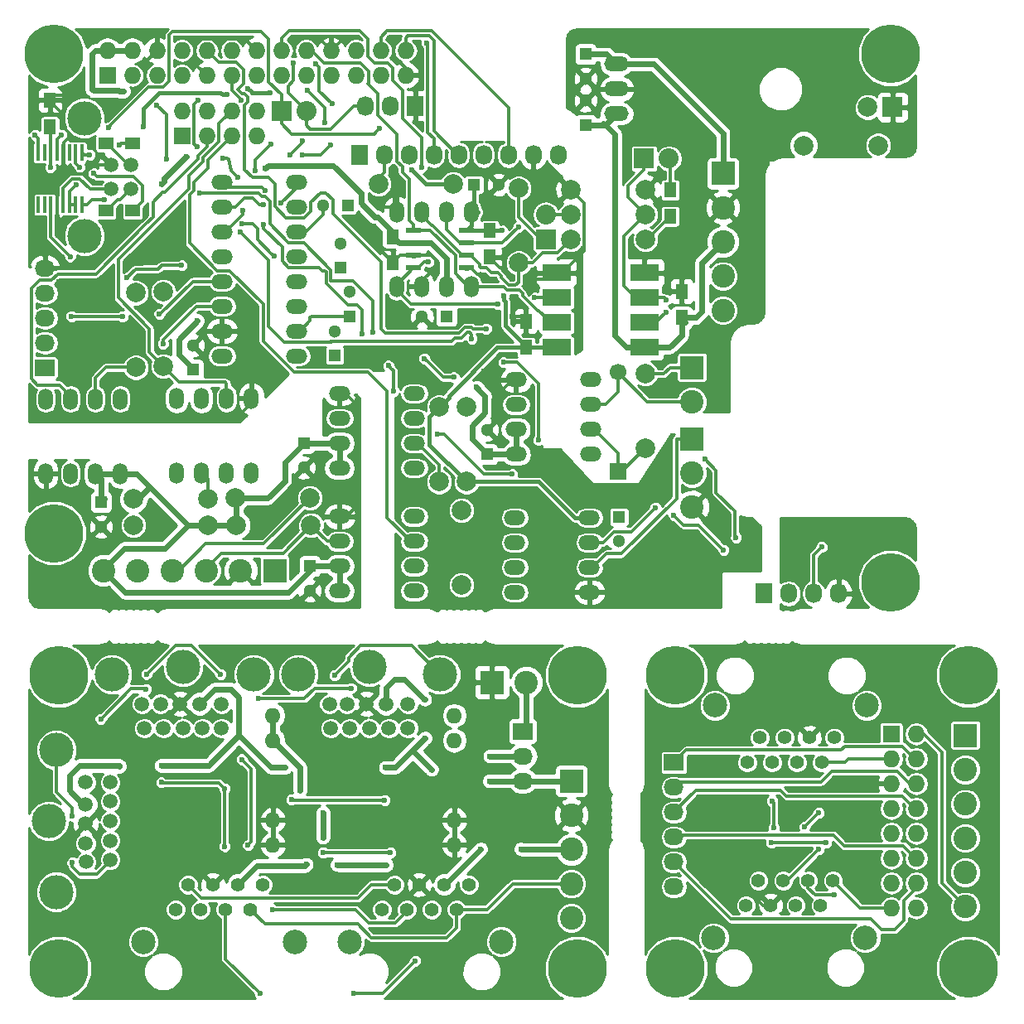
<source format=gbr>
G04 #@! TF.FileFunction,Copper,L2,Bot,Signal*
%FSLAX46Y46*%
G04 Gerber Fmt 4.6, Leading zero omitted, Abs format (unit mm)*
G04 Created by KiCad (PCBNEW 4.0.1-3.201512221402+6198~38~ubuntu14.04.1-stable) date Wed 13 Jan 2016 02:16:40 PM CET*
%MOMM*%
G01*
G04 APERTURE LIST*
%ADD10C,0.100000*%
%ADD11C,1.998980*%
%ADD12R,1.727200X1.727200*%
%ADD13O,1.727200X1.727200*%
%ADD14C,1.500000*%
%ADD15C,3.500000*%
%ADD16C,1.400000*%
%ADD17C,2.500000*%
%ADD18R,1.300000X1.300000*%
%ADD19C,1.300000*%
%ADD20C,1.699260*%
%ADD21R,1.699260X1.699260*%
%ADD22C,6.000000*%
%ADD23R,2.032000X2.032000*%
%ADD24O,2.032000X2.032000*%
%ADD25R,2.032000X1.727200*%
%ADD26O,2.032000X1.727200*%
%ADD27R,1.550000X0.600000*%
%ADD28R,3.000000X1.800000*%
%ADD29C,1.501140*%
%ADD30C,3.500120*%
%ADD31R,1.500000X1.300000*%
%ADD32C,2.400000*%
%ADD33R,2.400000X2.400000*%
%ADD34R,1.300000X1.500000*%
%ADD35R,1.727200X2.032000*%
%ADD36O,1.727200X2.032000*%
%ADD37O,2.499360X1.501140*%
%ADD38R,0.406400X1.651000*%
%ADD39O,1.600000X1.600000*%
%ADD40O,2.199640X1.501140*%
%ADD41O,1.501140X2.199640*%
%ADD42R,2.000000X2.000000*%
%ADD43C,2.000000*%
%ADD44C,0.600000*%
%ADD45C,0.406400*%
%ADD46C,0.304800*%
%ADD47C,0.609600*%
%ADD48C,0.254000*%
G04 APERTURE END LIST*
D10*
D11*
X155829000Y-56896000D03*
X163449000Y-56896000D03*
D12*
X116103400Y-51384200D03*
D13*
X116103400Y-48844200D03*
X118643400Y-51384200D03*
X118643400Y-48844200D03*
X121183400Y-51384200D03*
X121183400Y-48844200D03*
X123723400Y-51384200D03*
X123723400Y-48844200D03*
D12*
X108483400Y-45212000D03*
D13*
X108483400Y-42672000D03*
X111023400Y-45212000D03*
X111023400Y-42672000D03*
X113563400Y-45212000D03*
X113563400Y-42672000D03*
X116103400Y-45212000D03*
X116103400Y-42672000D03*
X118643400Y-45212000D03*
X118643400Y-42672000D03*
X121183400Y-45212000D03*
X121183400Y-42672000D03*
X123723400Y-45212000D03*
X123723400Y-42672000D03*
X126263400Y-45212000D03*
X126263400Y-42672000D03*
X128803400Y-45212000D03*
X128803400Y-42672000D03*
X131343400Y-45212000D03*
X131343400Y-42672000D03*
X133883400Y-45212000D03*
X133883400Y-42672000D03*
X136423400Y-45212000D03*
X136423400Y-42672000D03*
X138963400Y-45212000D03*
X138963400Y-42672000D03*
D14*
X139205000Y-109442000D03*
X132955000Y-109442000D03*
D15*
X142505000Y-106442000D03*
X128005000Y-106442000D03*
D14*
X136955000Y-109442000D03*
X134955000Y-109442000D03*
X131191000Y-109474000D03*
X135255000Y-111942000D03*
X133255000Y-111942880D03*
X139205000Y-111942000D03*
X137255000Y-111942000D03*
X131305000Y-111942880D03*
D15*
X135255000Y-105642000D03*
D16*
X117995000Y-130460000D03*
X115455000Y-130460000D03*
X116725000Y-127920000D03*
X119265000Y-127920000D03*
X120535000Y-130460000D03*
X121805000Y-127920000D03*
X123075000Y-130460000D03*
X124345000Y-127920000D03*
D17*
X112150000Y-133750000D03*
X127650000Y-133750000D03*
D18*
X133032500Y-58483500D03*
D19*
X130532500Y-58483500D03*
D18*
X132334000Y-64897000D03*
D19*
X132334000Y-62397000D03*
D18*
X133223000Y-69850000D03*
D19*
X133223000Y-67350000D03*
D20*
X160652460Y-75564480D03*
D21*
X160652460Y-85724480D03*
D22*
X196500000Y-136500000D03*
X196500000Y-106500000D03*
X166500000Y-106500000D03*
X166500000Y-136500000D03*
X156500000Y-136500000D03*
X156500000Y-106500000D03*
X103500000Y-106500000D03*
X103500000Y-136500000D03*
X103000000Y-92000000D03*
D18*
X145963000Y-56388000D03*
D19*
X148463000Y-56388000D03*
D18*
X143129000Y-69850000D03*
D19*
X140629000Y-69850000D03*
D23*
X126263400Y-48844200D03*
D24*
X128803400Y-48844200D03*
D23*
X153289000Y-61976000D03*
D24*
X153289000Y-59436000D03*
D22*
X188500000Y-43000000D03*
X188500000Y-97000000D03*
X103000000Y-43000000D03*
D18*
X157353000Y-43053000D03*
D19*
X157353000Y-45553000D03*
D18*
X157353000Y-50292000D03*
D19*
X157353000Y-47792000D03*
D18*
X128549400Y-82804000D03*
D19*
X128549400Y-85304000D03*
D18*
X129159000Y-95377000D03*
D19*
X129159000Y-97877000D03*
D18*
X107823000Y-88836500D03*
D19*
X107823000Y-91336500D03*
D18*
X117221000Y-75311000D03*
D19*
X117221000Y-72811000D03*
D18*
X160782000Y-90337000D03*
D19*
X160782000Y-92837000D03*
D25*
X102100000Y-75100000D03*
D26*
X102100000Y-72560000D03*
X102100000Y-70020000D03*
X102100000Y-67480000D03*
X102100000Y-64940000D03*
D27*
X139761000Y-64897000D03*
X139761000Y-63627000D03*
X139761000Y-62357000D03*
X139761000Y-61087000D03*
X145161000Y-61087000D03*
X145161000Y-62357000D03*
X145161000Y-63627000D03*
X145161000Y-64897000D03*
D28*
X154377000Y-73025000D03*
X154377000Y-70485000D03*
X154377000Y-67945000D03*
X154377000Y-65405000D03*
X163377000Y-65405000D03*
X163377000Y-67945000D03*
X163377000Y-70485000D03*
X163377000Y-73025000D03*
D11*
X144653000Y-97282000D03*
X144653000Y-89662000D03*
X142367000Y-86741000D03*
X142367000Y-79121000D03*
X145161000Y-79121000D03*
X145161000Y-86741000D03*
X121666000Y-91186000D03*
X129286000Y-91186000D03*
X111125000Y-88519000D03*
X118745000Y-88519000D03*
X121539000Y-88392000D03*
X129159000Y-88392000D03*
X118745000Y-91186000D03*
X111125000Y-91186000D03*
X111379000Y-75057000D03*
X111379000Y-67437000D03*
X114173000Y-74930000D03*
X114173000Y-67310000D03*
X163449000Y-75692000D03*
X163449000Y-83312000D03*
D29*
X108839000Y-54356000D03*
X108839000Y-56845200D03*
X110845600Y-56845200D03*
X110845600Y-54356000D03*
D30*
X106121200Y-49580800D03*
X106121200Y-61620400D03*
D31*
X111027200Y-52146200D03*
X108327200Y-52146200D03*
X111052600Y-59029600D03*
X108352600Y-59029600D03*
D32*
X122090000Y-95820000D03*
D33*
X125590000Y-95820000D03*
D32*
X118590000Y-95820000D03*
X115090000Y-95820000D03*
X111590000Y-95820000D03*
X108090000Y-95820000D03*
X151292500Y-107253000D03*
D33*
X147792500Y-107253000D03*
D32*
X171385000Y-58730000D03*
D33*
X171385000Y-55230000D03*
D32*
X171385000Y-62230000D03*
X171385000Y-65730000D03*
X171385000Y-69230000D03*
X155891000Y-120833000D03*
D33*
X155891000Y-117333000D03*
D32*
X155891000Y-124333000D03*
X155891000Y-127833000D03*
X155891000Y-131333000D03*
D14*
X106267000Y-117462000D03*
X106267000Y-123712000D03*
D15*
X103267000Y-114162000D03*
X103267000Y-128662000D03*
D14*
X106267000Y-119712000D03*
X106267000Y-121712000D03*
X106299000Y-125603000D03*
X108767000Y-121412000D03*
X108767880Y-123412000D03*
X108767000Y-117462000D03*
X108767000Y-119412000D03*
X108767880Y-125362000D03*
D15*
X102467000Y-121412000D03*
D14*
X120155000Y-109442000D03*
X113905000Y-109442000D03*
D15*
X123455000Y-106442000D03*
X108955000Y-106442000D03*
D14*
X117905000Y-109442000D03*
X115905000Y-109442000D03*
X112014000Y-109474000D03*
X116205000Y-111942000D03*
X114205000Y-111942880D03*
X120155000Y-111942000D03*
X118205000Y-111942000D03*
X112255000Y-111942880D03*
D15*
X116205000Y-105642000D03*
D23*
X163322000Y-53721000D03*
D24*
X165862000Y-53721000D03*
D34*
X165989000Y-56943000D03*
X165989000Y-59643000D03*
D11*
X150495000Y-64389000D03*
X150495000Y-56769000D03*
X155829000Y-61976000D03*
X163449000Y-61976000D03*
X155829000Y-59436000D03*
X163449000Y-59436000D03*
D32*
X196150000Y-116162000D03*
D33*
X196150000Y-112662000D03*
D32*
X196150000Y-119662000D03*
X196150000Y-123162000D03*
X196150000Y-126662000D03*
X196150000Y-130162000D03*
D35*
X139935800Y-48326200D03*
D36*
X137395800Y-48326200D03*
X134855800Y-48326200D03*
D16*
X180213000Y-112893000D03*
X182753000Y-112893000D03*
X181483000Y-115433000D03*
X178943000Y-115433000D03*
X177673000Y-112893000D03*
X176403000Y-115433000D03*
X175133000Y-112893000D03*
X173863000Y-115433000D03*
D17*
X186058000Y-109603000D03*
X170558000Y-109603000D03*
D16*
X176276000Y-130058000D03*
X173736000Y-130058000D03*
X175006000Y-127518000D03*
X177546000Y-127518000D03*
X178816000Y-130058000D03*
X180086000Y-127518000D03*
X181356000Y-130058000D03*
X182626000Y-127518000D03*
D17*
X170431000Y-133348000D03*
X185931000Y-133348000D03*
D16*
X139095000Y-130460000D03*
X136555000Y-130460000D03*
X137825000Y-127920000D03*
X140365000Y-127920000D03*
X141635000Y-130460000D03*
X142905000Y-127920000D03*
X144175000Y-130460000D03*
X145445000Y-127920000D03*
D17*
X133250000Y-133750000D03*
X148750000Y-133750000D03*
D12*
X188595000Y-112522000D03*
D13*
X191135000Y-112522000D03*
X188595000Y-115062000D03*
X191135000Y-115062000D03*
X188595000Y-117602000D03*
X191135000Y-117602000D03*
X188595000Y-120142000D03*
X191135000Y-120142000D03*
X188595000Y-122682000D03*
X191135000Y-122682000D03*
X188595000Y-125222000D03*
X191135000Y-125222000D03*
X188595000Y-127762000D03*
X191135000Y-127762000D03*
X188595000Y-130302000D03*
X191135000Y-130302000D03*
D25*
X166370000Y-115443000D03*
D26*
X166370000Y-117983000D03*
X166370000Y-120523000D03*
X166370000Y-123063000D03*
X166370000Y-125603000D03*
X166370000Y-128143000D03*
D37*
X160528000Y-46609000D03*
X160528000Y-44069000D03*
X160528000Y-49149000D03*
D38*
X103314500Y-53086000D03*
X103949500Y-53086000D03*
X104584500Y-53086000D03*
X105219500Y-53086000D03*
X101409500Y-58420000D03*
X101409500Y-53086000D03*
X102044500Y-53086000D03*
X102679500Y-53086000D03*
X105854500Y-58420000D03*
X105219500Y-58420000D03*
X104584500Y-58420000D03*
X103949500Y-58420000D03*
X103314500Y-58420000D03*
X102679500Y-58420000D03*
X105854500Y-53086000D03*
X102044500Y-58420000D03*
D35*
X175577500Y-98171000D03*
D36*
X178117500Y-98171000D03*
X180657500Y-98171000D03*
X183197500Y-98171000D03*
D32*
X168210000Y-85852000D03*
D33*
X168210000Y-82352000D03*
D32*
X168210000Y-89352000D03*
X168210000Y-78585000D03*
D33*
X168210000Y-75085000D03*
D18*
X147256500Y-83947000D03*
D19*
X147256500Y-81447000D03*
D35*
X134239000Y-53340000D03*
D36*
X136779000Y-53340000D03*
X139319000Y-53340000D03*
X141859000Y-53340000D03*
X144399000Y-53340000D03*
X146939000Y-53340000D03*
X149479000Y-53340000D03*
X152019000Y-53340000D03*
X154559000Y-53340000D03*
D11*
X143827500Y-56324500D03*
X136207500Y-56324500D03*
D39*
X143941800Y-110642400D03*
X143941800Y-113182400D03*
X143941800Y-121310400D03*
X143941800Y-123850400D03*
X125399800Y-110642400D03*
X125399800Y-113182400D03*
X125399800Y-121310400D03*
X125399800Y-123850400D03*
D25*
X150926800Y-112242600D03*
D26*
X150926800Y-114782600D03*
X150926800Y-117322600D03*
D40*
X157861000Y-83947000D03*
X157861000Y-81407000D03*
X157861000Y-78867000D03*
X157861000Y-76327000D03*
X150241000Y-76327000D03*
X150241000Y-78867000D03*
X150241000Y-81407000D03*
X150241000Y-83947000D03*
D41*
X115570000Y-85852000D03*
X118110000Y-85852000D03*
X120650000Y-85852000D03*
X123190000Y-85852000D03*
X123190000Y-78232000D03*
X120650000Y-78232000D03*
X118110000Y-78232000D03*
X115570000Y-78232000D03*
X109791500Y-78295500D03*
X107251500Y-78295500D03*
X104711500Y-78295500D03*
X102171500Y-78295500D03*
X102171500Y-85915500D03*
X104711500Y-85915500D03*
X107251500Y-85915500D03*
X109791500Y-85915500D03*
D40*
X139827000Y-85344000D03*
X139827000Y-82804000D03*
X139827000Y-80264000D03*
X139827000Y-77724000D03*
X132207000Y-77724000D03*
X132207000Y-80264000D03*
X132207000Y-82804000D03*
X132207000Y-85344000D03*
X139827000Y-97917000D03*
X139827000Y-95377000D03*
X139827000Y-92837000D03*
X139827000Y-90297000D03*
X132207000Y-90297000D03*
X132207000Y-92837000D03*
X132207000Y-95377000D03*
X132207000Y-97917000D03*
X150114000Y-90424000D03*
X150114000Y-92964000D03*
X150114000Y-95504000D03*
X150114000Y-98044000D03*
X157734000Y-98044000D03*
X157734000Y-95504000D03*
X157734000Y-92964000D03*
X157734000Y-90424000D03*
D34*
X102616000Y-50452000D03*
X102616000Y-47752000D03*
X167182800Y-69980800D03*
X167182800Y-67280800D03*
X151257000Y-73028800D03*
X151257000Y-70328800D03*
X137642600Y-61692800D03*
X137642600Y-64392800D03*
D41*
X138049000Y-66802000D03*
X140589000Y-66802000D03*
X143129000Y-66802000D03*
X145669000Y-66802000D03*
X145669000Y-59182000D03*
X143129000Y-59182000D03*
X140589000Y-59182000D03*
X138049000Y-59182000D03*
D34*
X147574000Y-61083200D03*
X147574000Y-63783200D03*
D42*
X188722000Y-48463200D03*
D43*
X186182000Y-48463200D03*
D11*
X187248800Y-52374800D03*
X179628800Y-52374800D03*
D40*
X127810000Y-73890000D03*
X127810000Y-71350000D03*
X127810000Y-68810000D03*
X127810000Y-66270000D03*
X127810000Y-63730000D03*
X127810000Y-61190000D03*
X127810000Y-58650000D03*
X127810000Y-56110000D03*
X120190000Y-56110000D03*
X120190000Y-58650000D03*
X120190000Y-61190000D03*
X120190000Y-63730000D03*
X120190000Y-66270000D03*
X120190000Y-68810000D03*
X120190000Y-71350000D03*
X120190000Y-73890000D03*
D18*
X131699000Y-73850500D03*
D19*
X131699000Y-71350500D03*
D44*
X148980789Y-67743320D03*
X148844000Y-61087000D03*
X122830353Y-46544741D03*
X120670210Y-47164250D03*
X112117662Y-50438525D03*
X125095000Y-46990000D03*
X139573000Y-54864000D03*
X115443000Y-41402000D03*
X127635000Y-41402000D03*
X133992140Y-41312741D03*
X137287000Y-41402000D03*
X137794621Y-54610379D03*
X123190000Y-72390000D03*
X123444000Y-75565000D03*
X103522879Y-66311879D03*
X104140000Y-73152000D03*
X148082000Y-66040000D03*
X136271000Y-58674000D03*
X135890000Y-60960000D03*
X159512000Y-91567000D03*
X168529000Y-93472000D03*
X168529000Y-95123000D03*
X149860000Y-69850000D03*
X146050000Y-70358000D03*
X150241000Y-67818000D03*
X149859982Y-66008367D03*
X151765000Y-66040000D03*
X106426000Y-75565000D03*
X104648000Y-47244000D03*
X108204000Y-47785221D03*
X146939000Y-75438000D03*
X116520378Y-53518210D03*
X124615973Y-54714633D03*
X113989344Y-56317656D03*
X110109000Y-46863000D03*
X117665500Y-70294500D03*
X146177000Y-77089000D03*
X103799305Y-51293209D03*
X108585000Y-50546000D03*
X136271000Y-50673000D03*
X127508000Y-43942000D03*
X101092000Y-51308000D03*
X122089795Y-61256795D03*
X152545648Y-82482072D03*
X145707013Y-72136000D03*
X148971000Y-74549000D03*
X172720000Y-92456000D03*
X169545000Y-84455000D03*
X114501759Y-53776114D03*
X117952397Y-57225995D03*
X135583025Y-71483580D03*
X113538000Y-48260000D03*
X142240000Y-81915000D03*
X149860000Y-85979000D03*
X166370000Y-90170000D03*
X171450000Y-93726000D03*
X125532286Y-63683286D03*
X122250456Y-60401456D03*
X137722350Y-77470000D03*
X137206669Y-74883331D03*
X147193000Y-71120000D03*
X129794000Y-44069000D03*
X131445000Y-48133000D03*
X181483000Y-93408500D03*
X125234940Y-52235548D03*
X123607562Y-54967043D03*
X122103611Y-47741647D03*
X120269000Y-53649798D03*
X117651151Y-52514044D03*
X121767242Y-55606598D03*
X122301000Y-59055000D03*
X117748946Y-47767385D03*
X124597968Y-56969276D03*
X130665580Y-50038000D03*
X127127000Y-53340000D03*
X128397000Y-51943000D03*
X128905000Y-46721777D03*
X141097000Y-41910000D03*
X124428367Y-58420000D03*
X128397000Y-53340000D03*
X131318000Y-52324000D03*
X134493000Y-71628000D03*
X140875105Y-74167982D03*
X124445530Y-60446065D03*
X143891000Y-76073000D03*
X141263246Y-64279420D03*
X148394780Y-68580000D03*
X152146000Y-67945000D03*
X140589000Y-54610000D03*
X104671159Y-63732363D03*
X105664000Y-54610000D03*
X125349000Y-130492500D03*
X124079000Y-139065000D03*
X133667500Y-139065000D03*
X139954000Y-135699500D03*
X128168400Y-118262400D03*
X130530600Y-120573800D03*
X130505200Y-123088400D03*
X128803400Y-125857000D03*
X131978400Y-125882400D03*
X136982200Y-125907800D03*
X146621500Y-124269500D03*
X150749000Y-124269500D03*
X136829800Y-119278400D03*
X127279400Y-119227600D03*
X113982500Y-117475000D03*
X120459500Y-118110000D03*
X120459500Y-124015500D03*
X133400800Y-107848400D03*
X130530600Y-124663200D03*
X137414000Y-124663200D03*
X107797600Y-110998000D03*
X112445800Y-107950000D03*
X122859800Y-123901200D03*
X122199400Y-115112800D03*
X123952000Y-108902500D03*
X140862553Y-108946447D03*
X140944600Y-112953800D03*
X141605000Y-116128800D03*
X147523200Y-117322600D03*
X136906000Y-115951000D03*
X126619000Y-115951000D03*
X109728000Y-115824000D03*
X113982500Y-115760500D03*
X112471200Y-106400600D03*
X120040400Y-106426000D03*
X165608000Y-68135500D03*
X165544500Y-69405500D03*
X171132500Y-111696500D03*
X170053000Y-124587000D03*
X181165500Y-124333000D03*
X179705000Y-122047000D03*
X181165500Y-120586500D03*
X182753000Y-128968500D03*
X176403000Y-119380000D03*
X176593500Y-122110500D03*
X176339500Y-123634500D03*
X181927500Y-123634500D03*
X105272792Y-56419633D03*
X102661519Y-54610000D03*
X150495000Y-60706000D03*
X164492021Y-89397747D03*
X114173000Y-72644000D03*
X104792420Y-69855837D03*
X110027672Y-69872510D03*
X113792000Y-69596000D03*
X110490000Y-65913000D03*
X116078000Y-64643000D03*
X126238000Y-58293000D03*
X104902000Y-125679200D03*
X104876600Y-120904000D03*
X131699000Y-106527600D03*
X108135770Y-57879329D03*
X109728000Y-52324000D03*
X107083609Y-55245000D03*
X106680000Y-53340000D03*
X147574000Y-114782600D03*
D45*
X149156799Y-70828599D02*
X149156799Y-68343594D01*
X151257000Y-73028800D02*
X151257000Y-72928800D01*
X151257000Y-72928800D02*
X149156799Y-70828599D01*
X148980789Y-68167584D02*
X148980789Y-67743320D01*
X149156799Y-68343594D02*
X148980789Y-68167584D01*
X120245946Y-47164250D02*
X120670210Y-47164250D01*
X120065308Y-46983612D02*
X120245946Y-47164250D01*
X113773648Y-46983612D02*
X120065308Y-46983612D01*
X112117662Y-50438525D02*
X112117662Y-48639598D01*
X112117662Y-48639598D02*
X113773648Y-46983612D01*
X148844000Y-61087000D02*
X147577800Y-61087000D01*
X147577800Y-61087000D02*
X147574000Y-61083200D01*
X143366489Y-78121511D02*
X142367000Y-79121000D01*
X143366489Y-77969771D02*
X143366489Y-78121511D01*
X148307460Y-73028800D02*
X143366489Y-77969771D01*
X151257000Y-73028800D02*
X148307460Y-73028800D01*
X123130352Y-46844740D02*
X122830353Y-46544741D01*
X125095000Y-46990000D02*
X123275612Y-46990000D01*
X123275612Y-46990000D02*
X123130352Y-46844740D01*
X141367511Y-82947511D02*
X141367511Y-80120489D01*
X145161000Y-86741000D02*
X141367511Y-82947511D01*
X141367511Y-80120489D02*
X142367000Y-79121000D01*
X151257000Y-73028800D02*
X154373200Y-73028800D01*
X154373200Y-73028800D02*
X154377000Y-73025000D01*
X143827500Y-56324500D02*
X141033500Y-56324500D01*
X141033500Y-56324500D02*
X139573000Y-54864000D01*
X147574000Y-61083200D02*
X145164800Y-61083200D01*
X145164800Y-61083200D02*
X145161000Y-61087000D01*
X142367000Y-79121000D02*
X142589000Y-79121000D01*
X145669000Y-59182000D02*
X146399000Y-59182000D01*
X145669000Y-59182000D02*
X145669000Y-60579000D01*
X145669000Y-60579000D02*
X145161000Y-61087000D01*
X145963000Y-56388000D02*
X145963000Y-58888000D01*
X145963000Y-58888000D02*
X145669000Y-59182000D01*
X157734000Y-90424000D02*
X156227780Y-90424000D01*
X156227780Y-90424000D02*
X152544780Y-86741000D01*
X152544780Y-86741000D02*
X146447492Y-86741000D01*
X146447492Y-86741000D02*
X145034000Y-86741000D01*
D46*
X104995602Y-55262402D02*
X104089200Y-54356000D01*
X105977154Y-55262402D02*
X104995602Y-55262402D01*
X108839000Y-54356000D02*
X106883556Y-54356000D01*
X106883556Y-54356000D02*
X105977154Y-55262402D01*
X116741080Y-41402000D02*
X115443000Y-41402000D01*
X117427399Y-42088319D02*
X116741080Y-41402000D01*
X131343400Y-42672000D02*
X130073400Y-41402000D01*
X130073400Y-41402000D02*
X127635000Y-41402000D01*
X133992140Y-41312741D02*
X132702659Y-41312741D01*
X132702659Y-41312741D02*
X131343400Y-42672000D01*
X138963400Y-44471682D02*
X137747399Y-43255681D01*
X137747399Y-43255681D02*
X137747399Y-41862399D01*
X137747399Y-41862399D02*
X137287000Y-41402000D01*
X138963400Y-45212000D02*
X138963400Y-44471682D01*
X137794621Y-54610379D02*
X137794621Y-58927621D01*
X137794621Y-58927621D02*
X138049000Y-59182000D01*
X123190000Y-72390000D02*
X122150000Y-71350000D01*
X122150000Y-71350000D02*
X120190000Y-71350000D01*
X123190000Y-78232000D02*
X123190000Y-75819000D01*
X123190000Y-75819000D02*
X123444000Y-75565000D01*
X104140000Y-73152000D02*
X104140000Y-66929000D01*
X104140000Y-66929000D02*
X103522879Y-66311879D01*
X142271790Y-64315580D02*
X141583210Y-63627000D01*
X141583210Y-63627000D02*
X140840800Y-63627000D01*
X142271790Y-64611210D02*
X142271790Y-64315580D01*
X140840800Y-63627000D02*
X139761000Y-63627000D01*
X140888401Y-65994599D02*
X142271790Y-64611210D01*
X140589000Y-66802000D02*
X140888401Y-66502599D01*
X140888401Y-66502599D02*
X140888401Y-65994599D01*
X148082000Y-66040000D02*
X147082568Y-66040000D01*
X146544368Y-65501800D02*
X146240800Y-65501800D01*
X147082568Y-66040000D02*
X146544368Y-65501800D01*
X146240800Y-65501800D02*
X145636000Y-64897000D01*
X145636000Y-64897000D02*
X145161000Y-64897000D01*
X149559983Y-65708368D02*
X149859982Y-66008367D01*
X148689615Y-64838000D02*
X149559983Y-65708368D01*
X148528800Y-64838000D02*
X148689615Y-64838000D01*
X147574000Y-63883200D02*
X148528800Y-64838000D01*
X147574000Y-63783200D02*
X147574000Y-63883200D01*
X136271000Y-58674000D02*
X137541000Y-58674000D01*
X137541000Y-58674000D02*
X138049000Y-59182000D01*
X137642600Y-64392800D02*
X137642600Y-64292800D01*
X137642600Y-64292800D02*
X135890000Y-62540200D01*
X135890000Y-62540200D02*
X135890000Y-60960000D01*
X139761000Y-63627000D02*
X138408400Y-63627000D01*
X138408400Y-63627000D02*
X137642600Y-64392800D01*
X159512000Y-89913540D02*
X159512000Y-91567000D01*
X151893230Y-82294770D02*
X151893231Y-82294771D01*
X151893231Y-82294771D02*
X151893230Y-83869832D01*
X153468292Y-83869832D02*
X159512000Y-89913540D01*
X151893230Y-83869832D02*
X153468292Y-83869832D01*
X147906499Y-80797001D02*
X147906499Y-80518000D01*
X147906499Y-80518000D02*
X147906499Y-78312251D01*
X147906499Y-80518000D02*
X148320479Y-80104020D01*
X148320479Y-80104020D02*
X151129961Y-80104020D01*
X151129961Y-80104020D02*
X151893230Y-80867289D01*
X151893230Y-80867289D02*
X151893230Y-82294770D01*
X168529000Y-95123000D02*
X168529000Y-93472000D01*
X146050000Y-70358000D02*
X144915322Y-70358000D01*
X144915322Y-70358000D02*
X144220921Y-71052401D01*
X149860000Y-69850000D02*
X150778200Y-69850000D01*
X150778200Y-69850000D02*
X151257000Y-70328800D01*
X140629000Y-69850000D02*
X141831401Y-71052401D01*
X141831401Y-71052401D02*
X144220921Y-71052401D01*
X155829000Y-56896000D02*
X157180891Y-58247891D01*
X157180891Y-58247891D02*
X157180891Y-63201109D01*
X157180891Y-63201109D02*
X154977000Y-65405000D01*
X154977000Y-65405000D02*
X154377000Y-65405000D01*
X151257000Y-70328800D02*
X151257000Y-68834000D01*
X151257000Y-68834000D02*
X150241000Y-67818000D01*
X151765000Y-66040000D02*
X153742000Y-66040000D01*
X153742000Y-66040000D02*
X154377000Y-65405000D01*
X105918000Y-80010000D02*
X105918000Y-76073000D01*
X121920000Y-80010000D02*
X105918000Y-80010000D01*
X123190000Y-78740000D02*
X121920000Y-80010000D01*
X105918000Y-76073000D02*
X106426000Y-75565000D01*
X123190000Y-78232000D02*
X123190000Y-78740000D01*
X104648000Y-47244000D02*
X103124000Y-47244000D01*
X103124000Y-47244000D02*
X102616000Y-47752000D01*
X110432278Y-47752000D02*
X108237221Y-47752000D01*
X108237221Y-47752000D02*
X108204000Y-47785221D01*
X112347399Y-45767601D02*
X110966210Y-47148790D01*
X110966210Y-47148790D02*
X110966210Y-47218068D01*
X110966210Y-47218068D02*
X110432278Y-47752000D01*
X113563400Y-42672000D02*
X112347399Y-43888001D01*
X112347399Y-43888001D02*
X112347399Y-45767601D01*
X103759000Y-50330243D02*
X103759000Y-48995000D01*
X103759000Y-48995000D02*
X102616000Y-47852000D01*
X102616000Y-47852000D02*
X102616000Y-47752000D01*
X104521000Y-51562000D02*
X104521000Y-51092243D01*
X104521000Y-51092243D02*
X103759000Y-50330243D01*
X104028899Y-53006601D02*
X104028899Y-52054101D01*
X104028899Y-52054101D02*
X104521000Y-51562000D01*
X103949500Y-53086000D02*
X104028899Y-53006601D01*
X103266899Y-57242099D02*
X103266899Y-55178301D01*
X103266899Y-55178301D02*
X104089200Y-54356000D01*
X103266899Y-57242099D02*
X103314500Y-57289700D01*
X103314500Y-57289700D02*
X103314500Y-58420000D01*
X100924379Y-57242099D02*
X103266899Y-57242099D01*
X102100000Y-64940000D02*
X102100000Y-63771600D01*
X102100000Y-63771600D02*
X100853899Y-62525499D01*
X100853899Y-62525499D02*
X100853899Y-57312579D01*
X100853899Y-57312579D02*
X100924379Y-57242099D01*
X150241000Y-76327000D02*
X147828000Y-76327000D01*
X147828000Y-76327000D02*
X146939000Y-75438000D01*
X147256500Y-81447000D02*
X147906499Y-80797001D01*
X147906499Y-78312251D02*
X149891750Y-76327000D01*
X149891750Y-76327000D02*
X150241000Y-76327000D01*
X123723400Y-42672000D02*
X122507399Y-41455999D01*
X122507399Y-41455999D02*
X118059719Y-41455999D01*
X118059719Y-41455999D02*
X117427399Y-42088319D01*
X117427399Y-42088319D02*
X117427399Y-43995999D01*
X117427399Y-43995999D02*
X117779801Y-44348401D01*
X117779801Y-44348401D02*
X118643400Y-45212000D01*
X104089200Y-54356000D02*
X103949500Y-54216300D01*
X103949500Y-54216300D02*
X103949500Y-53086000D01*
D47*
X141547279Y-62357000D02*
X143129000Y-63938721D01*
X143129000Y-63938721D02*
X143129000Y-65092580D01*
X143129000Y-65092580D02*
X143129000Y-66802000D01*
X139761000Y-62357000D02*
X141547279Y-62357000D01*
X124915972Y-54414634D02*
X124615973Y-54714633D01*
X131532276Y-54414634D02*
X124915972Y-54414634D01*
X134387301Y-57269659D02*
X131532276Y-54414634D01*
X134387301Y-58277407D02*
X134387301Y-57269659D01*
X135788695Y-59678801D02*
X134387301Y-58277407D01*
X137642600Y-61225492D02*
X136095909Y-59678801D01*
X137642600Y-61692800D02*
X137642600Y-61225492D01*
X136095909Y-59678801D02*
X135788695Y-59678801D01*
X109684736Y-46863000D02*
X110109000Y-46863000D01*
X109602137Y-46780401D02*
X109684736Y-46863000D01*
X106914999Y-43019087D02*
X106914999Y-46639441D01*
X107262086Y-42672000D02*
X106914999Y-43019087D01*
X107055959Y-46780401D02*
X109602137Y-46780401D01*
X106914999Y-46639441D02*
X107055959Y-46780401D01*
X108483400Y-42672000D02*
X107262086Y-42672000D01*
X146476999Y-77388999D02*
X146177000Y-77089000D01*
X147049288Y-77961288D02*
X146476999Y-77388999D01*
X147049288Y-79709212D02*
X147049288Y-77961288D01*
X145732500Y-81026000D02*
X147049288Y-79709212D01*
X147256500Y-83947000D02*
X145732500Y-82423000D01*
X145732500Y-82423000D02*
X145732500Y-81026000D01*
X113989344Y-56317656D02*
X114289343Y-56017657D01*
X114289343Y-55749245D02*
X116520378Y-53518210D01*
X114289343Y-56017657D02*
X114289343Y-55749245D01*
X108483400Y-42672000D02*
X111023400Y-42672000D01*
X117221000Y-75184000D02*
X115773501Y-73736501D01*
X115773501Y-72186499D02*
X117665500Y-70294500D01*
X115773501Y-73736501D02*
X115773501Y-72186499D01*
X117221000Y-75311000D02*
X117221000Y-75184000D01*
X139761000Y-62357000D02*
X138306800Y-62357000D01*
X138306800Y-62357000D02*
X137642600Y-61692800D01*
X147256500Y-83947000D02*
X150241000Y-83947000D01*
X150241000Y-83947000D02*
X150241000Y-81407000D01*
D46*
X112522000Y-60325000D02*
X107332402Y-65514598D01*
X107332402Y-65514598D02*
X103397499Y-65514598D01*
X103397499Y-65514598D02*
X102756087Y-66156010D01*
X102756087Y-66156010D02*
X101551893Y-66156010D01*
X101551893Y-66156010D02*
X100731590Y-66976313D01*
X100731590Y-66976313D02*
X100731590Y-76245512D01*
X100731590Y-76245512D02*
X101329348Y-76843270D01*
X101329348Y-76843270D02*
X103608520Y-76843270D01*
X103608520Y-76843270D02*
X104711500Y-77946250D01*
X104711500Y-77946250D02*
X104711500Y-78295500D01*
X113132135Y-58166000D02*
X113132135Y-59714865D01*
X117735380Y-53404400D02*
X117735380Y-53783898D01*
X117735380Y-53783898D02*
X114344413Y-57174865D01*
X114123270Y-57174865D02*
X113132135Y-58166000D01*
X114344413Y-57174865D02*
X114123270Y-57174865D01*
X118643400Y-51384200D02*
X118643400Y-52496380D01*
X118643400Y-52496380D02*
X117735380Y-53404400D01*
X113132135Y-59714865D02*
X112522000Y-60325000D01*
X112522000Y-60325000D02*
X112649000Y-60198000D01*
X118643400Y-48844200D02*
X118643400Y-49504600D01*
X124409556Y-68580457D02*
X124409556Y-72398655D01*
X124409556Y-72398655D02*
X127575901Y-75565000D01*
X127575901Y-75565000D02*
X135128000Y-75565000D01*
X120996119Y-65167020D02*
X119717921Y-65167020D01*
X119717921Y-65167020D02*
X116885999Y-62335098D01*
X116885999Y-62335098D02*
X116885999Y-57408445D01*
X120996119Y-65167020D02*
X124409556Y-68580457D01*
X139477750Y-92837000D02*
X139827000Y-92837000D01*
X137069948Y-90429198D02*
X139477750Y-92837000D01*
X135128000Y-75565000D02*
X137069948Y-77506948D01*
X137069948Y-77506948D02*
X137069948Y-90429198D01*
X116885999Y-57408445D02*
X117299996Y-56994448D01*
X118745000Y-53822600D02*
X121183400Y-51384200D01*
X117299996Y-56994448D02*
X117299996Y-56133914D01*
X117299996Y-56133914D02*
X118745000Y-54688910D01*
X118745000Y-54688910D02*
X118745000Y-53822600D01*
X117299996Y-56912842D02*
X117299996Y-56994448D01*
X119888000Y-51965690D02*
X119888000Y-50139600D01*
X109601000Y-63979534D02*
X116795185Y-56785349D01*
X112776000Y-73533000D02*
X112776000Y-71120000D01*
X112776000Y-71120000D02*
X109601000Y-67945000D01*
X109601000Y-67945000D02*
X109601000Y-63979534D01*
X116795185Y-56785349D02*
X116795185Y-55470860D01*
X114173000Y-74930000D02*
X112776000Y-73533000D01*
X116795185Y-55470860D02*
X118240191Y-54025854D01*
X118240191Y-54025854D02*
X118240191Y-53613499D01*
X118240191Y-53613499D02*
X119888000Y-51965690D01*
X119888000Y-50139600D02*
X120319801Y-49707799D01*
X120319801Y-49707799D02*
X121183400Y-48844200D01*
X114173000Y-74930000D02*
X115822770Y-76579770D01*
X120650000Y-76708000D02*
X120650000Y-78232000D01*
X120521770Y-76579770D02*
X120650000Y-76708000D01*
X115822770Y-76579770D02*
X120521770Y-76579770D01*
X108884999Y-50246001D02*
X108585000Y-50546000D01*
X112702999Y-46428001D02*
X108884999Y-50246001D01*
X114147081Y-46428001D02*
X112702999Y-46428001D01*
X114790598Y-45784484D02*
X114147081Y-46428001D01*
X115158573Y-40720871D02*
X114790598Y-41088846D01*
X114790598Y-41088846D02*
X114790598Y-45784484D01*
X124159871Y-40720871D02*
X115158573Y-40720871D01*
X126263400Y-47192846D02*
X124968000Y-45897446D01*
X124968000Y-45897446D02*
X124968000Y-41529000D01*
X126263400Y-48844200D02*
X126263400Y-47192846D01*
X124968000Y-41529000D02*
X124159871Y-40720871D01*
X103499306Y-51593208D02*
X103799305Y-51293209D01*
X103314500Y-51778014D02*
X103499306Y-51593208D01*
X103314500Y-53086000D02*
X103314500Y-51778014D01*
X135971001Y-50972999D02*
X136271000Y-50673000D01*
X135748788Y-51195212D02*
X135971001Y-50972999D01*
X127293612Y-51195212D02*
X135748788Y-51195212D01*
X126263400Y-50165000D02*
X127293612Y-51195212D01*
X126263400Y-48844200D02*
X126263400Y-50165000D01*
X133687400Y-48326200D02*
X134855800Y-48326200D01*
X131323198Y-50690402D02*
X133687400Y-48326200D01*
X129212762Y-50690402D02*
X131323198Y-50690402D01*
X128803400Y-50281040D02*
X129212762Y-50690402D01*
X128803400Y-48844200D02*
X128803400Y-50281040D01*
X127508000Y-44366264D02*
X127508000Y-43942000D01*
X127508000Y-45767082D02*
X127508000Y-44366264D01*
X126982599Y-47023399D02*
X126982599Y-46292483D01*
X128803400Y-48844200D02*
X126982599Y-47023399D01*
X126982599Y-46292483D02*
X127508000Y-45767082D01*
X101409500Y-51625500D02*
X101409500Y-53086000D01*
X101092000Y-51308000D02*
X101409500Y-51625500D01*
X153289000Y-61976000D02*
X152781000Y-61976000D01*
X152781000Y-61976000D02*
X150495000Y-59690000D01*
X150495000Y-59690000D02*
X150495000Y-56769000D01*
D47*
X171385000Y-55230000D02*
X171385000Y-51116000D01*
X164338000Y-44069000D02*
X160528000Y-44069000D01*
X171385000Y-51116000D02*
X164338000Y-44069000D01*
X171373800Y-55218800D02*
X171385000Y-55230000D01*
X157353000Y-43053000D02*
X159512000Y-43053000D01*
X159512000Y-43053000D02*
X160528000Y-44069000D01*
X129159000Y-95377000D02*
X129159000Y-95885000D01*
X129159000Y-95885000D02*
X127000000Y-98044000D01*
X110314000Y-98044000D02*
X108090000Y-95820000D01*
X127000000Y-98044000D02*
X110314000Y-98044000D01*
X132207000Y-95377000D02*
X129159000Y-95377000D01*
X128549400Y-82804000D02*
X132207000Y-82804000D01*
X121539000Y-88392000D02*
X124866400Y-88392000D01*
X126593600Y-84759800D02*
X128549400Y-82804000D01*
X126593600Y-86664800D02*
X126593600Y-84759800D01*
X124866400Y-88392000D02*
X126593600Y-86664800D01*
X107823000Y-88836500D02*
X107823000Y-86487000D01*
X107823000Y-86487000D02*
X107251500Y-85915500D01*
X108140500Y-88519000D02*
X107823000Y-88836500D01*
X111125000Y-88519000D02*
X111569500Y-88519000D01*
X111569500Y-88519000D02*
X112807750Y-87280750D01*
X132207000Y-95377000D02*
X132207000Y-97917000D01*
X108090000Y-95820000D02*
X108090000Y-96406000D01*
X132207000Y-82804000D02*
X132207000Y-85344000D01*
X110236000Y-93535500D02*
X114363500Y-93535500D01*
X108090000Y-95681500D02*
X110236000Y-93535500D01*
X114363500Y-93535500D02*
X116713000Y-91186000D01*
X109791500Y-85915500D02*
X111442500Y-85915500D01*
X111442500Y-85915500D02*
X112807750Y-87280750D01*
X112807750Y-87280750D02*
X116713000Y-91186000D01*
X116713000Y-91186000D02*
X118745000Y-91186000D01*
X107251500Y-85915500D02*
X109791500Y-85915500D01*
X108090000Y-95820000D02*
X108090000Y-95681500D01*
X121666000Y-91186000D02*
X118745000Y-91186000D01*
X121666000Y-91186000D02*
X121666000Y-88519000D01*
X121666000Y-88519000D02*
X121539000Y-88392000D01*
D46*
X118590000Y-95820000D02*
X118590000Y-95595500D01*
X118590000Y-95595500D02*
X120142000Y-94043500D01*
X120142000Y-94043500D02*
X126428500Y-94043500D01*
X126428500Y-94043500D02*
X129286000Y-91186000D01*
X132207000Y-92837000D02*
X130937000Y-92837000D01*
X130937000Y-92837000D02*
X129286000Y-91186000D01*
X115090000Y-95820000D02*
X115762000Y-95820000D01*
X115762000Y-95820000D02*
X118491000Y-93091000D01*
X118491000Y-93091000D02*
X124460000Y-93091000D01*
X124460000Y-93091000D02*
X129159000Y-88392000D01*
X142367000Y-86741000D02*
X142367000Y-84994750D01*
X140176250Y-82804000D02*
X139827000Y-82804000D01*
X142367000Y-84994750D02*
X140176250Y-82804000D01*
X132207000Y-77724000D02*
X132816600Y-77724000D01*
X132816600Y-77724000D02*
X133908800Y-78816200D01*
X133908800Y-78816200D02*
X133908800Y-89306400D01*
X133908800Y-89306400D02*
X132918200Y-90297000D01*
X132918200Y-90297000D02*
X132207000Y-90297000D01*
X131385209Y-72452980D02*
X126554980Y-72452980D01*
X126554980Y-72452980D02*
X124968000Y-70866000D01*
X124968000Y-70866000D02*
X124968000Y-64135000D01*
X131445000Y-72393189D02*
X131385209Y-72452980D01*
X124968000Y-64135000D02*
X122389794Y-61556794D01*
X122389794Y-61556794D02*
X122089795Y-61256795D01*
X131258135Y-72393189D02*
X131445000Y-72393189D01*
X131445000Y-72393189D02*
X143684255Y-72393189D01*
X152545648Y-82057808D02*
X152545648Y-82482072D01*
X148971000Y-74549000D02*
X150372099Y-74549000D01*
X150372099Y-74549000D02*
X152545648Y-76722549D01*
X152545648Y-76722549D02*
X152545648Y-82057808D01*
X145217544Y-71483598D02*
X145478875Y-71483598D01*
X144015421Y-72062023D02*
X144639119Y-72062023D01*
X143684255Y-72393189D02*
X144015421Y-72062023D01*
X144639119Y-72062023D02*
X145217544Y-71483598D01*
X145478875Y-71483598D02*
X145707013Y-71711736D01*
X145707013Y-71711736D02*
X145707013Y-72136000D01*
X172720000Y-92456000D02*
X172593000Y-92329000D01*
X172593000Y-92329000D02*
X172593000Y-89789000D01*
X172593000Y-89789000D02*
X170688000Y-87884000D01*
X170688000Y-87884000D02*
X170688000Y-85598000D01*
X170688000Y-85598000D02*
X169545000Y-84455000D01*
X123889131Y-57225995D02*
X118376661Y-57225995D01*
X118376661Y-57225995D02*
X117952397Y-57225995D01*
X125080787Y-58075233D02*
X124627232Y-57621678D01*
X124627232Y-57621678D02*
X124284814Y-57621678D01*
X124284814Y-57621678D02*
X123889131Y-57225995D01*
X125112401Y-60401500D02*
X125112401Y-58846867D01*
X125112401Y-58846867D02*
X125080787Y-58815253D01*
X125080787Y-58815253D02*
X125080787Y-58075233D01*
X131331599Y-65085689D02*
X128538890Y-62292980D01*
X128538890Y-62292980D02*
X127003881Y-62292980D01*
X127003881Y-62292980D02*
X125112401Y-60401500D01*
X133584797Y-66228243D02*
X131331599Y-66228243D01*
X131331599Y-66228243D02*
X131331599Y-65085689D01*
X135583025Y-71483580D02*
X135583025Y-68226471D01*
X135583025Y-68226471D02*
X133584797Y-66228243D01*
X114501759Y-53351850D02*
X114501759Y-53776114D01*
X113538000Y-48260000D02*
X114501759Y-49223759D01*
X114501759Y-49223759D02*
X114501759Y-53351850D01*
X149860000Y-85979000D02*
X146994178Y-85979000D01*
X146994178Y-85979000D02*
X142930178Y-81915000D01*
X142930178Y-81915000D02*
X142240000Y-81915000D01*
X171450000Y-93726000D02*
X168910000Y-91186000D01*
X168910000Y-91186000D02*
X167386000Y-91186000D01*
X167386000Y-91186000D02*
X166370000Y-90170000D01*
X123842402Y-60900846D02*
X123842402Y-61993402D01*
X122250456Y-60401456D02*
X123343012Y-60401456D01*
X125232287Y-63383287D02*
X125532286Y-63683286D01*
X123842402Y-61993402D02*
X125232287Y-63383287D01*
X123343012Y-60401456D02*
X123842402Y-60900846D01*
X137722350Y-75399012D02*
X137506668Y-75183330D01*
X137722350Y-77470000D02*
X137722350Y-75399012D01*
X137506668Y-75183330D02*
X137206669Y-74883331D01*
X131534901Y-59345653D02*
X131534901Y-57944180D01*
X131534901Y-57944180D02*
X130803701Y-57212980D01*
X119506999Y-43535599D02*
X118643400Y-42672000D01*
X119859401Y-43888001D02*
X119506999Y-43535599D01*
X121659083Y-43888001D02*
X119859401Y-43888001D01*
X122410598Y-44639516D02*
X121659083Y-43888001D01*
X122487154Y-47099598D02*
X122235508Y-47099598D01*
X122507399Y-48260519D02*
X122826402Y-47941516D01*
X122826402Y-47941516D02*
X122826402Y-47438846D01*
X122826402Y-47438846D02*
X122487154Y-47099598D01*
X126732424Y-59752980D02*
X125585598Y-58606154D01*
X125585598Y-58606154D02*
X125585598Y-56294044D01*
X125585598Y-56294044D02*
X124934956Y-55643402D01*
X124934956Y-55643402D02*
X123318365Y-55643402D01*
X123318365Y-55643402D02*
X122507399Y-54832436D01*
X122507399Y-54832436D02*
X122507399Y-48260519D01*
X128616119Y-59752980D02*
X126732424Y-59752980D01*
X129262230Y-59106869D02*
X128616119Y-59752980D01*
X130242381Y-57212980D02*
X129262230Y-58193131D01*
X136471752Y-64282504D02*
X131534901Y-59345653D01*
X136471752Y-71120000D02*
X136471752Y-64282504D01*
X136908964Y-71557212D02*
X136471752Y-71120000D01*
X144430020Y-71557212D02*
X136908964Y-71557212D01*
X145008445Y-70978787D02*
X144430020Y-71557212D01*
X145705231Y-70978787D02*
X145008445Y-70978787D01*
X122410598Y-46041846D02*
X122410598Y-44639516D01*
X121794177Y-46658267D02*
X122410598Y-46041846D01*
X122235508Y-47099598D02*
X121794177Y-46658267D01*
X145846444Y-71120000D02*
X145705231Y-70978787D01*
X147193000Y-71120000D02*
X145846444Y-71120000D01*
X130803701Y-57212980D02*
X130242381Y-57212980D01*
X129262230Y-58193131D02*
X129262230Y-59106869D01*
X131445000Y-48133000D02*
X130127399Y-46815399D01*
X130127399Y-46815399D02*
X130127399Y-44402399D01*
X130127399Y-44402399D02*
X129794000Y-44069000D01*
X180657500Y-94234000D02*
X180657500Y-98171000D01*
X181483000Y-93408500D02*
X180657500Y-94234000D01*
X123607562Y-53862926D02*
X123607562Y-54542779D01*
X123607562Y-54542779D02*
X123607562Y-54967043D01*
X125234940Y-52235548D02*
X123607562Y-53862926D01*
X120190000Y-63730000D02*
X120539250Y-63730000D01*
X122103611Y-47681611D02*
X122103611Y-47741647D01*
X121183400Y-46761400D02*
X122103611Y-47681611D01*
X121183400Y-45212000D02*
X121183400Y-46761400D01*
X120269000Y-53649798D02*
X120729434Y-53649798D01*
X120729434Y-53649798D02*
X120877046Y-53797410D01*
X121158000Y-54991000D02*
X120877046Y-53797410D01*
X117748946Y-47767385D02*
X117351152Y-48165179D01*
X117351152Y-48165179D02*
X117351152Y-52214045D01*
X117351152Y-52214045D02*
X117651151Y-52514044D01*
X121158000Y-54991000D02*
X121767242Y-55600242D01*
X121767242Y-55600242D02*
X121767242Y-55606598D01*
X122301000Y-59428250D02*
X122301000Y-59055000D01*
X120190000Y-61190000D02*
X120539250Y-61190000D01*
X120539250Y-61190000D02*
X122301000Y-59428250D01*
X120190000Y-61190000D02*
X119840750Y-61190000D01*
X124297969Y-56669277D02*
X124597968Y-56969276D01*
X120749277Y-56669277D02*
X124297969Y-56669277D01*
X120190000Y-56110000D02*
X120749277Y-56669277D01*
X130665580Y-49613736D02*
X130665580Y-50038000D01*
X130665580Y-48482357D02*
X130665580Y-49613736D01*
X128905000Y-46721777D02*
X130665580Y-48482357D01*
X128397000Y-51943000D02*
X128397000Y-52070000D01*
X128397000Y-52070000D02*
X127127000Y-53340000D01*
X141859000Y-53340000D02*
X141859000Y-51689000D01*
X141224000Y-42037000D02*
X141097000Y-41910000D01*
X141224000Y-51054000D02*
X141224000Y-42037000D01*
X141859000Y-51689000D02*
X141224000Y-51054000D01*
X124004103Y-58420000D02*
X124428367Y-58420000D01*
X123351701Y-57767598D02*
X124004103Y-58420000D01*
X122477022Y-57767598D02*
X123351701Y-57767598D01*
X121594620Y-58650000D02*
X122477022Y-57767598D01*
X120190000Y-58650000D02*
X121594620Y-58650000D01*
X131318000Y-52324000D02*
X130302000Y-53340000D01*
X130302000Y-53340000D02*
X128397000Y-53340000D01*
X136423400Y-41300044D02*
X136423400Y-41450686D01*
X137083444Y-40640000D02*
X136423400Y-41300044D01*
X141605000Y-40640000D02*
X137083444Y-40640000D01*
X149479000Y-48514000D02*
X141605000Y-40640000D01*
X149479000Y-53340000D02*
X149479000Y-48514000D01*
X136423400Y-41450686D02*
X136423400Y-42672000D01*
X133096446Y-68707000D02*
X134014322Y-68707000D01*
X134014322Y-68707000D02*
X134493000Y-69185678D01*
X134493000Y-69185678D02*
X134493000Y-71628000D01*
X130446402Y-65171213D02*
X130703213Y-65171213D01*
X130703213Y-65171213D02*
X130826788Y-65294788D01*
X130826788Y-65294788D02*
X130826788Y-66437342D01*
X130826788Y-66437342D02*
X133096446Y-68707000D01*
X143891000Y-76073000D02*
X142780123Y-76073000D01*
X142780123Y-76073000D02*
X141175104Y-74467981D01*
X141175104Y-74467981D02*
X140875105Y-74167982D01*
X124445530Y-60870329D02*
X126357770Y-62782569D01*
X124445530Y-60446065D02*
X124445530Y-60870329D01*
X126357770Y-62782569D02*
X126357770Y-64186869D01*
X126357770Y-64186869D02*
X127003881Y-64832980D01*
X127003881Y-64832980D02*
X130108169Y-64832980D01*
X130108169Y-64832980D02*
X130446402Y-65171213D01*
X144399000Y-53340000D02*
X144272000Y-53340000D01*
X144272000Y-53340000D02*
X141859000Y-50927000D01*
X138963400Y-41376600D02*
X138963400Y-42672000D01*
X139195198Y-41144802D02*
X138963400Y-41376600D01*
X141351000Y-41144802D02*
X139195198Y-41144802D01*
X141859000Y-41652802D02*
X141351000Y-41144802D01*
X141859000Y-50927000D02*
X141859000Y-41652802D01*
X144399000Y-53340000D02*
X144399000Y-53187600D01*
X165354000Y-75692000D02*
X165961000Y-75085000D01*
X165961000Y-75085000D02*
X168210000Y-75085000D01*
X163449000Y-75692000D02*
X165354000Y-75692000D01*
X160652460Y-85724480D02*
X160652460Y-83849210D01*
X160652460Y-83849210D02*
X158210250Y-81407000D01*
X158210250Y-81407000D02*
X157861000Y-81407000D01*
X163449000Y-83312000D02*
X161036520Y-85724480D01*
X161036520Y-85724480D02*
X160652460Y-85724480D01*
X160652460Y-77599540D02*
X159385000Y-78867000D01*
X159385000Y-78867000D02*
X157861000Y-78867000D01*
X160652460Y-75564480D02*
X160652460Y-77599540D01*
X168210000Y-78585000D02*
X163672980Y-78585000D01*
X163672980Y-78585000D02*
X160652460Y-75564480D01*
X126263400Y-41450686D02*
X126263400Y-42672000D01*
X127074086Y-40640000D02*
X126263400Y-41450686D01*
X137160000Y-43942000D02*
X135763000Y-43942000D01*
X134284953Y-40640000D02*
X127074086Y-40640000D01*
X137668000Y-45720000D02*
X137668000Y-44450000D01*
X137668000Y-44450000D02*
X137160000Y-43942000D01*
X138684000Y-49657000D02*
X138684000Y-46736000D01*
X138684000Y-46736000D02*
X137668000Y-45720000D01*
X135763000Y-43942000D02*
X135128000Y-43307000D01*
X140589000Y-51562000D02*
X138684000Y-49657000D01*
X140589000Y-54610000D02*
X140589000Y-51562000D01*
X135128000Y-41483047D02*
X134284953Y-40640000D01*
X135128000Y-43307000D02*
X135128000Y-41483047D01*
X139761000Y-64897000D02*
X140236000Y-64897000D01*
X140236000Y-64897000D02*
X140853580Y-64279420D01*
X140853580Y-64279420D02*
X141263246Y-64279420D01*
X147970516Y-68580000D02*
X148394780Y-68580000D01*
X139477750Y-68580000D02*
X147970516Y-68580000D01*
X138049000Y-67151250D02*
X139477750Y-68580000D01*
X138049000Y-66802000D02*
X138049000Y-67151250D01*
X152146000Y-67945000D02*
X154377000Y-67945000D01*
X138049000Y-66802000D02*
X138049000Y-66609000D01*
X138049000Y-66609000D02*
X139761000Y-64897000D01*
X154377000Y-67945000D02*
X153777000Y-67945000D01*
X138102990Y-51234990D02*
X136144000Y-49276000D01*
X139761000Y-61087000D02*
X139761000Y-60482200D01*
X136144000Y-49276000D02*
X136144000Y-47117000D01*
X138102990Y-53996087D02*
X138102990Y-51234990D01*
X138614075Y-54507172D02*
X138102990Y-53996087D01*
X138614075Y-55089827D02*
X138614075Y-54507172D01*
X139319000Y-60040200D02*
X139319000Y-55794752D01*
X139319000Y-55794752D02*
X138614075Y-55089827D01*
X136144000Y-47117000D02*
X135191500Y-46164500D01*
X139761000Y-60482200D02*
X139319000Y-60040200D01*
X141489558Y-61087000D02*
X144033599Y-63631041D01*
X144033599Y-63631041D02*
X144033599Y-65478921D01*
X144033599Y-65478921D02*
X145356678Y-66802000D01*
X145356678Y-66802000D02*
X145669000Y-66802000D01*
X139761000Y-61087000D02*
X141489558Y-61087000D01*
X146741772Y-66819402D02*
X146724370Y-66802000D01*
X148959936Y-66819402D02*
X146741772Y-66819402D01*
X149306132Y-67165598D02*
X148959936Y-66819402D01*
X150554154Y-67165598D02*
X149306132Y-67165598D01*
X150893402Y-67504846D02*
X150554154Y-67165598D01*
X150893402Y-67756492D02*
X150893402Y-67504846D01*
X152417110Y-69280200D02*
X150893402Y-67756492D01*
X152572200Y-69280200D02*
X152417110Y-69280200D01*
X153777000Y-70485000D02*
X152572200Y-69280200D01*
X154377000Y-70485000D02*
X153777000Y-70485000D01*
X146724370Y-66802000D02*
X145669000Y-66802000D01*
X129362556Y-42672000D02*
X128803400Y-42672000D01*
X130632556Y-43942000D02*
X129362556Y-42672000D01*
X134366000Y-43942000D02*
X130632556Y-43942000D01*
X135191500Y-44767500D02*
X134366000Y-43942000D01*
X135191500Y-46164500D02*
X135191500Y-44767500D01*
X135191500Y-46164500D02*
X135128000Y-46101000D01*
X145796000Y-66802000D02*
X145589135Y-66802000D01*
X145796000Y-67151250D02*
X145796000Y-66802000D01*
X104371160Y-63432364D02*
X104671159Y-63732363D01*
X102679500Y-61740704D02*
X104371160Y-63432364D01*
X102679500Y-58420000D02*
X102679500Y-61740704D01*
X105219500Y-54165500D02*
X105664000Y-54610000D01*
X105219500Y-53086000D02*
X105219500Y-54165500D01*
X139095000Y-130460000D02*
X139095000Y-130653000D01*
X139095000Y-130653000D02*
X137922000Y-131826000D01*
X137922000Y-131826000D02*
X135191500Y-131826000D01*
X135191500Y-131826000D02*
X133858000Y-130492500D01*
X133858000Y-130492500D02*
X125349000Y-130492500D01*
X118872000Y-129286000D02*
X118091000Y-129286000D01*
X135478000Y-127920000D02*
X134112000Y-129286000D01*
X134112000Y-129286000D02*
X118872000Y-129286000D01*
X137825000Y-127920000D02*
X135478000Y-127920000D01*
X118091000Y-129286000D02*
X116725000Y-127920000D01*
X120535000Y-135521000D02*
X120535000Y-130460000D01*
X124079000Y-139065000D02*
X120535000Y-135521000D01*
X136588500Y-139065000D02*
X133667500Y-139065000D01*
X139954000Y-135699500D02*
X136588500Y-139065000D01*
D47*
X125399800Y-113182400D02*
X125399800Y-110642400D01*
X128143000Y-115925600D02*
X125399800Y-113182400D01*
X128143000Y-118237000D02*
X128143000Y-115925600D01*
X128168400Y-118262400D02*
X128143000Y-118237000D01*
X130530600Y-123063000D02*
X130530600Y-120573800D01*
X130505200Y-123088400D02*
X130530600Y-123063000D01*
D46*
X125679200Y-110693200D02*
X125476000Y-110490000D01*
D47*
X123741000Y-125984000D02*
X121805000Y-127920000D01*
X128676400Y-125984000D02*
X123741000Y-125984000D01*
X128803400Y-125857000D02*
X128676400Y-125984000D01*
X136956800Y-125882400D02*
X131978400Y-125882400D01*
X136982200Y-125907800D02*
X136956800Y-125882400D01*
X155891000Y-124333000D02*
X150812500Y-124333000D01*
X146621500Y-124269500D02*
X142971000Y-127920000D01*
X150812500Y-124333000D02*
X150749000Y-124269500D01*
X142971000Y-127920000D02*
X142905000Y-127920000D01*
X142905000Y-127920000D02*
X142905000Y-127728500D01*
X142905000Y-127920000D02*
X142905000Y-127538000D01*
X142905000Y-127920000D02*
X142905000Y-127478000D01*
D46*
X142875000Y-127890000D02*
X142905000Y-127920000D01*
X127330200Y-119278400D02*
X136829800Y-119278400D01*
X127279400Y-119227600D02*
X127330200Y-119278400D01*
X119888000Y-117538500D02*
X120459500Y-118110000D01*
X114046000Y-117538500D02*
X119888000Y-117538500D01*
X113982500Y-117475000D02*
X114046000Y-117538500D01*
X120459500Y-124015500D02*
X120459500Y-118110000D01*
X144175000Y-130460000D02*
X144175000Y-132304000D01*
X124568000Y-131953000D02*
X123075000Y-130460000D01*
X134048500Y-131953000D02*
X124568000Y-131953000D01*
X135445500Y-133350000D02*
X134048500Y-131953000D01*
X143129000Y-133350000D02*
X135445500Y-133350000D01*
X144175000Y-132304000D02*
X143129000Y-133350000D01*
X155891000Y-127833000D02*
X149916000Y-127833000D01*
X147289000Y-130460000D02*
X144175000Y-130460000D01*
X149916000Y-127833000D02*
X147289000Y-130460000D01*
X128447800Y-108902500D02*
X128612900Y-108902500D01*
X129667000Y-107848400D02*
X133400800Y-107848400D01*
X128612900Y-108902500D02*
X129667000Y-107848400D01*
X137414000Y-124663200D02*
X130530600Y-124663200D01*
X110896400Y-107899200D02*
X107797600Y-110998000D01*
X112395000Y-107899200D02*
X110896400Y-107899200D01*
X112445800Y-107950000D02*
X112395000Y-107899200D01*
X122859800Y-123901200D02*
X123190000Y-123571000D01*
X123190000Y-123571000D02*
X123190000Y-116103400D01*
X123190000Y-116103400D02*
X122199400Y-115112800D01*
X128447800Y-108902500D02*
X123952000Y-108902500D01*
D47*
X139700000Y-114173000D02*
X140906500Y-112966500D01*
X140931900Y-112966500D02*
X140906500Y-112966500D01*
X140944600Y-112953800D02*
X140931900Y-112966500D01*
X150926800Y-117322600D02*
X147523200Y-117322600D01*
X139700000Y-114223800D02*
X139700000Y-114173000D01*
X141605000Y-116128800D02*
X139700000Y-114223800D01*
X155891000Y-117333000D02*
X150937200Y-117333000D01*
X150937200Y-117333000D02*
X150926800Y-117322600D01*
X126619000Y-115951000D02*
X125222000Y-115951000D01*
X124904500Y-115633500D02*
X121920000Y-112649000D01*
X139700000Y-114173000D02*
X137922000Y-115951000D01*
X137922000Y-115951000D02*
X136906000Y-115951000D01*
X125222000Y-115951000D02*
X124904500Y-115633500D01*
X136955000Y-107774000D02*
X137795000Y-106934000D01*
X137795000Y-106934000D02*
X138850106Y-106934000D01*
X138850106Y-106934000D02*
X140862553Y-108946447D01*
X136955000Y-109442000D02*
X136955000Y-107774000D01*
X140862553Y-108946447D02*
X140906500Y-108990394D01*
X117856000Y-115760500D02*
X113982500Y-115760500D01*
X104584500Y-116776500D02*
X105600500Y-115760500D01*
X104584500Y-118300500D02*
X104584500Y-116776500D01*
X104584500Y-118300500D02*
X105996000Y-119712000D01*
X109664500Y-115760500D02*
X105600500Y-115760500D01*
X109728000Y-115824000D02*
X109664500Y-115760500D01*
X119253000Y-108094000D02*
X119397000Y-107950000D01*
X117856000Y-115760500D02*
X118808500Y-115760500D01*
X119397000Y-107950000D02*
X117905000Y-109442000D01*
X121094500Y-107950000D02*
X119397000Y-107950000D01*
X121920000Y-108775500D02*
X121094500Y-107950000D01*
X121920000Y-112649000D02*
X121920000Y-108775500D01*
X118808500Y-115760500D02*
X121920000Y-112649000D01*
X106267000Y-119712000D02*
X105996000Y-119712000D01*
D46*
X115417600Y-103454200D02*
X112471200Y-106400600D01*
X117068600Y-103454200D02*
X115417600Y-103454200D01*
X120040400Y-106426000D02*
X117068600Y-103454200D01*
X163322000Y-53721000D02*
X163322000Y-54864000D01*
X161671000Y-57658000D02*
X163449000Y-59436000D01*
X161671000Y-56515000D02*
X161671000Y-57658000D01*
X163322000Y-54864000D02*
X161671000Y-56515000D01*
X163377000Y-67945000D02*
X162433000Y-67945000D01*
X162433000Y-67945000D02*
X161226500Y-66738500D01*
X161226500Y-61658500D02*
X163449000Y-59436000D01*
X161226500Y-66738500D02*
X161226500Y-61658500D01*
X163377000Y-67945000D02*
X165417500Y-67945000D01*
X165417500Y-67945000D02*
X165608000Y-68135500D01*
X163449000Y-61976000D02*
X163656000Y-61976000D01*
X163656000Y-61976000D02*
X165989000Y-59643000D01*
X163377000Y-70485000D02*
X164465000Y-70485000D01*
X164465000Y-70485000D02*
X165544500Y-69405500D01*
X172275500Y-110553500D02*
X177873500Y-110553500D01*
X177873500Y-110553500D02*
X180213000Y-112893000D01*
X171132500Y-111696500D02*
X172275500Y-110553500D01*
X176276000Y-130058000D02*
X175524000Y-130058000D01*
X175524000Y-130058000D02*
X170053000Y-124587000D01*
X181483000Y-115433000D02*
X183842500Y-115433000D01*
X184213500Y-115062000D02*
X188595000Y-115062000D01*
X183842500Y-115433000D02*
X184213500Y-115062000D01*
X181165500Y-124333000D02*
X177980500Y-127518000D01*
X181165500Y-120586500D02*
X179705000Y-122047000D01*
X177980500Y-127518000D02*
X177546000Y-127518000D01*
X180086000Y-127518000D02*
X180086000Y-128270000D01*
X180784500Y-128968500D02*
X182753000Y-128968500D01*
X180086000Y-128270000D02*
X180784500Y-128968500D01*
X176403000Y-119380000D02*
X176593500Y-119570500D01*
X176593500Y-119570500D02*
X176593500Y-122110500D01*
X181927500Y-123634500D02*
X176339500Y-123634500D01*
X188595000Y-130302000D02*
X185410000Y-130302000D01*
X185410000Y-130302000D02*
X182626000Y-127518000D01*
X127834000Y-73914000D02*
X127810000Y-73890000D01*
X128333000Y-68810000D02*
X127810000Y-68810000D01*
X133223000Y-69850000D02*
X129310000Y-69850000D01*
X129310000Y-69850000D02*
X129214620Y-69945380D01*
X129214620Y-69945380D02*
X129214620Y-70294630D01*
X129214620Y-70294630D02*
X128159250Y-71350000D01*
X128159250Y-71350000D02*
X127810000Y-71350000D01*
X130532500Y-58483500D02*
X130532500Y-59402738D01*
X130532500Y-59402738D02*
X128745238Y-61190000D01*
X128745238Y-61190000D02*
X127810000Y-61190000D01*
X104584500Y-58420000D02*
X104584500Y-57107925D01*
X104584500Y-57107925D02*
X104972793Y-56719632D01*
X104972793Y-56719632D02*
X105272792Y-56419633D01*
X105219500Y-58420000D02*
X104584500Y-58420000D01*
X102679500Y-53086000D02*
X102679500Y-50515500D01*
X102679500Y-50515500D02*
X102616000Y-50452000D01*
X102679500Y-53086000D02*
X102679500Y-54592019D01*
X102679500Y-54592019D02*
X102661519Y-54610000D01*
X191135000Y-117602000D02*
X190500000Y-117602000D01*
X190500000Y-117602000D02*
X189230000Y-116332000D01*
X181419500Y-117411500D02*
X166941500Y-117411500D01*
X182499000Y-116332000D02*
X181419500Y-117411500D01*
X189230000Y-116332000D02*
X182499000Y-116332000D01*
X166941500Y-117411500D02*
X166370000Y-117983000D01*
X191135000Y-115062000D02*
X191008000Y-115062000D01*
X191008000Y-115062000D02*
X189738000Y-113792000D01*
X167640000Y-114173000D02*
X166370000Y-115443000D01*
X183451500Y-114173000D02*
X167640000Y-114173000D01*
X183832500Y-113792000D02*
X183451500Y-114173000D01*
X189738000Y-113792000D02*
X183832500Y-113792000D01*
X191135000Y-120142000D02*
X191008000Y-120142000D01*
X191008000Y-120142000D02*
X189738000Y-118872000D01*
X168592500Y-118300500D02*
X166370000Y-120523000D01*
X177292000Y-118300500D02*
X168592500Y-118300500D01*
X177863500Y-118872000D02*
X177292000Y-118300500D01*
X189738000Y-118872000D02*
X177863500Y-118872000D01*
X191135000Y-125222000D02*
X191071500Y-125222000D01*
X191071500Y-125222000D02*
X189801500Y-123952000D01*
X182689500Y-122872500D02*
X166560500Y-122872500D01*
X183769000Y-123952000D02*
X182689500Y-122872500D01*
X189801500Y-123952000D02*
X183769000Y-123952000D01*
X166560500Y-122872500D02*
X166370000Y-123063000D01*
X191135000Y-127762000D02*
X191135000Y-128270000D01*
X191135000Y-128270000D02*
X189865000Y-129540000D01*
X172212000Y-131445000D02*
X166370000Y-125603000D01*
X186499500Y-131445000D02*
X172212000Y-131445000D01*
X187579000Y-132524500D02*
X186499500Y-131445000D01*
X188912500Y-132524500D02*
X187579000Y-132524500D01*
X189865000Y-131572000D02*
X188912500Y-132524500D01*
X189865000Y-129540000D02*
X189865000Y-131572000D01*
X191135000Y-112522000D02*
X191897000Y-112522000D01*
X191897000Y-112522000D02*
X193738500Y-114363500D01*
X193738500Y-114363500D02*
X193738500Y-127750500D01*
X193738500Y-127750500D02*
X196150000Y-130162000D01*
X145161000Y-62357000D02*
X144526000Y-62357000D01*
X144526000Y-62357000D02*
X143129000Y-60960000D01*
X143129000Y-60960000D02*
X143129000Y-59182000D01*
X145161000Y-62357000D02*
X148844000Y-62357000D01*
X148844000Y-62357000D02*
X150495000Y-60706000D01*
X153289000Y-59436000D02*
X155829000Y-59436000D01*
X164192022Y-89697746D02*
X164492021Y-89397747D01*
X160268021Y-91834599D02*
X162055169Y-91834599D01*
X162055169Y-91834599D02*
X164192022Y-89697746D01*
X159138620Y-92964000D02*
X160268021Y-91834599D01*
X157734000Y-92964000D02*
X159138620Y-92964000D01*
X159480250Y-94107000D02*
X160995554Y-94107000D01*
X160995554Y-94107000D02*
X166657599Y-88444955D01*
X166657599Y-88444955D02*
X166657599Y-82399601D01*
X166657599Y-82399601D02*
X166705200Y-82352000D01*
X166705200Y-82352000D02*
X168210000Y-82352000D01*
X157734000Y-95504000D02*
X158083250Y-95504000D01*
X158083250Y-95504000D02*
X159480250Y-94107000D01*
X114173000Y-72219736D02*
X114173000Y-72644000D01*
X117582736Y-68810000D02*
X114173000Y-72219736D01*
X120190000Y-68810000D02*
X117582736Y-68810000D01*
X104809093Y-69872510D02*
X104792420Y-69855837D01*
X110027672Y-69872510D02*
X104809093Y-69872510D01*
X120190000Y-66270000D02*
X117213800Y-66270000D01*
X117213800Y-66270000D02*
X113887800Y-69596000D01*
X113887800Y-69596000D02*
X113792000Y-69596000D01*
X116078000Y-64643000D02*
X114028580Y-64643000D01*
X114028580Y-64643000D02*
X113665000Y-65006580D01*
X113665000Y-65006580D02*
X112031420Y-65006580D01*
X112031420Y-65006580D02*
X112014000Y-65024000D01*
X112014000Y-65024000D02*
X111379000Y-65024000D01*
X111379000Y-65024000D02*
X110490000Y-65913000D01*
X127810000Y-56110000D02*
X127810000Y-56721000D01*
X127810000Y-56721000D02*
X126238000Y-58293000D01*
X109570200Y-57912000D02*
X109778800Y-57912000D01*
X109778800Y-57912000D02*
X110845600Y-56845200D01*
X108352600Y-59029600D02*
X108452600Y-59029600D01*
X108452600Y-59029600D02*
X109570200Y-57912000D01*
X108427200Y-52146200D02*
X110637000Y-54356000D01*
X108327200Y-52146200D02*
X108427200Y-52146200D01*
X110637000Y-54356000D02*
X110845600Y-54356000D01*
X104902000Y-120078500D02*
X104902000Y-120878600D01*
X103267000Y-114162000D02*
X103267000Y-118443500D01*
X104902000Y-120078500D02*
X103267000Y-118443500D01*
X105664000Y-126873000D02*
X104902000Y-126111000D01*
X107378500Y-126873000D02*
X105664000Y-126873000D01*
X107378500Y-126873000D02*
X108767880Y-125483620D01*
X104902000Y-125679200D02*
X104902000Y-126111000D01*
X104902000Y-120878600D02*
X104876600Y-120904000D01*
X108767880Y-125362000D02*
X108767880Y-125483620D01*
X139568000Y-103505000D02*
X142505000Y-106442000D01*
X134366000Y-103505000D02*
X139568000Y-103505000D01*
X133146800Y-104724200D02*
X134366000Y-103505000D01*
X133146800Y-105079800D02*
X133146800Y-104724200D01*
X131699000Y-106527600D02*
X133146800Y-105079800D01*
X165989000Y-56943000D02*
X165989000Y-53848000D01*
X165989000Y-53848000D02*
X165862000Y-53721000D01*
X141644370Y-60586620D02*
X141703088Y-60586620D01*
X140589000Y-59531250D02*
X141644370Y-60586620D01*
X140589000Y-59182000D02*
X140589000Y-59531250D01*
X141703088Y-60586620D02*
X144743468Y-63627000D01*
X144743468Y-63627000D02*
X145161000Y-63627000D01*
X150512402Y-66353154D02*
X150512402Y-65819894D01*
X150512402Y-65819894D02*
X150495000Y-65802492D01*
X150495000Y-65802492D02*
X150495000Y-64389000D01*
X148734401Y-65879957D02*
X149515231Y-66660787D01*
X149515231Y-66660787D02*
X150204769Y-66660787D01*
X150204769Y-66660787D02*
X150512402Y-66353154D01*
X147719245Y-65387599D02*
X148395153Y-65387599D01*
X148395153Y-65387599D02*
X148734401Y-65726847D01*
X148734401Y-65726847D02*
X148734401Y-65879957D01*
X147217247Y-64885601D02*
X147719245Y-65387599D01*
X146571599Y-64562599D02*
X146571599Y-64815121D01*
X145161000Y-63627000D02*
X145636000Y-63627000D01*
X145636000Y-63627000D02*
X146571599Y-64562599D01*
X146571599Y-64815121D02*
X146642079Y-64885601D01*
X146642079Y-64885601D02*
X147217247Y-64885601D01*
X150495000Y-64389000D02*
X151908492Y-64389000D01*
X151908492Y-64389000D02*
X152953091Y-63344401D01*
X152953091Y-63344401D02*
X154460599Y-63344401D01*
X154460599Y-63344401D02*
X154829511Y-62975489D01*
X154829511Y-62975489D02*
X155829000Y-61976000D01*
X108331000Y-75057000D02*
X107251500Y-76136500D01*
X107251500Y-76136500D02*
X107251500Y-78295500D01*
X111379000Y-75057000D02*
X108331000Y-75057000D01*
X118745000Y-88519000D02*
X118745000Y-86487000D01*
X118745000Y-86487000D02*
X118110000Y-85852000D01*
X118745000Y-88519000D02*
X118745000Y-87757000D01*
X106362500Y-58420000D02*
X106903171Y-57879329D01*
X106903171Y-57879329D02*
X108135770Y-57879329D01*
X105854500Y-58420000D02*
X106362500Y-58420000D01*
X111027200Y-52146200D02*
X109905800Y-52146200D01*
X109905800Y-52146200D02*
X109728000Y-52324000D01*
X111027200Y-52146200D02*
X111127200Y-52146200D01*
X107383608Y-55544999D02*
X107083609Y-55245000D01*
X111177797Y-55544999D02*
X107383608Y-55544999D01*
X112107400Y-56474602D02*
X111177797Y-55544999D01*
X112107400Y-58074800D02*
X112107400Y-56474602D01*
X111152600Y-59029600D02*
X112107400Y-58074800D01*
X111052600Y-59029600D02*
X111152600Y-59029600D01*
X106680000Y-53340000D02*
X106108500Y-53340000D01*
X106108500Y-53340000D02*
X105854500Y-53086000D01*
D47*
X167182800Y-69980800D02*
X168601400Y-69980800D01*
X169240200Y-64374800D02*
X171385000Y-62230000D01*
X169240200Y-69342000D02*
X169240200Y-64374800D01*
X168601400Y-69980800D02*
X169240200Y-69342000D01*
X163377000Y-73025000D02*
X165938200Y-73025000D01*
X167182800Y-71780400D02*
X167182800Y-69980800D01*
X165938200Y-73025000D02*
X167182800Y-71780400D01*
X167055800Y-70453000D02*
X167545000Y-70453000D01*
X163377000Y-73025000D02*
X161544000Y-73025000D01*
X160337500Y-51244500D02*
X159385000Y-50292000D01*
X160337500Y-71818500D02*
X160337500Y-51244500D01*
X161544000Y-73025000D02*
X160337500Y-71818500D01*
X159385000Y-50292000D02*
X159321500Y-50292000D01*
X159131000Y-50101500D02*
X159131000Y-50292000D01*
X159321500Y-50292000D02*
X159131000Y-50101500D01*
X171385000Y-62230000D02*
X171323000Y-62230000D01*
X163377000Y-73025000D02*
X164483800Y-73025000D01*
X164139000Y-72771000D02*
X162814000Y-72771000D01*
X157353000Y-50292000D02*
X159131000Y-50292000D01*
X159131000Y-50292000D02*
X159385000Y-50292000D01*
X159385000Y-50292000D02*
X160528000Y-49149000D01*
D46*
X103949500Y-56711498D02*
X103949500Y-57289700D01*
X108839000Y-56845200D02*
X106729786Y-56845200D01*
X104893785Y-55767213D02*
X103949500Y-56711498D01*
X106729786Y-56845200D02*
X105651799Y-55767213D01*
X103949500Y-57289700D02*
X103949500Y-58420000D01*
X105651799Y-55767213D02*
X104893785Y-55767213D01*
X136207500Y-56324500D02*
X136207500Y-55689500D01*
X136207500Y-55689500D02*
X136779000Y-55118000D01*
X136779000Y-55118000D02*
X136779000Y-53340000D01*
D47*
X150926800Y-114782600D02*
X147574000Y-114782600D01*
D46*
X143713200Y-110794800D02*
X144018000Y-110490000D01*
D47*
X151292500Y-107253000D02*
X151292500Y-111876900D01*
X151292500Y-111876900D02*
X150926800Y-112242600D01*
D48*
G36*
X147422632Y-103264967D02*
X147422634Y-103264969D01*
X147587014Y-103333057D01*
X148161039Y-103447238D01*
X148205950Y-103447238D01*
X148250000Y-103456000D01*
X155013407Y-103456000D01*
X154587319Y-103632056D01*
X153635399Y-104582317D01*
X153119588Y-105824527D01*
X153118414Y-107169572D01*
X153632056Y-108412681D01*
X154582317Y-109364601D01*
X155824527Y-109880412D01*
X157169572Y-109881586D01*
X158412681Y-109367944D01*
X159364601Y-108417683D01*
X159544000Y-107985643D01*
X159544000Y-117500000D01*
X159552762Y-117544050D01*
X159552762Y-117588961D01*
X159666943Y-118162987D01*
X159735031Y-118327366D01*
X159735033Y-118327368D01*
X159993469Y-118714144D01*
X159915376Y-118792101D01*
X159819110Y-119023936D01*
X159818891Y-119274963D01*
X159914752Y-119506966D01*
X159932631Y-119524876D01*
X159915376Y-119542101D01*
X159819110Y-119773936D01*
X159818891Y-120024963D01*
X159914752Y-120256966D01*
X159932631Y-120274876D01*
X159915376Y-120292101D01*
X159819110Y-120523936D01*
X159818891Y-120774963D01*
X159914752Y-121006966D01*
X159932631Y-121024876D01*
X159915376Y-121042101D01*
X159819110Y-121273936D01*
X159818891Y-121524963D01*
X159914752Y-121756966D01*
X159932631Y-121774876D01*
X159915376Y-121792101D01*
X159819110Y-122023936D01*
X159818891Y-122274963D01*
X159914752Y-122506966D01*
X159932631Y-122524876D01*
X159915376Y-122542101D01*
X159819110Y-122773936D01*
X159818891Y-123024963D01*
X159914752Y-123256966D01*
X159973470Y-123315786D01*
X159735033Y-123672632D01*
X159735031Y-123672634D01*
X159666943Y-123837013D01*
X159552762Y-124411039D01*
X159552762Y-124455950D01*
X159544000Y-124500000D01*
X159544000Y-135013407D01*
X159367944Y-134587319D01*
X158417683Y-133635399D01*
X157175473Y-133119588D01*
X155830428Y-133118414D01*
X154587319Y-133632056D01*
X153635399Y-134582317D01*
X153119588Y-135824527D01*
X153118414Y-137169572D01*
X153632056Y-138412681D01*
X154582317Y-139364601D01*
X155014357Y-139544000D01*
X136813272Y-139544000D01*
X136965671Y-139442171D01*
X139210574Y-137197268D01*
X144708652Y-137197268D01*
X145013404Y-137934823D01*
X145577209Y-138499613D01*
X146314231Y-138805651D01*
X147112268Y-138806348D01*
X147849823Y-138501596D01*
X148414613Y-137937791D01*
X148720651Y-137200769D01*
X148721348Y-136402732D01*
X148416596Y-135665177D01*
X147926241Y-135173966D01*
X148424151Y-135380716D01*
X149073003Y-135381282D01*
X149672680Y-135133501D01*
X150131888Y-134675093D01*
X150380716Y-134075849D01*
X150381282Y-133426997D01*
X150133501Y-132827320D01*
X149675093Y-132368112D01*
X149075849Y-132119284D01*
X148426997Y-132118718D01*
X147827320Y-132366499D01*
X147368112Y-132824907D01*
X147119284Y-133424151D01*
X147118718Y-134073003D01*
X147366499Y-134672680D01*
X147751456Y-135058309D01*
X147115769Y-134794349D01*
X146317732Y-134793652D01*
X145580177Y-135098404D01*
X145015387Y-135662209D01*
X144709349Y-136399231D01*
X144708652Y-137197268D01*
X139210574Y-137197268D01*
X140027278Y-136380564D01*
X140088865Y-136380618D01*
X140339252Y-136277161D01*
X140530987Y-136085759D01*
X140634882Y-135835554D01*
X140635118Y-135564635D01*
X140531661Y-135314248D01*
X140340259Y-135122513D01*
X140090054Y-135018618D01*
X139819135Y-135018382D01*
X139568748Y-135121839D01*
X139377013Y-135313241D01*
X139273118Y-135563446D01*
X139273063Y-135626095D01*
X137001120Y-137898038D01*
X137290651Y-137200769D01*
X137291348Y-136402732D01*
X136986596Y-135665177D01*
X136422791Y-135100387D01*
X135685769Y-134794349D01*
X134887732Y-134793652D01*
X134248560Y-135057753D01*
X134631888Y-134675093D01*
X134880716Y-134075849D01*
X134881183Y-133540025D01*
X135068329Y-133727171D01*
X135241376Y-133842797D01*
X135445500Y-133883400D01*
X143129000Y-133883400D01*
X143333123Y-133842797D01*
X143506171Y-133727171D01*
X144552168Y-132681173D01*
X144552171Y-132681171D01*
X144621484Y-132577437D01*
X144667797Y-132508124D01*
X144708400Y-132304000D01*
X144708400Y-131646101D01*
X154309726Y-131646101D01*
X154549912Y-132227395D01*
X154994266Y-132672525D01*
X155575140Y-132913725D01*
X156204101Y-132914274D01*
X156785395Y-132674088D01*
X157230525Y-132229734D01*
X157471725Y-131648860D01*
X157472274Y-131019899D01*
X157232088Y-130438605D01*
X156787734Y-129993475D01*
X156206860Y-129752275D01*
X155577899Y-129751726D01*
X154996605Y-129991912D01*
X154551475Y-130436266D01*
X154310275Y-131017140D01*
X154309726Y-131646101D01*
X144708400Y-131646101D01*
X144708400Y-131409247D01*
X144786537Y-131376962D01*
X145090893Y-131073137D01*
X145124003Y-130993400D01*
X147289000Y-130993400D01*
X147493123Y-130952797D01*
X147666171Y-130837171D01*
X150136942Y-128366400D01*
X154400752Y-128366400D01*
X154549912Y-128727395D01*
X154994266Y-129172525D01*
X155575140Y-129413725D01*
X156204101Y-129414274D01*
X156785395Y-129174088D01*
X157230525Y-128729734D01*
X157471725Y-128148860D01*
X157472274Y-127519899D01*
X157232088Y-126938605D01*
X156787734Y-126493475D01*
X156206860Y-126252275D01*
X155577899Y-126251726D01*
X154996605Y-126491912D01*
X154551475Y-126936266D01*
X154400606Y-127299600D01*
X149916000Y-127299600D01*
X149711877Y-127340203D01*
X149538829Y-127455829D01*
X147068058Y-129926600D01*
X145124247Y-129926600D01*
X145091962Y-129848463D01*
X144788137Y-129544107D01*
X144390968Y-129379188D01*
X143960919Y-129378813D01*
X143563463Y-129543038D01*
X143259107Y-129846863D01*
X143094188Y-130244032D01*
X143093813Y-130674081D01*
X143258038Y-131071537D01*
X143561863Y-131375893D01*
X143641600Y-131409003D01*
X143641600Y-132083059D01*
X142908058Y-132816600D01*
X135666442Y-132816600D01*
X135209242Y-132359400D01*
X137922000Y-132359400D01*
X138126123Y-132318797D01*
X138299171Y-132203171D01*
X138961458Y-131540884D01*
X139309081Y-131541187D01*
X139706537Y-131376962D01*
X140010893Y-131073137D01*
X140175812Y-130675968D01*
X140175813Y-130674081D01*
X140553813Y-130674081D01*
X140718038Y-131071537D01*
X141021863Y-131375893D01*
X141419032Y-131540812D01*
X141849081Y-131541187D01*
X142246537Y-131376962D01*
X142550893Y-131073137D01*
X142715812Y-130675968D01*
X142716187Y-130245919D01*
X142551962Y-129848463D01*
X142248137Y-129544107D01*
X141850968Y-129379188D01*
X141420919Y-129378813D01*
X141023463Y-129543038D01*
X140719107Y-129846863D01*
X140554188Y-130244032D01*
X140553813Y-130674081D01*
X140175813Y-130674081D01*
X140176187Y-130245919D01*
X140011962Y-129848463D01*
X139708137Y-129544107D01*
X139310968Y-129379188D01*
X138880919Y-129378813D01*
X138483463Y-129543038D01*
X138179107Y-129846863D01*
X138014188Y-130244032D01*
X138013813Y-130674081D01*
X138103213Y-130890446D01*
X137701058Y-131292600D01*
X137251046Y-131292600D01*
X137470893Y-131073137D01*
X137635812Y-130675968D01*
X137636187Y-130245919D01*
X137471962Y-129848463D01*
X137168137Y-129544107D01*
X136770968Y-129379188D01*
X136340919Y-129378813D01*
X135943463Y-129543038D01*
X135639107Y-129846863D01*
X135474188Y-130244032D01*
X135473813Y-130674081D01*
X135638038Y-131071537D01*
X135858715Y-131292600D01*
X135412442Y-131292600D01*
X134235171Y-130115329D01*
X134062123Y-129999703D01*
X133858000Y-129959100D01*
X125778770Y-129959100D01*
X125735259Y-129915513D01*
X125503795Y-129819400D01*
X134112000Y-129819400D01*
X134316123Y-129778797D01*
X134489171Y-129663171D01*
X135698942Y-128453400D01*
X136875753Y-128453400D01*
X136908038Y-128531537D01*
X137211863Y-128835893D01*
X137609032Y-129000812D01*
X138039081Y-129001187D01*
X138392216Y-128855275D01*
X139609331Y-128855275D01*
X139671169Y-129091042D01*
X140172122Y-129267419D01*
X140702440Y-129238664D01*
X141058831Y-129091042D01*
X141120669Y-128855275D01*
X140365000Y-128099605D01*
X139609331Y-128855275D01*
X138392216Y-128855275D01*
X138436537Y-128836962D01*
X138740893Y-128533137D01*
X138905812Y-128135968D01*
X138906168Y-127727122D01*
X139017581Y-127727122D01*
X139046336Y-128257440D01*
X139193958Y-128613831D01*
X139429725Y-128675669D01*
X140185395Y-127920000D01*
X140544605Y-127920000D01*
X141300275Y-128675669D01*
X141536042Y-128613831D01*
X141686959Y-128185190D01*
X141864194Y-128614131D01*
X142209053Y-128959593D01*
X142659864Y-129146786D01*
X143147995Y-129147212D01*
X143599131Y-128960806D01*
X143944593Y-128615947D01*
X144131786Y-128165136D01*
X144131987Y-127935356D01*
X144364811Y-127702531D01*
X144364188Y-127704032D01*
X144363813Y-128134081D01*
X144528038Y-128531537D01*
X144831863Y-128835893D01*
X145229032Y-129000812D01*
X145659081Y-129001187D01*
X146056537Y-128836962D01*
X146360893Y-128533137D01*
X146525812Y-128135968D01*
X146526187Y-127705919D01*
X146361962Y-127308463D01*
X146058137Y-127004107D01*
X145660968Y-126839188D01*
X145230919Y-126838813D01*
X145226847Y-126840496D01*
X147209672Y-124857671D01*
X147223280Y-124837305D01*
X147322188Y-124738570D01*
X147376255Y-124608361D01*
X147389983Y-124587816D01*
X147394762Y-124563792D01*
X147448356Y-124434722D01*
X147448479Y-124293737D01*
X147453300Y-124269500D01*
X149917201Y-124269500D01*
X149921979Y-124293521D01*
X149921857Y-124433279D01*
X149975696Y-124563580D01*
X149980517Y-124587816D01*
X149994126Y-124608183D01*
X150047495Y-124737346D01*
X150147102Y-124837128D01*
X150160829Y-124857671D01*
X150224329Y-124921172D01*
X150244362Y-124934557D01*
X150279930Y-124970188D01*
X150326836Y-124989665D01*
X150494184Y-125101483D01*
X150812500Y-125164800D01*
X154366076Y-125164800D01*
X154426067Y-125309989D01*
X154911456Y-125796226D01*
X155545971Y-126059700D01*
X156233014Y-126060299D01*
X156867989Y-125797933D01*
X157354226Y-125312544D01*
X157617700Y-124678029D01*
X157618299Y-123990986D01*
X157355933Y-123356011D01*
X156870544Y-122869774D01*
X156333058Y-122646590D01*
X156885435Y-122417788D01*
X157008570Y-122130175D01*
X155891000Y-121012605D01*
X154773430Y-122130175D01*
X154896565Y-122417788D01*
X155472594Y-122637266D01*
X154914011Y-122868067D01*
X154427774Y-123353456D01*
X154366425Y-123501200D01*
X151067590Y-123501200D01*
X151067316Y-123501017D01*
X151043293Y-123496239D01*
X150914222Y-123442644D01*
X150773232Y-123442521D01*
X150749000Y-123437701D01*
X150724979Y-123442479D01*
X150585221Y-123442357D01*
X150454920Y-123496196D01*
X150430684Y-123501017D01*
X150410317Y-123514626D01*
X150281154Y-123567995D01*
X150181372Y-123667602D01*
X150160829Y-123681329D01*
X150147223Y-123701692D01*
X150048312Y-123800430D01*
X149994245Y-123930639D01*
X149980517Y-123951184D01*
X149975739Y-123975207D01*
X149922144Y-124104278D01*
X149922021Y-124245268D01*
X149917201Y-124269500D01*
X147453300Y-124269500D01*
X147448521Y-124245475D01*
X147448643Y-124105721D01*
X147394804Y-123975421D01*
X147389983Y-123951184D01*
X147376374Y-123930816D01*
X147323005Y-123801654D01*
X147223402Y-123701877D01*
X147209672Y-123681328D01*
X147189303Y-123667718D01*
X147090570Y-123568812D01*
X146960362Y-123514745D01*
X146939816Y-123501017D01*
X146915792Y-123496238D01*
X146786722Y-123442644D01*
X146645737Y-123442521D01*
X146621500Y-123437700D01*
X146597475Y-123442479D01*
X146457721Y-123442357D01*
X146327421Y-123496196D01*
X146303184Y-123501017D01*
X146282816Y-123514626D01*
X146153654Y-123567995D01*
X146053875Y-123667600D01*
X146033329Y-123681328D01*
X145170625Y-124544032D01*
X145333714Y-124199441D01*
X145212429Y-123977400D01*
X144068800Y-123977400D01*
X144068800Y-125120315D01*
X144290839Y-125242304D01*
X144600689Y-125113969D01*
X143041338Y-126673319D01*
X142905000Y-126646200D01*
X142670748Y-126692796D01*
X142662005Y-126692788D01*
X142653853Y-126696156D01*
X142586684Y-126709517D01*
X142530238Y-126747233D01*
X142210869Y-126879194D01*
X141865407Y-127224053D01*
X141687461Y-127652594D01*
X141683664Y-127582560D01*
X141536042Y-127226169D01*
X141300275Y-127164331D01*
X140544605Y-127920000D01*
X140185395Y-127920000D01*
X139429725Y-127164331D01*
X139193958Y-127226169D01*
X139017581Y-127727122D01*
X138906168Y-127727122D01*
X138906187Y-127705919D01*
X138741962Y-127308463D01*
X138438137Y-127004107D01*
X138391460Y-126984725D01*
X139609331Y-126984725D01*
X140365000Y-127740395D01*
X141120669Y-126984725D01*
X141058831Y-126748958D01*
X140557878Y-126572581D01*
X140027560Y-126601336D01*
X139671169Y-126748958D01*
X139609331Y-126984725D01*
X138391460Y-126984725D01*
X138040968Y-126839188D01*
X137610919Y-126838813D01*
X137213463Y-127003038D01*
X136909107Y-127306863D01*
X136875997Y-127386600D01*
X135478005Y-127386600D01*
X135478000Y-127386599D01*
X135273877Y-127427203D01*
X135100829Y-127542829D01*
X133891058Y-128752600D01*
X125041046Y-128752600D01*
X125260893Y-128533137D01*
X125425812Y-128135968D01*
X125426187Y-127705919D01*
X125261962Y-127308463D01*
X124958137Y-127004107D01*
X124560968Y-126839188D01*
X124130919Y-126838813D01*
X124014375Y-126886968D01*
X124085543Y-126815800D01*
X128676400Y-126815800D01*
X128994716Y-126752483D01*
X129264571Y-126572171D01*
X129391571Y-126445172D01*
X129405179Y-126424806D01*
X129504088Y-126326070D01*
X129558155Y-126195861D01*
X129571883Y-126175316D01*
X129576661Y-126151293D01*
X129630256Y-126022222D01*
X129630379Y-125881232D01*
X129635199Y-125857000D01*
X129630421Y-125832979D01*
X129630543Y-125693221D01*
X129576704Y-125562920D01*
X129571883Y-125538684D01*
X129558274Y-125518317D01*
X129504905Y-125389154D01*
X129405298Y-125289372D01*
X129391571Y-125268829D01*
X129371208Y-125255223D01*
X129272470Y-125156312D01*
X129142261Y-125102245D01*
X129121716Y-125088517D01*
X129097693Y-125083739D01*
X128968622Y-125030144D01*
X128827632Y-125030021D01*
X128803400Y-125025201D01*
X128779379Y-125029979D01*
X128639621Y-125029857D01*
X128509320Y-125083696D01*
X128485084Y-125088517D01*
X128464717Y-125102126D01*
X128343529Y-125152200D01*
X125966384Y-125152200D01*
X126137223Y-125081441D01*
X126450043Y-124798065D01*
X129849482Y-124798065D01*
X129952939Y-125048452D01*
X130144341Y-125240187D01*
X130394546Y-125344082D01*
X130665465Y-125344318D01*
X130915852Y-125240861D01*
X130960190Y-125196600D01*
X131494822Y-125196600D01*
X131410772Y-125280502D01*
X131390229Y-125294229D01*
X131376623Y-125314592D01*
X131277712Y-125413330D01*
X131223645Y-125543539D01*
X131209917Y-125564084D01*
X131205138Y-125588108D01*
X131151544Y-125717178D01*
X131151421Y-125858163D01*
X131146600Y-125882400D01*
X131151379Y-125906425D01*
X131151257Y-126046179D01*
X131205096Y-126176479D01*
X131209917Y-126200716D01*
X131223526Y-126221083D01*
X131276895Y-126350246D01*
X131376502Y-126450028D01*
X131390229Y-126470571D01*
X131410592Y-126484177D01*
X131509330Y-126583088D01*
X131639539Y-126637155D01*
X131660084Y-126650883D01*
X131684108Y-126655662D01*
X131813178Y-126709256D01*
X131954163Y-126709379D01*
X131978400Y-126714200D01*
X136767714Y-126714200D01*
X136816978Y-126734656D01*
X136957968Y-126734779D01*
X136982200Y-126739599D01*
X137006221Y-126734821D01*
X137145979Y-126734943D01*
X137276280Y-126681104D01*
X137300516Y-126676283D01*
X137320883Y-126662674D01*
X137450046Y-126609305D01*
X137549828Y-126509698D01*
X137570371Y-126495971D01*
X137583977Y-126475608D01*
X137682888Y-126376870D01*
X137736955Y-126246661D01*
X137750683Y-126226116D01*
X137755461Y-126202093D01*
X137809056Y-126073022D01*
X137809179Y-125932032D01*
X137813999Y-125907800D01*
X137809221Y-125883779D01*
X137809343Y-125744021D01*
X137755504Y-125613720D01*
X137750683Y-125589484D01*
X137737074Y-125569117D01*
X137683705Y-125439954D01*
X137584098Y-125340172D01*
X137578646Y-125332013D01*
X137799252Y-125240861D01*
X137990987Y-125049459D01*
X138094882Y-124799254D01*
X138095118Y-124528335D01*
X137991661Y-124277948D01*
X137913291Y-124199441D01*
X142549886Y-124199441D01*
X142789411Y-124705534D01*
X143204377Y-125081441D01*
X143592761Y-125242304D01*
X143814800Y-125120315D01*
X143814800Y-123977400D01*
X142671171Y-123977400D01*
X142549886Y-124199441D01*
X137913291Y-124199441D01*
X137800259Y-124086213D01*
X137550054Y-123982318D01*
X137279135Y-123982082D01*
X137028748Y-124085539D01*
X136984410Y-124129800D01*
X130960370Y-124129800D01*
X130916859Y-124086213D01*
X130666654Y-123982318D01*
X130395735Y-123982082D01*
X130145348Y-124085539D01*
X129953613Y-124276941D01*
X129849718Y-124527146D01*
X129849482Y-124798065D01*
X126450043Y-124798065D01*
X126552189Y-124705534D01*
X126791714Y-124199441D01*
X126670429Y-123977400D01*
X125526800Y-123977400D01*
X125526800Y-123997400D01*
X125272800Y-123997400D01*
X125272800Y-123977400D01*
X124129171Y-123977400D01*
X124007886Y-124199441D01*
X124247411Y-124705534D01*
X124662377Y-125081441D01*
X124833216Y-125152200D01*
X123741000Y-125152200D01*
X123464939Y-125207112D01*
X123422684Y-125215517D01*
X123152828Y-125395829D01*
X121855613Y-126693044D01*
X121562005Y-126692788D01*
X121110869Y-126879194D01*
X120765407Y-127224053D01*
X120587461Y-127652594D01*
X120583664Y-127582560D01*
X120436042Y-127226169D01*
X120200275Y-127164331D01*
X119444605Y-127920000D01*
X119458748Y-127934142D01*
X119279142Y-128113748D01*
X119265000Y-128099605D01*
X119250858Y-128113748D01*
X119071252Y-127934142D01*
X119085395Y-127920000D01*
X118329725Y-127164331D01*
X118093958Y-127226169D01*
X117917581Y-127727122D01*
X117946336Y-128257440D01*
X118037945Y-128478603D01*
X117773390Y-128214048D01*
X117805812Y-128135968D01*
X117806187Y-127705919D01*
X117641962Y-127308463D01*
X117338137Y-127004107D01*
X117291460Y-126984725D01*
X118509331Y-126984725D01*
X119265000Y-127740395D01*
X120020669Y-126984725D01*
X119958831Y-126748958D01*
X119457878Y-126572581D01*
X118927560Y-126601336D01*
X118571169Y-126748958D01*
X118509331Y-126984725D01*
X117291460Y-126984725D01*
X116940968Y-126839188D01*
X116510919Y-126838813D01*
X116113463Y-127003038D01*
X115809107Y-127306863D01*
X115644188Y-127704032D01*
X115643813Y-128134081D01*
X115808038Y-128531537D01*
X116111863Y-128835893D01*
X116509032Y-129000812D01*
X116939081Y-129001187D01*
X117018875Y-128968217D01*
X117532228Y-129481570D01*
X117383463Y-129543038D01*
X117079107Y-129846863D01*
X116914188Y-130244032D01*
X116913813Y-130674081D01*
X117078038Y-131071537D01*
X117381863Y-131375893D01*
X117779032Y-131540812D01*
X118209081Y-131541187D01*
X118606537Y-131376962D01*
X118910893Y-131073137D01*
X119075812Y-130675968D01*
X119076187Y-130245919D01*
X118911962Y-129848463D01*
X118882950Y-129819400D01*
X119646618Y-129819400D01*
X119619107Y-129846863D01*
X119454188Y-130244032D01*
X119453813Y-130674081D01*
X119618038Y-131071537D01*
X119921863Y-131375893D01*
X120001600Y-131409003D01*
X120001600Y-135521000D01*
X120042203Y-135725123D01*
X120157829Y-135898171D01*
X123397936Y-139138278D01*
X123397882Y-139199865D01*
X123501339Y-139450252D01*
X123594924Y-139544000D01*
X104986593Y-139544000D01*
X105412681Y-139367944D01*
X106364601Y-138417683D01*
X106880412Y-137175473D01*
X106881586Y-135830428D01*
X106367944Y-134587319D01*
X105854525Y-134073003D01*
X110518718Y-134073003D01*
X110766499Y-134672680D01*
X111224907Y-135131888D01*
X111824151Y-135380716D01*
X112473003Y-135381282D01*
X112974297Y-135174152D01*
X112485387Y-135662209D01*
X112179349Y-136399231D01*
X112178652Y-137197268D01*
X112483404Y-137934823D01*
X113047209Y-138499613D01*
X113784231Y-138805651D01*
X114582268Y-138806348D01*
X115319823Y-138501596D01*
X115884613Y-137937791D01*
X116190651Y-137200769D01*
X116191348Y-136402732D01*
X115886596Y-135665177D01*
X115322791Y-135100387D01*
X114585769Y-134794349D01*
X113787732Y-134793652D01*
X113148560Y-135057753D01*
X113531888Y-134675093D01*
X113780716Y-134075849D01*
X113781282Y-133426997D01*
X113533501Y-132827320D01*
X113075093Y-132368112D01*
X112475849Y-132119284D01*
X111826997Y-132118718D01*
X111227320Y-132366499D01*
X110768112Y-132824907D01*
X110519284Y-133424151D01*
X110518718Y-134073003D01*
X105854525Y-134073003D01*
X105417683Y-133635399D01*
X104175473Y-133119588D01*
X102830428Y-133118414D01*
X101587319Y-133632056D01*
X100635399Y-134582317D01*
X100456000Y-135014357D01*
X100456000Y-129084022D01*
X101135631Y-129084022D01*
X101459373Y-129867538D01*
X102058309Y-130467521D01*
X102841258Y-130792630D01*
X103689022Y-130793369D01*
X103977721Y-130674081D01*
X114373813Y-130674081D01*
X114538038Y-131071537D01*
X114841863Y-131375893D01*
X115239032Y-131540812D01*
X115669081Y-131541187D01*
X116066537Y-131376962D01*
X116370893Y-131073137D01*
X116535812Y-130675968D01*
X116536187Y-130245919D01*
X116371962Y-129848463D01*
X116068137Y-129544107D01*
X115670968Y-129379188D01*
X115240919Y-129378813D01*
X114843463Y-129543038D01*
X114539107Y-129846863D01*
X114374188Y-130244032D01*
X114373813Y-130674081D01*
X103977721Y-130674081D01*
X104472538Y-130469627D01*
X105072521Y-129870691D01*
X105397630Y-129087742D01*
X105398369Y-128239978D01*
X105074627Y-127456462D01*
X104475691Y-126856479D01*
X103692742Y-126531370D01*
X102844978Y-126530631D01*
X102061462Y-126854373D01*
X101461479Y-127453309D01*
X101136370Y-128236258D01*
X101135631Y-129084022D01*
X100456000Y-129084022D01*
X100456000Y-122125337D01*
X100659373Y-122617538D01*
X101258309Y-123217521D01*
X102041258Y-123542630D01*
X102889022Y-123543369D01*
X103672538Y-123219627D01*
X104272521Y-122620691D01*
X104597630Y-121837742D01*
X104597902Y-121525651D01*
X104740546Y-121584882D01*
X104873755Y-121584998D01*
X104897770Y-122057448D01*
X105054540Y-122435923D01*
X105295483Y-122503912D01*
X106087395Y-121712000D01*
X106073253Y-121697858D01*
X106252858Y-121518253D01*
X106267000Y-121532395D01*
X107058912Y-120740483D01*
X107055689Y-120729062D01*
X107348957Y-120436307D01*
X107543778Y-119967125D01*
X107544221Y-119459103D01*
X107350219Y-118989583D01*
X106991307Y-118630043D01*
X106697284Y-118507954D01*
X106906823Y-118421375D01*
X107225256Y-118103497D01*
X107397804Y-117687957D01*
X107398196Y-117238017D01*
X107226375Y-116822177D01*
X106996899Y-116592300D01*
X108037345Y-116592300D01*
X107808744Y-116820503D01*
X107636196Y-117236043D01*
X107635804Y-117685983D01*
X107807625Y-118101823D01*
X108125503Y-118420256D01*
X108165411Y-118436827D01*
X108127177Y-118452625D01*
X107808744Y-118770503D01*
X107636196Y-119186043D01*
X107635804Y-119635983D01*
X107807625Y-120051823D01*
X108125503Y-120370256D01*
X108225766Y-120411889D01*
X108127177Y-120452625D01*
X107808744Y-120770503D01*
X107636196Y-121186043D01*
X107636039Y-121366091D01*
X107479460Y-120988077D01*
X107238517Y-120920088D01*
X106446605Y-121712000D01*
X107238517Y-122503912D01*
X107479460Y-122435923D01*
X107664201Y-121916829D01*
X107651906Y-121674954D01*
X107807625Y-122051823D01*
X108125503Y-122370256D01*
X108226205Y-122412071D01*
X108128057Y-122452625D01*
X107809624Y-122770503D01*
X107637076Y-123186043D01*
X107636684Y-123635983D01*
X107808505Y-124051823D01*
X108126383Y-124370256D01*
X108166291Y-124386827D01*
X108128057Y-124402625D01*
X107809624Y-124720503D01*
X107637076Y-125136043D01*
X107636684Y-125585983D01*
X107716940Y-125780218D01*
X107260519Y-126236639D01*
X107429804Y-125828957D01*
X107430196Y-125379017D01*
X107258375Y-124963177D01*
X106940497Y-124644744D01*
X106935556Y-124642692D01*
X107225256Y-124353497D01*
X107397804Y-123937957D01*
X107398196Y-123488017D01*
X107226375Y-123072177D01*
X107010315Y-122855739D01*
X107058912Y-122683517D01*
X106267000Y-121891605D01*
X105475088Y-122683517D01*
X105523729Y-122855893D01*
X105308744Y-123070503D01*
X105136196Y-123486043D01*
X105135804Y-123935983D01*
X105307625Y-124351823D01*
X105625503Y-124670256D01*
X105630444Y-124672308D01*
X105340744Y-124961503D01*
X105283190Y-125100108D01*
X105038054Y-124998318D01*
X104767135Y-124998082D01*
X104516748Y-125101539D01*
X104325013Y-125292941D01*
X104221118Y-125543146D01*
X104220882Y-125814065D01*
X104324339Y-126064452D01*
X104368600Y-126108790D01*
X104368600Y-126111000D01*
X104409203Y-126315123D01*
X104524829Y-126488171D01*
X105286829Y-127250171D01*
X105459877Y-127365797D01*
X105664000Y-127406401D01*
X105664005Y-127406400D01*
X107378500Y-127406400D01*
X107582623Y-127365797D01*
X107755671Y-127250171D01*
X108521513Y-126484329D01*
X108541923Y-126492804D01*
X108991863Y-126493196D01*
X109407703Y-126321375D01*
X109726136Y-126003497D01*
X109898684Y-125587957D01*
X109899076Y-125138017D01*
X109727255Y-124722177D01*
X109409377Y-124403744D01*
X109369469Y-124387173D01*
X109407703Y-124371375D01*
X109726136Y-124053497D01*
X109898684Y-123637957D01*
X109899076Y-123188017D01*
X109727255Y-122772177D01*
X109409377Y-122453744D01*
X109308675Y-122411929D01*
X109406823Y-122371375D01*
X109725256Y-122053497D01*
X109897804Y-121637957D01*
X109898196Y-121188017D01*
X109726375Y-120772177D01*
X109408497Y-120453744D01*
X109308234Y-120412111D01*
X109406823Y-120371375D01*
X109725256Y-120053497D01*
X109897804Y-119637957D01*
X109898196Y-119188017D01*
X109726375Y-118772177D01*
X109408497Y-118453744D01*
X109368589Y-118437173D01*
X109406823Y-118421375D01*
X109725256Y-118103497D01*
X109897804Y-117687957D01*
X109897872Y-117609865D01*
X113301382Y-117609865D01*
X113404839Y-117860252D01*
X113596241Y-118051987D01*
X113846446Y-118155882D01*
X114117365Y-118156118D01*
X114321190Y-118071900D01*
X119667058Y-118071900D01*
X119778436Y-118183278D01*
X119778382Y-118244865D01*
X119881839Y-118495252D01*
X119926100Y-118539590D01*
X119926100Y-123585730D01*
X119882513Y-123629241D01*
X119778618Y-123879446D01*
X119778382Y-124150365D01*
X119881839Y-124400752D01*
X120073241Y-124592487D01*
X120323446Y-124696382D01*
X120594365Y-124696618D01*
X120844752Y-124593161D01*
X121036487Y-124401759D01*
X121140382Y-124151554D01*
X121140618Y-123880635D01*
X121037161Y-123630248D01*
X120992900Y-123585910D01*
X120992900Y-118539770D01*
X121036487Y-118496259D01*
X121140382Y-118246054D01*
X121140618Y-117975135D01*
X121037161Y-117724748D01*
X120845759Y-117533013D01*
X120595554Y-117429118D01*
X120532905Y-117429063D01*
X120265171Y-117161329D01*
X120092123Y-117045703D01*
X119888000Y-117005100D01*
X114475660Y-117005100D01*
X114368759Y-116898013D01*
X114118554Y-116794118D01*
X113847635Y-116793882D01*
X113597248Y-116897339D01*
X113405513Y-117088741D01*
X113301618Y-117338946D01*
X113301382Y-117609865D01*
X109897872Y-117609865D01*
X109898196Y-117238017D01*
X109726375Y-116822177D01*
X109550096Y-116645590D01*
X109562778Y-116650856D01*
X109703763Y-116650979D01*
X109728000Y-116655800D01*
X109752025Y-116651021D01*
X109891779Y-116651143D01*
X110022079Y-116597304D01*
X110046316Y-116592483D01*
X110066684Y-116578874D01*
X110195846Y-116525505D01*
X110295623Y-116425902D01*
X110316172Y-116412172D01*
X110329782Y-116391803D01*
X110428688Y-116293070D01*
X110482755Y-116162862D01*
X110496483Y-116142316D01*
X110501262Y-116118292D01*
X110554856Y-115989222D01*
X110554979Y-115848237D01*
X110559800Y-115824000D01*
X110555021Y-115799975D01*
X110555143Y-115660221D01*
X110501304Y-115529921D01*
X110496483Y-115505684D01*
X110482874Y-115485316D01*
X110429505Y-115356154D01*
X110329900Y-115256375D01*
X110316172Y-115235829D01*
X110252671Y-115172329D01*
X110232641Y-115158945D01*
X110197070Y-115123312D01*
X110150161Y-115103834D01*
X109982816Y-114992017D01*
X109664500Y-114928700D01*
X105600500Y-114928700D01*
X105282184Y-114992017D01*
X105209630Y-115040496D01*
X105397630Y-114587742D01*
X105398369Y-113739978D01*
X105074627Y-112956462D01*
X104475691Y-112356479D01*
X104019046Y-112166863D01*
X111123804Y-112166863D01*
X111295625Y-112582703D01*
X111613503Y-112901136D01*
X112029043Y-113073684D01*
X112478983Y-113074076D01*
X112894823Y-112902255D01*
X113213256Y-112584377D01*
X113229827Y-112544469D01*
X113245625Y-112582703D01*
X113563503Y-112901136D01*
X113979043Y-113073684D01*
X114428983Y-113074076D01*
X114844823Y-112902255D01*
X115163256Y-112584377D01*
X115205071Y-112483675D01*
X115245625Y-112581823D01*
X115563503Y-112900256D01*
X115979043Y-113072804D01*
X116428983Y-113073196D01*
X116844823Y-112901375D01*
X117163256Y-112583497D01*
X117204889Y-112483234D01*
X117245625Y-112581823D01*
X117563503Y-112900256D01*
X117979043Y-113072804D01*
X118428983Y-113073196D01*
X118844823Y-112901375D01*
X119163256Y-112583497D01*
X119179827Y-112543589D01*
X119195625Y-112581823D01*
X119513503Y-112900256D01*
X119929043Y-113072804D01*
X120319513Y-113073144D01*
X118463958Y-114928700D01*
X113982500Y-114928700D01*
X113958475Y-114933479D01*
X113818721Y-114933357D01*
X113688421Y-114987196D01*
X113664184Y-114992017D01*
X113643817Y-115005626D01*
X113514654Y-115058995D01*
X113414872Y-115158602D01*
X113394329Y-115172329D01*
X113380723Y-115192692D01*
X113281812Y-115291430D01*
X113227745Y-115421639D01*
X113214017Y-115442184D01*
X113209238Y-115466208D01*
X113155644Y-115595278D01*
X113155521Y-115736263D01*
X113150700Y-115760500D01*
X113155479Y-115784525D01*
X113155357Y-115924279D01*
X113209196Y-116054579D01*
X113214017Y-116078816D01*
X113227626Y-116099183D01*
X113280995Y-116228346D01*
X113380602Y-116328128D01*
X113394329Y-116348671D01*
X113414692Y-116362277D01*
X113513430Y-116461188D01*
X113643639Y-116515255D01*
X113664184Y-116528983D01*
X113688208Y-116533762D01*
X113817278Y-116587356D01*
X113958263Y-116587479D01*
X113982500Y-116592300D01*
X118808500Y-116592300D01*
X119126816Y-116528983D01*
X119396671Y-116348671D01*
X120497677Y-115247665D01*
X121518282Y-115247665D01*
X121621739Y-115498052D01*
X121813141Y-115689787D01*
X122063346Y-115793682D01*
X122125995Y-115793737D01*
X122656600Y-116324342D01*
X122656600Y-123248317D01*
X122474548Y-123323539D01*
X122282813Y-123514941D01*
X122178918Y-123765146D01*
X122178682Y-124036065D01*
X122282139Y-124286452D01*
X122473541Y-124478187D01*
X122723746Y-124582082D01*
X122994665Y-124582318D01*
X123245052Y-124478861D01*
X123436787Y-124287459D01*
X123540682Y-124037254D01*
X123540737Y-123974605D01*
X123567171Y-123948171D01*
X123682797Y-123775124D01*
X123723400Y-123571000D01*
X123723400Y-121659441D01*
X124007886Y-121659441D01*
X124247411Y-122165534D01*
X124662377Y-122541441D01*
X124756439Y-122580400D01*
X124662377Y-122619359D01*
X124247411Y-122995266D01*
X124007886Y-123501359D01*
X124129171Y-123723400D01*
X125272800Y-123723400D01*
X125272800Y-122580485D01*
X125272645Y-122580400D01*
X125272800Y-122580315D01*
X125272800Y-121437400D01*
X125526800Y-121437400D01*
X125526800Y-122580315D01*
X125526955Y-122580400D01*
X125526800Y-122580485D01*
X125526800Y-123723400D01*
X126670429Y-123723400D01*
X126791714Y-123501359D01*
X126552189Y-122995266D01*
X126137223Y-122619359D01*
X126043161Y-122580400D01*
X126137223Y-122541441D01*
X126552189Y-122165534D01*
X126791714Y-121659441D01*
X126670429Y-121437400D01*
X125526800Y-121437400D01*
X125272800Y-121437400D01*
X124129171Y-121437400D01*
X124007886Y-121659441D01*
X123723400Y-121659441D01*
X123723400Y-120961359D01*
X124007886Y-120961359D01*
X124129171Y-121183400D01*
X125272800Y-121183400D01*
X125272800Y-120040485D01*
X125526800Y-120040485D01*
X125526800Y-121183400D01*
X126670429Y-121183400D01*
X126791714Y-120961359D01*
X126552189Y-120455266D01*
X126137223Y-120079359D01*
X125748839Y-119918496D01*
X125526800Y-120040485D01*
X125272800Y-120040485D01*
X125050761Y-119918496D01*
X124662377Y-120079359D01*
X124247411Y-120455266D01*
X124007886Y-120961359D01*
X123723400Y-120961359D01*
X123723400Y-116103400D01*
X123682797Y-115899277D01*
X123567171Y-115726229D01*
X122880464Y-115039522D01*
X122880518Y-114977935D01*
X122777061Y-114727548D01*
X122585659Y-114535813D01*
X122335454Y-114431918D01*
X122064535Y-114431682D01*
X121814148Y-114535139D01*
X121622413Y-114726541D01*
X121518518Y-114976746D01*
X121518282Y-115247665D01*
X120497677Y-115247665D01*
X121920000Y-113825343D01*
X124316328Y-116221671D01*
X124316331Y-116221673D01*
X124633829Y-116539172D01*
X124865670Y-116694083D01*
X124903684Y-116719483D01*
X125222000Y-116782800D01*
X126619000Y-116782800D01*
X126643025Y-116778021D01*
X126782779Y-116778143D01*
X126913079Y-116724304D01*
X126937316Y-116719483D01*
X126957683Y-116705874D01*
X127086846Y-116652505D01*
X127186628Y-116552898D01*
X127207171Y-116539171D01*
X127220777Y-116518808D01*
X127311200Y-116428543D01*
X127311200Y-118237000D01*
X127341290Y-118388273D01*
X127341257Y-118426179D01*
X127355860Y-118461521D01*
X127370078Y-118533000D01*
X127372799Y-118546681D01*
X127144535Y-118546482D01*
X126894148Y-118649939D01*
X126702413Y-118841341D01*
X126598518Y-119091546D01*
X126598282Y-119362465D01*
X126701739Y-119612852D01*
X126893141Y-119804587D01*
X127143346Y-119908482D01*
X127414265Y-119908718D01*
X127648826Y-119811800D01*
X130202582Y-119811800D01*
X130191917Y-119818926D01*
X130062754Y-119872295D01*
X129962972Y-119971902D01*
X129942429Y-119985629D01*
X129928823Y-120005992D01*
X129829912Y-120104730D01*
X129775845Y-120234939D01*
X129762117Y-120255484D01*
X129757338Y-120279508D01*
X129703744Y-120408578D01*
X129703621Y-120549563D01*
X129698800Y-120573800D01*
X129698800Y-122873914D01*
X129678344Y-122923178D01*
X129678221Y-123064168D01*
X129673401Y-123088400D01*
X129678179Y-123112421D01*
X129678057Y-123252179D01*
X129731896Y-123382480D01*
X129736717Y-123406716D01*
X129750326Y-123427083D01*
X129803695Y-123556246D01*
X129903302Y-123656028D01*
X129917029Y-123676571D01*
X129937392Y-123690177D01*
X130036130Y-123789088D01*
X130166339Y-123843155D01*
X130186884Y-123856883D01*
X130210907Y-123861661D01*
X130339978Y-123915256D01*
X130480968Y-123915379D01*
X130505200Y-123920199D01*
X130529221Y-123915421D01*
X130668979Y-123915543D01*
X130799280Y-123861704D01*
X130823516Y-123856883D01*
X130843883Y-123843274D01*
X130973046Y-123789905D01*
X131072828Y-123690298D01*
X131093371Y-123676571D01*
X131118771Y-123651171D01*
X131132288Y-123630941D01*
X131205888Y-123557470D01*
X131246120Y-123460581D01*
X131299083Y-123381316D01*
X131310441Y-123324213D01*
X131317519Y-123288630D01*
X131332056Y-123253622D01*
X131332089Y-123215382D01*
X131362400Y-123063000D01*
X131362400Y-121659441D01*
X142549886Y-121659441D01*
X142789411Y-122165534D01*
X143204377Y-122541441D01*
X143298439Y-122580400D01*
X143204377Y-122619359D01*
X142789411Y-122995266D01*
X142549886Y-123501359D01*
X142671171Y-123723400D01*
X143814800Y-123723400D01*
X143814800Y-122580485D01*
X143814645Y-122580400D01*
X143814800Y-122580315D01*
X143814800Y-121437400D01*
X144068800Y-121437400D01*
X144068800Y-122580315D01*
X144068955Y-122580400D01*
X144068800Y-122580485D01*
X144068800Y-123723400D01*
X145212429Y-123723400D01*
X145333714Y-123501359D01*
X145094189Y-122995266D01*
X144679223Y-122619359D01*
X144585161Y-122580400D01*
X144679223Y-122541441D01*
X145094189Y-122165534D01*
X145333714Y-121659441D01*
X145212429Y-121437400D01*
X144068800Y-121437400D01*
X143814800Y-121437400D01*
X142671171Y-121437400D01*
X142549886Y-121659441D01*
X131362400Y-121659441D01*
X131362400Y-120961359D01*
X142549886Y-120961359D01*
X142671171Y-121183400D01*
X143814800Y-121183400D01*
X143814800Y-120040485D01*
X144068800Y-120040485D01*
X144068800Y-121183400D01*
X145212429Y-121183400D01*
X145333714Y-120961359D01*
X145125174Y-120520734D01*
X154046293Y-120520734D01*
X154067214Y-121250443D01*
X154306212Y-121827435D01*
X154593825Y-121950570D01*
X155711395Y-120833000D01*
X156070605Y-120833000D01*
X157188175Y-121950570D01*
X157475788Y-121827435D01*
X157735707Y-121145266D01*
X157714786Y-120415557D01*
X157475788Y-119838565D01*
X157188175Y-119715430D01*
X156070605Y-120833000D01*
X155711395Y-120833000D01*
X154593825Y-119715430D01*
X154306212Y-119838565D01*
X154046293Y-120520734D01*
X145125174Y-120520734D01*
X145094189Y-120455266D01*
X144679223Y-120079359D01*
X144290839Y-119918496D01*
X144068800Y-120040485D01*
X143814800Y-120040485D01*
X143592761Y-119918496D01*
X143204377Y-120079359D01*
X142789411Y-120455266D01*
X142549886Y-120961359D01*
X131362400Y-120961359D01*
X131362400Y-120573800D01*
X131357621Y-120549775D01*
X131357743Y-120410021D01*
X131303904Y-120279721D01*
X131299083Y-120255484D01*
X131285474Y-120235117D01*
X131232105Y-120105954D01*
X131132498Y-120006172D01*
X131118771Y-119985629D01*
X131098408Y-119972023D01*
X130999670Y-119873112D01*
X130869461Y-119819045D01*
X130858618Y-119811800D01*
X136400030Y-119811800D01*
X136443541Y-119855387D01*
X136693746Y-119959282D01*
X136964665Y-119959518D01*
X137215052Y-119856061D01*
X137406787Y-119664659D01*
X137510682Y-119414454D01*
X137510918Y-119143535D01*
X137407461Y-118893148D01*
X137216059Y-118701413D01*
X136965854Y-118597518D01*
X136694935Y-118597282D01*
X136444548Y-118700739D01*
X136400210Y-118745000D01*
X128855534Y-118745000D01*
X128869088Y-118731470D01*
X128923155Y-118601261D01*
X128936883Y-118580716D01*
X128941661Y-118556693D01*
X128995256Y-118427622D01*
X128995379Y-118286632D01*
X129000199Y-118262400D01*
X128995421Y-118238379D01*
X128995543Y-118098621D01*
X128974800Y-118048419D01*
X128974800Y-117322600D01*
X146691400Y-117322600D01*
X146696179Y-117346625D01*
X146696057Y-117486379D01*
X146749896Y-117616679D01*
X146754717Y-117640916D01*
X146768326Y-117661283D01*
X146821695Y-117790446D01*
X146921302Y-117890228D01*
X146935029Y-117910771D01*
X146955392Y-117924377D01*
X147054130Y-118023288D01*
X147184339Y-118077355D01*
X147204884Y-118091083D01*
X147228908Y-118095862D01*
X147357978Y-118149456D01*
X147498963Y-118149579D01*
X147523200Y-118154400D01*
X149659637Y-118154400D01*
X149760868Y-118305903D01*
X150212011Y-118607347D01*
X150744171Y-118713200D01*
X151109429Y-118713200D01*
X151641589Y-118607347D01*
X152092732Y-118305903D01*
X152187014Y-118164800D01*
X154153676Y-118164800D01*
X154153676Y-118533000D01*
X154190423Y-118728294D01*
X154305842Y-118907660D01*
X154481951Y-119027990D01*
X154691000Y-119070324D01*
X155326024Y-119070324D01*
X154896565Y-119248212D01*
X154773430Y-119535825D01*
X155891000Y-120653395D01*
X157008570Y-119535825D01*
X156885435Y-119248212D01*
X156418560Y-119070324D01*
X157091000Y-119070324D01*
X157286294Y-119033577D01*
X157465660Y-118918158D01*
X157585990Y-118742049D01*
X157628324Y-118533000D01*
X157628324Y-116133000D01*
X157591577Y-115937706D01*
X157476158Y-115758340D01*
X157300049Y-115638010D01*
X157091000Y-115595676D01*
X154691000Y-115595676D01*
X154495706Y-115632423D01*
X154316340Y-115747842D01*
X154196010Y-115923951D01*
X154153676Y-116133000D01*
X154153676Y-116501200D01*
X152200912Y-116501200D01*
X152092732Y-116339297D01*
X151663659Y-116052600D01*
X152092732Y-115765903D01*
X152394176Y-115314760D01*
X152500029Y-114782600D01*
X152394176Y-114250440D01*
X152092732Y-113799297D01*
X151859601Y-113643524D01*
X151942800Y-113643524D01*
X152138094Y-113606777D01*
X152317460Y-113491358D01*
X152437790Y-113315249D01*
X152480124Y-113106200D01*
X152480124Y-111379000D01*
X152443377Y-111183706D01*
X152327958Y-111004340D01*
X152151849Y-110884010D01*
X152124300Y-110878431D01*
X152124300Y-108777924D01*
X152269489Y-108717933D01*
X152755726Y-108232544D01*
X153019200Y-107598029D01*
X153019799Y-106910986D01*
X152757433Y-106276011D01*
X152272044Y-105789774D01*
X151637529Y-105526300D01*
X150950486Y-105525701D01*
X150315511Y-105788067D01*
X149829274Y-106273456D01*
X149627500Y-106759381D01*
X149627500Y-105926690D01*
X149530827Y-105693301D01*
X149352198Y-105514673D01*
X149118809Y-105418000D01*
X148078250Y-105418000D01*
X147919500Y-105576750D01*
X147919500Y-107126000D01*
X147939500Y-107126000D01*
X147939500Y-107380000D01*
X147919500Y-107380000D01*
X147919500Y-108929250D01*
X148078250Y-109088000D01*
X149118809Y-109088000D01*
X149352198Y-108991327D01*
X149530827Y-108812699D01*
X149627500Y-108579310D01*
X149627500Y-107745789D01*
X149827567Y-108229989D01*
X150312956Y-108716226D01*
X150460700Y-108777575D01*
X150460700Y-110841676D01*
X149910800Y-110841676D01*
X149715506Y-110878423D01*
X149536140Y-110993842D01*
X149415810Y-111169951D01*
X149373476Y-111379000D01*
X149373476Y-113106200D01*
X149410223Y-113301494D01*
X149525642Y-113480860D01*
X149701751Y-113601190D01*
X149910800Y-113643524D01*
X149993999Y-113643524D01*
X149760868Y-113799297D01*
X149659637Y-113950800D01*
X147574000Y-113950800D01*
X147549975Y-113955579D01*
X147410221Y-113955457D01*
X147279921Y-114009296D01*
X147255684Y-114014117D01*
X147235317Y-114027726D01*
X147106154Y-114081095D01*
X147006372Y-114180702D01*
X146985829Y-114194429D01*
X146972223Y-114214792D01*
X146873312Y-114313530D01*
X146819245Y-114443739D01*
X146805517Y-114464284D01*
X146800738Y-114488308D01*
X146747144Y-114617378D01*
X146747021Y-114758363D01*
X146742200Y-114782600D01*
X146746979Y-114806625D01*
X146746857Y-114946379D01*
X146800696Y-115076679D01*
X146805517Y-115100916D01*
X146819126Y-115121283D01*
X146872495Y-115250446D01*
X146972102Y-115350228D01*
X146985829Y-115370771D01*
X147006192Y-115384377D01*
X147104930Y-115483288D01*
X147235139Y-115537355D01*
X147255684Y-115551083D01*
X147279708Y-115555862D01*
X147408778Y-115609456D01*
X147549763Y-115609579D01*
X147574000Y-115614400D01*
X149659637Y-115614400D01*
X149760868Y-115765903D01*
X150189941Y-116052600D01*
X149760868Y-116339297D01*
X149659637Y-116490800D01*
X147523200Y-116490800D01*
X147499175Y-116495579D01*
X147359421Y-116495457D01*
X147229121Y-116549296D01*
X147204884Y-116554117D01*
X147184517Y-116567726D01*
X147055354Y-116621095D01*
X146955572Y-116720702D01*
X146935029Y-116734429D01*
X146921423Y-116754792D01*
X146822512Y-116853530D01*
X146768445Y-116983739D01*
X146754717Y-117004284D01*
X146749938Y-117028308D01*
X146696344Y-117157378D01*
X146696221Y-117298363D01*
X146691400Y-117322600D01*
X128974800Y-117322600D01*
X128974800Y-115925600D01*
X128911483Y-115607284D01*
X128873931Y-115551083D01*
X128731172Y-115337429D01*
X126706117Y-113312375D01*
X126726800Y-113208397D01*
X126726800Y-113156403D01*
X126625788Y-112648582D01*
X126338131Y-112218072D01*
X126261492Y-112166863D01*
X130173804Y-112166863D01*
X130345625Y-112582703D01*
X130663503Y-112901136D01*
X131079043Y-113073684D01*
X131528983Y-113074076D01*
X131944823Y-112902255D01*
X132263256Y-112584377D01*
X132279827Y-112544469D01*
X132295625Y-112582703D01*
X132613503Y-112901136D01*
X133029043Y-113073684D01*
X133478983Y-113074076D01*
X133894823Y-112902255D01*
X134213256Y-112584377D01*
X134255071Y-112483675D01*
X134295625Y-112581823D01*
X134613503Y-112900256D01*
X135029043Y-113072804D01*
X135478983Y-113073196D01*
X135894823Y-112901375D01*
X136213256Y-112583497D01*
X136254889Y-112483234D01*
X136295625Y-112581823D01*
X136613503Y-112900256D01*
X137029043Y-113072804D01*
X137478983Y-113073196D01*
X137894823Y-112901375D01*
X138213256Y-112583497D01*
X138229827Y-112543589D01*
X138245625Y-112581823D01*
X138563503Y-112900256D01*
X138979043Y-113072804D01*
X139428983Y-113073196D01*
X139760400Y-112936258D01*
X139111832Y-113584826D01*
X139111829Y-113584828D01*
X137577458Y-115119200D01*
X136906000Y-115119200D01*
X136881975Y-115123979D01*
X136742221Y-115123857D01*
X136611921Y-115177696D01*
X136587684Y-115182517D01*
X136567317Y-115196126D01*
X136438154Y-115249495D01*
X136338372Y-115349102D01*
X136317829Y-115362829D01*
X136304223Y-115383192D01*
X136205312Y-115481930D01*
X136151245Y-115612139D01*
X136137517Y-115632684D01*
X136132738Y-115656708D01*
X136079144Y-115785778D01*
X136079021Y-115926763D01*
X136074200Y-115951000D01*
X136078979Y-115975025D01*
X136078857Y-116114779D01*
X136132696Y-116245079D01*
X136137517Y-116269316D01*
X136151126Y-116289683D01*
X136204495Y-116418846D01*
X136304102Y-116518628D01*
X136317829Y-116539171D01*
X136338192Y-116552777D01*
X136436930Y-116651688D01*
X136567139Y-116705755D01*
X136587684Y-116719483D01*
X136611708Y-116724262D01*
X136740778Y-116777856D01*
X136881763Y-116777979D01*
X136906000Y-116782800D01*
X137922000Y-116782800D01*
X138240316Y-116719483D01*
X138510171Y-116539171D01*
X139674600Y-115374742D01*
X141016829Y-116716972D01*
X141037195Y-116730580D01*
X141135930Y-116829488D01*
X141266139Y-116883555D01*
X141286684Y-116897283D01*
X141310708Y-116902062D01*
X141439778Y-116955656D01*
X141580763Y-116955779D01*
X141605000Y-116960600D01*
X141629025Y-116955821D01*
X141768779Y-116955943D01*
X141899079Y-116902104D01*
X141923316Y-116897283D01*
X141943684Y-116883674D01*
X142072846Y-116830305D01*
X142172623Y-116730702D01*
X142193172Y-116716972D01*
X142206782Y-116696603D01*
X142305688Y-116597870D01*
X142359755Y-116467662D01*
X142373483Y-116447116D01*
X142378262Y-116423092D01*
X142431856Y-116294022D01*
X142431979Y-116153037D01*
X142436800Y-116128800D01*
X142432021Y-116104775D01*
X142432143Y-115965021D01*
X142378304Y-115834721D01*
X142373483Y-115810484D01*
X142359874Y-115790116D01*
X142306505Y-115660954D01*
X142206900Y-115561175D01*
X142193172Y-115540629D01*
X140850942Y-114198400D01*
X141381076Y-113668267D01*
X141412446Y-113655305D01*
X141499461Y-113568442D01*
X141520071Y-113554671D01*
X141532772Y-113541971D01*
X141546380Y-113521605D01*
X141645288Y-113422870D01*
X141699355Y-113292661D01*
X141713083Y-113272116D01*
X141717862Y-113248092D01*
X141771456Y-113119022D01*
X141771579Y-112978037D01*
X141776400Y-112953800D01*
X141771621Y-112929775D01*
X141771743Y-112790021D01*
X141717904Y-112659721D01*
X141713083Y-112635484D01*
X141699474Y-112615116D01*
X141646105Y-112485954D01*
X141546502Y-112386177D01*
X141532772Y-112365628D01*
X141512403Y-112352018D01*
X141413670Y-112253112D01*
X141283462Y-112199045D01*
X141262916Y-112185317D01*
X141238892Y-112180538D01*
X141109822Y-112126944D01*
X140968837Y-112126821D01*
X140944600Y-112122000D01*
X140920575Y-112126779D01*
X140780821Y-112126657D01*
X140650521Y-112180496D01*
X140626284Y-112185317D01*
X140615370Y-112192609D01*
X140588184Y-112198017D01*
X140555884Y-112219599D01*
X140476754Y-112252295D01*
X140415625Y-112313317D01*
X140318329Y-112378328D01*
X140198829Y-112497828D01*
X140335804Y-112167957D01*
X140336196Y-111718017D01*
X140164375Y-111302177D01*
X139846497Y-110983744D01*
X139430957Y-110811196D01*
X138981017Y-110810804D01*
X138565177Y-110982625D01*
X138246744Y-111300503D01*
X138230173Y-111340411D01*
X138214375Y-111302177D01*
X137896497Y-110983744D01*
X137480957Y-110811196D01*
X137031017Y-110810804D01*
X136615177Y-110982625D01*
X136296744Y-111300503D01*
X136255111Y-111400766D01*
X136214375Y-111302177D01*
X135896497Y-110983744D01*
X135480957Y-110811196D01*
X135300909Y-110811039D01*
X135678923Y-110654460D01*
X135746912Y-110413517D01*
X134955000Y-109621605D01*
X134163088Y-110413517D01*
X134231077Y-110654460D01*
X134750171Y-110839201D01*
X134992046Y-110826906D01*
X134615177Y-110982625D01*
X134296744Y-111300503D01*
X134254929Y-111401205D01*
X134214375Y-111303057D01*
X133896497Y-110984624D01*
X133480957Y-110812076D01*
X133031017Y-110811684D01*
X132615177Y-110983505D01*
X132296744Y-111301383D01*
X132280173Y-111341291D01*
X132264375Y-111303057D01*
X131946497Y-110984624D01*
X131530957Y-110812076D01*
X131081017Y-110811684D01*
X130665177Y-110983505D01*
X130346744Y-111301383D01*
X130174196Y-111716923D01*
X130173804Y-112166863D01*
X126261492Y-112166863D01*
X126231600Y-112146890D01*
X126231600Y-111677910D01*
X126338131Y-111606728D01*
X126625788Y-111176218D01*
X126726800Y-110668397D01*
X126726800Y-110616403D01*
X126625788Y-110108582D01*
X126338131Y-109678072D01*
X125975694Y-109435900D01*
X128612900Y-109435900D01*
X128817023Y-109395297D01*
X128990071Y-109279671D01*
X129887941Y-108381800D01*
X130872639Y-108381800D01*
X130551177Y-108514625D01*
X130232744Y-108832503D01*
X130060196Y-109248043D01*
X130059804Y-109697983D01*
X130231625Y-110113823D01*
X130549503Y-110432256D01*
X130965043Y-110604804D01*
X131414983Y-110605196D01*
X131830823Y-110433375D01*
X132089143Y-110175505D01*
X132313503Y-110400256D01*
X132729043Y-110572804D01*
X133178983Y-110573196D01*
X133594823Y-110401375D01*
X133811261Y-110185315D01*
X133983483Y-110233912D01*
X134775395Y-109442000D01*
X133983483Y-108650088D01*
X133811107Y-108698729D01*
X133611083Y-108498356D01*
X133678541Y-108470483D01*
X134163088Y-108470483D01*
X134955000Y-109262395D01*
X135746912Y-108470483D01*
X135678923Y-108229540D01*
X135159829Y-108044799D01*
X134609552Y-108072770D01*
X134231077Y-108229540D01*
X134163088Y-108470483D01*
X133678541Y-108470483D01*
X133786052Y-108426061D01*
X133977787Y-108234659D01*
X134081682Y-107984454D01*
X134081918Y-107713535D01*
X133978461Y-107463148D01*
X133787059Y-107271413D01*
X133536854Y-107167518D01*
X133265935Y-107167282D01*
X133015548Y-107270739D01*
X132971210Y-107315000D01*
X129949912Y-107315000D01*
X130135630Y-106867742D01*
X130136369Y-106019978D01*
X129812627Y-105236462D01*
X129213691Y-104636479D01*
X128430742Y-104311370D01*
X127582978Y-104310631D01*
X126799462Y-104634373D01*
X126199479Y-105233309D01*
X125874370Y-106016258D01*
X125873631Y-106864022D01*
X126197373Y-107647538D01*
X126796309Y-108247521D01*
X127089104Y-108369100D01*
X124381770Y-108369100D01*
X124378739Y-108366064D01*
X124660538Y-108249627D01*
X125260521Y-107650691D01*
X125585630Y-106867742D01*
X125586369Y-106019978D01*
X125262627Y-105236462D01*
X124663691Y-104636479D01*
X123880742Y-104311370D01*
X123032978Y-104310631D01*
X122249462Y-104634373D01*
X121649479Y-105233309D01*
X121324370Y-106016258D01*
X121323631Y-106864022D01*
X121470836Y-107220285D01*
X121412816Y-107181517D01*
X121094500Y-107118200D01*
X119397000Y-107118200D01*
X119078684Y-107181517D01*
X118808829Y-107361828D01*
X118005570Y-108165087D01*
X117652103Y-108164779D01*
X117182583Y-108358781D01*
X116887626Y-108653223D01*
X116876517Y-108650088D01*
X116084605Y-109442000D01*
X116876517Y-110233912D01*
X116887938Y-110230689D01*
X117180693Y-110523957D01*
X117649875Y-110718778D01*
X118157897Y-110719221D01*
X118627417Y-110525219D01*
X118986957Y-110166307D01*
X119109046Y-109872284D01*
X119195625Y-110081823D01*
X119513503Y-110400256D01*
X119929043Y-110572804D01*
X120378983Y-110573196D01*
X120794823Y-110401375D01*
X121088200Y-110108509D01*
X121088200Y-111275956D01*
X120796497Y-110983744D01*
X120380957Y-110811196D01*
X119931017Y-110810804D01*
X119515177Y-110982625D01*
X119196744Y-111300503D01*
X119180173Y-111340411D01*
X119164375Y-111302177D01*
X118846497Y-110983744D01*
X118430957Y-110811196D01*
X117981017Y-110810804D01*
X117565177Y-110982625D01*
X117246744Y-111300503D01*
X117205111Y-111400766D01*
X117164375Y-111302177D01*
X116846497Y-110983744D01*
X116430957Y-110811196D01*
X116250909Y-110811039D01*
X116628923Y-110654460D01*
X116696912Y-110413517D01*
X115905000Y-109621605D01*
X115113088Y-110413517D01*
X115181077Y-110654460D01*
X115700171Y-110839201D01*
X115942046Y-110826906D01*
X115565177Y-110982625D01*
X115246744Y-111300503D01*
X115204929Y-111401205D01*
X115164375Y-111303057D01*
X114846497Y-110984624D01*
X114430957Y-110812076D01*
X113981017Y-110811684D01*
X113565177Y-110983505D01*
X113246744Y-111301383D01*
X113230173Y-111341291D01*
X113214375Y-111303057D01*
X112896497Y-110984624D01*
X112480957Y-110812076D01*
X112031017Y-110811684D01*
X111615177Y-110983505D01*
X111296744Y-111301383D01*
X111124196Y-111716923D01*
X111123804Y-112166863D01*
X104019046Y-112166863D01*
X103692742Y-112031370D01*
X102844978Y-112030631D01*
X102061462Y-112354373D01*
X101461479Y-112953309D01*
X101136370Y-113736258D01*
X101135631Y-114584022D01*
X101459373Y-115367538D01*
X102058309Y-115967521D01*
X102733600Y-116247926D01*
X102733600Y-118443500D01*
X102774203Y-118647623D01*
X102889829Y-118820671D01*
X103675599Y-119606441D01*
X102892742Y-119281370D01*
X102044978Y-119280631D01*
X101261462Y-119604373D01*
X100661479Y-120203309D01*
X100456000Y-120698157D01*
X100456000Y-107986593D01*
X100632056Y-108412681D01*
X101582317Y-109364601D01*
X102824527Y-109880412D01*
X104169572Y-109881586D01*
X105412681Y-109367944D01*
X106364601Y-108417683D01*
X106880412Y-107175473D01*
X106880564Y-107001809D01*
X107147373Y-107647538D01*
X107746309Y-108247521D01*
X108529258Y-108572630D01*
X109377022Y-108573369D01*
X109531871Y-108509387D01*
X107724322Y-110316936D01*
X107662735Y-110316882D01*
X107412348Y-110420339D01*
X107220613Y-110611741D01*
X107116718Y-110861946D01*
X107116482Y-111132865D01*
X107219939Y-111383252D01*
X107411341Y-111574987D01*
X107661546Y-111678882D01*
X107932465Y-111679118D01*
X108182852Y-111575661D01*
X108374587Y-111384259D01*
X108478482Y-111134054D01*
X108478537Y-111071405D01*
X111117342Y-108432600D01*
X111572693Y-108432600D01*
X111374177Y-108514625D01*
X111055744Y-108832503D01*
X110883196Y-109248043D01*
X110882804Y-109697983D01*
X111054625Y-110113823D01*
X111372503Y-110432256D01*
X111788043Y-110604804D01*
X112237983Y-110605196D01*
X112653823Y-110433375D01*
X112972256Y-110115497D01*
X112974308Y-110110556D01*
X113263503Y-110400256D01*
X113679043Y-110572804D01*
X114128983Y-110573196D01*
X114544823Y-110401375D01*
X114761261Y-110185315D01*
X114933483Y-110233912D01*
X115725395Y-109442000D01*
X114933483Y-108650088D01*
X114761107Y-108698729D01*
X114546497Y-108483744D01*
X114514562Y-108470483D01*
X115113088Y-108470483D01*
X115905000Y-109262395D01*
X116696912Y-108470483D01*
X116628923Y-108229540D01*
X116109829Y-108044799D01*
X115559552Y-108072770D01*
X115181077Y-108229540D01*
X115113088Y-108470483D01*
X114514562Y-108470483D01*
X114130957Y-108311196D01*
X113681017Y-108310804D01*
X113265177Y-108482625D01*
X112946744Y-108800503D01*
X112944692Y-108805444D01*
X112715185Y-108575536D01*
X112831052Y-108527661D01*
X113022787Y-108336259D01*
X113126682Y-108086054D01*
X113126918Y-107815135D01*
X113023461Y-107564748D01*
X112832059Y-107373013D01*
X112581854Y-107269118D01*
X112310935Y-107268882D01*
X112076374Y-107365800D01*
X110896400Y-107365800D01*
X110877235Y-107369612D01*
X111085630Y-106867742D01*
X111086369Y-106019978D01*
X110762627Y-105236462D01*
X110163691Y-104636479D01*
X109380742Y-104311370D01*
X108532978Y-104310631D01*
X107749462Y-104634373D01*
X107149479Y-105233309D01*
X106881544Y-105878568D01*
X106881586Y-105830428D01*
X106367944Y-104587319D01*
X105417683Y-103635399D01*
X104985643Y-103456000D01*
X107500000Y-103456000D01*
X107544050Y-103447238D01*
X107588961Y-103447238D01*
X108162987Y-103333057D01*
X108327366Y-103264969D01*
X108327368Y-103264967D01*
X108682100Y-103027942D01*
X108714752Y-103106966D01*
X108892101Y-103284624D01*
X109123936Y-103380890D01*
X109374963Y-103381109D01*
X109606966Y-103285248D01*
X109624876Y-103267369D01*
X109642101Y-103284624D01*
X109873936Y-103380890D01*
X110124963Y-103381109D01*
X110356966Y-103285248D01*
X110374876Y-103267369D01*
X110392101Y-103284624D01*
X110623936Y-103380890D01*
X110874963Y-103381109D01*
X111106966Y-103285248D01*
X111124876Y-103267369D01*
X111142101Y-103284624D01*
X111373936Y-103380890D01*
X111624963Y-103381109D01*
X111856966Y-103285248D01*
X111874876Y-103267369D01*
X111892101Y-103284624D01*
X112123936Y-103380890D01*
X112374963Y-103381109D01*
X112606966Y-103285248D01*
X112624876Y-103267369D01*
X112642101Y-103284624D01*
X112873936Y-103380890D01*
X113124963Y-103381109D01*
X113356966Y-103285248D01*
X113534624Y-103107899D01*
X113567841Y-103027903D01*
X113922632Y-103264967D01*
X113922634Y-103264969D01*
X114087014Y-103333057D01*
X114661039Y-103447238D01*
X114670220Y-103447238D01*
X112397922Y-105719536D01*
X112336335Y-105719482D01*
X112085948Y-105822939D01*
X111894213Y-106014341D01*
X111790318Y-106264546D01*
X111790082Y-106535465D01*
X111893539Y-106785852D01*
X112084941Y-106977587D01*
X112335146Y-107081482D01*
X112606065Y-107081718D01*
X112856452Y-106978261D01*
X113048187Y-106786859D01*
X113152082Y-106536654D01*
X113152137Y-106474005D01*
X114074077Y-105552065D01*
X114073631Y-106064022D01*
X114397373Y-106847538D01*
X114996309Y-107447521D01*
X115779258Y-107772630D01*
X116627022Y-107773369D01*
X117410538Y-107449627D01*
X118010521Y-106850691D01*
X118335630Y-106067742D01*
X118336146Y-105476088D01*
X119359336Y-106499278D01*
X119359282Y-106560865D01*
X119462739Y-106811252D01*
X119654141Y-107002987D01*
X119904346Y-107106882D01*
X120175265Y-107107118D01*
X120425652Y-107003661D01*
X120617387Y-106812259D01*
X120721282Y-106562054D01*
X120721518Y-106291135D01*
X120618061Y-106040748D01*
X120426659Y-105849013D01*
X120176454Y-105745118D01*
X120113805Y-105745063D01*
X117824742Y-103456000D01*
X133660658Y-103456000D01*
X132769629Y-104347029D01*
X132654003Y-104520077D01*
X132613400Y-104724200D01*
X132613400Y-104858859D01*
X131625723Y-105846536D01*
X131564135Y-105846482D01*
X131313748Y-105949939D01*
X131122013Y-106141341D01*
X131018118Y-106391546D01*
X131017882Y-106662465D01*
X131121339Y-106912852D01*
X131312741Y-107104587D01*
X131562946Y-107208482D01*
X131833865Y-107208718D01*
X132084252Y-107105261D01*
X132275987Y-106913859D01*
X132379882Y-106663654D01*
X132379937Y-106601005D01*
X133123811Y-105857130D01*
X133123631Y-106064022D01*
X133447373Y-106847538D01*
X134046309Y-107447521D01*
X134829258Y-107772630D01*
X135677022Y-107773369D01*
X136163291Y-107572447D01*
X136123200Y-107774000D01*
X136123200Y-108467973D01*
X135937626Y-108653223D01*
X135926517Y-108650088D01*
X135134605Y-109442000D01*
X135926517Y-110233912D01*
X135937938Y-110230689D01*
X136230693Y-110523957D01*
X136699875Y-110718778D01*
X137207897Y-110719221D01*
X137456735Y-110616403D01*
X142614800Y-110616403D01*
X142614800Y-110668397D01*
X142715812Y-111176218D01*
X143003469Y-111606728D01*
X143433979Y-111894385D01*
X143524546Y-111912400D01*
X143433979Y-111930415D01*
X143003469Y-112218072D01*
X142715812Y-112648582D01*
X142614800Y-113156403D01*
X142614800Y-113208397D01*
X142715812Y-113716218D01*
X143003469Y-114146728D01*
X143433979Y-114434385D01*
X143941800Y-114535397D01*
X144449621Y-114434385D01*
X144880131Y-114146728D01*
X145167788Y-113716218D01*
X145268800Y-113208397D01*
X145268800Y-113156403D01*
X145167788Y-112648582D01*
X144880131Y-112218072D01*
X144449621Y-111930415D01*
X144359054Y-111912400D01*
X144449621Y-111894385D01*
X144880131Y-111606728D01*
X145167788Y-111176218D01*
X145268800Y-110668397D01*
X145268800Y-110616403D01*
X145167788Y-110108582D01*
X144880131Y-109678072D01*
X144449621Y-109390415D01*
X143941800Y-109289403D01*
X143433979Y-109390415D01*
X143003469Y-109678072D01*
X142715812Y-110108582D01*
X142614800Y-110616403D01*
X137456735Y-110616403D01*
X137677417Y-110525219D01*
X138036957Y-110166307D01*
X138159046Y-109872284D01*
X138245625Y-110081823D01*
X138563503Y-110400256D01*
X138979043Y-110572804D01*
X139428983Y-110573196D01*
X139844823Y-110401375D01*
X140163256Y-110083497D01*
X140335804Y-109667957D01*
X140335872Y-109590287D01*
X140338463Y-109592019D01*
X140393483Y-109647135D01*
X140466041Y-109677263D01*
X140588184Y-109758877D01*
X140906500Y-109822193D01*
X141224816Y-109758877D01*
X141494671Y-109578565D01*
X141674983Y-109308710D01*
X141738299Y-108990394D01*
X141674983Y-108672078D01*
X141593797Y-108550574D01*
X141564058Y-108478601D01*
X141508555Y-108423001D01*
X141494671Y-108402222D01*
X141450727Y-108358279D01*
X141450725Y-108358276D01*
X141370973Y-108278524D01*
X142079258Y-108572630D01*
X142927022Y-108573369D01*
X143710538Y-108249627D01*
X144310521Y-107650691D01*
X144357002Y-107538750D01*
X145957500Y-107538750D01*
X145957500Y-108579310D01*
X146054173Y-108812699D01*
X146232802Y-108991327D01*
X146466191Y-109088000D01*
X147506750Y-109088000D01*
X147665500Y-108929250D01*
X147665500Y-107380000D01*
X146116250Y-107380000D01*
X145957500Y-107538750D01*
X144357002Y-107538750D01*
X144635630Y-106867742D01*
X144636369Y-106019978D01*
X144597824Y-105926690D01*
X145957500Y-105926690D01*
X145957500Y-106967250D01*
X146116250Y-107126000D01*
X147665500Y-107126000D01*
X147665500Y-105576750D01*
X147506750Y-105418000D01*
X146466191Y-105418000D01*
X146232802Y-105514673D01*
X146054173Y-105693301D01*
X145957500Y-105926690D01*
X144597824Y-105926690D01*
X144312627Y-105236462D01*
X143713691Y-104636479D01*
X142930742Y-104311370D01*
X142082978Y-104310631D01*
X141407199Y-104589857D01*
X140273342Y-103456000D01*
X141000000Y-103456000D01*
X141044050Y-103447238D01*
X141088961Y-103447238D01*
X141662987Y-103333057D01*
X141827366Y-103264969D01*
X141827368Y-103264967D01*
X142182100Y-103027942D01*
X142214752Y-103106966D01*
X142392101Y-103284624D01*
X142623936Y-103380890D01*
X142874963Y-103381109D01*
X143106966Y-103285248D01*
X143124876Y-103267369D01*
X143142101Y-103284624D01*
X143373936Y-103380890D01*
X143624963Y-103381109D01*
X143856966Y-103285248D01*
X143874876Y-103267369D01*
X143892101Y-103284624D01*
X144123936Y-103380890D01*
X144374963Y-103381109D01*
X144606966Y-103285248D01*
X144624876Y-103267369D01*
X144642101Y-103284624D01*
X144873936Y-103380890D01*
X145124963Y-103381109D01*
X145356966Y-103285248D01*
X145374876Y-103267369D01*
X145392101Y-103284624D01*
X145623936Y-103380890D01*
X145874963Y-103381109D01*
X146106966Y-103285248D01*
X146124876Y-103267369D01*
X146142101Y-103284624D01*
X146373936Y-103380890D01*
X146624963Y-103381109D01*
X146856966Y-103285248D01*
X147034624Y-103107899D01*
X147067841Y-103027903D01*
X147422632Y-103264967D01*
X147422632Y-103264967D01*
G37*
X147422632Y-103264967D02*
X147422634Y-103264969D01*
X147587014Y-103333057D01*
X148161039Y-103447238D01*
X148205950Y-103447238D01*
X148250000Y-103456000D01*
X155013407Y-103456000D01*
X154587319Y-103632056D01*
X153635399Y-104582317D01*
X153119588Y-105824527D01*
X153118414Y-107169572D01*
X153632056Y-108412681D01*
X154582317Y-109364601D01*
X155824527Y-109880412D01*
X157169572Y-109881586D01*
X158412681Y-109367944D01*
X159364601Y-108417683D01*
X159544000Y-107985643D01*
X159544000Y-117500000D01*
X159552762Y-117544050D01*
X159552762Y-117588961D01*
X159666943Y-118162987D01*
X159735031Y-118327366D01*
X159735033Y-118327368D01*
X159993469Y-118714144D01*
X159915376Y-118792101D01*
X159819110Y-119023936D01*
X159818891Y-119274963D01*
X159914752Y-119506966D01*
X159932631Y-119524876D01*
X159915376Y-119542101D01*
X159819110Y-119773936D01*
X159818891Y-120024963D01*
X159914752Y-120256966D01*
X159932631Y-120274876D01*
X159915376Y-120292101D01*
X159819110Y-120523936D01*
X159818891Y-120774963D01*
X159914752Y-121006966D01*
X159932631Y-121024876D01*
X159915376Y-121042101D01*
X159819110Y-121273936D01*
X159818891Y-121524963D01*
X159914752Y-121756966D01*
X159932631Y-121774876D01*
X159915376Y-121792101D01*
X159819110Y-122023936D01*
X159818891Y-122274963D01*
X159914752Y-122506966D01*
X159932631Y-122524876D01*
X159915376Y-122542101D01*
X159819110Y-122773936D01*
X159818891Y-123024963D01*
X159914752Y-123256966D01*
X159973470Y-123315786D01*
X159735033Y-123672632D01*
X159735031Y-123672634D01*
X159666943Y-123837013D01*
X159552762Y-124411039D01*
X159552762Y-124455950D01*
X159544000Y-124500000D01*
X159544000Y-135013407D01*
X159367944Y-134587319D01*
X158417683Y-133635399D01*
X157175473Y-133119588D01*
X155830428Y-133118414D01*
X154587319Y-133632056D01*
X153635399Y-134582317D01*
X153119588Y-135824527D01*
X153118414Y-137169572D01*
X153632056Y-138412681D01*
X154582317Y-139364601D01*
X155014357Y-139544000D01*
X136813272Y-139544000D01*
X136965671Y-139442171D01*
X139210574Y-137197268D01*
X144708652Y-137197268D01*
X145013404Y-137934823D01*
X145577209Y-138499613D01*
X146314231Y-138805651D01*
X147112268Y-138806348D01*
X147849823Y-138501596D01*
X148414613Y-137937791D01*
X148720651Y-137200769D01*
X148721348Y-136402732D01*
X148416596Y-135665177D01*
X147926241Y-135173966D01*
X148424151Y-135380716D01*
X149073003Y-135381282D01*
X149672680Y-135133501D01*
X150131888Y-134675093D01*
X150380716Y-134075849D01*
X150381282Y-133426997D01*
X150133501Y-132827320D01*
X149675093Y-132368112D01*
X149075849Y-132119284D01*
X148426997Y-132118718D01*
X147827320Y-132366499D01*
X147368112Y-132824907D01*
X147119284Y-133424151D01*
X147118718Y-134073003D01*
X147366499Y-134672680D01*
X147751456Y-135058309D01*
X147115769Y-134794349D01*
X146317732Y-134793652D01*
X145580177Y-135098404D01*
X145015387Y-135662209D01*
X144709349Y-136399231D01*
X144708652Y-137197268D01*
X139210574Y-137197268D01*
X140027278Y-136380564D01*
X140088865Y-136380618D01*
X140339252Y-136277161D01*
X140530987Y-136085759D01*
X140634882Y-135835554D01*
X140635118Y-135564635D01*
X140531661Y-135314248D01*
X140340259Y-135122513D01*
X140090054Y-135018618D01*
X139819135Y-135018382D01*
X139568748Y-135121839D01*
X139377013Y-135313241D01*
X139273118Y-135563446D01*
X139273063Y-135626095D01*
X137001120Y-137898038D01*
X137290651Y-137200769D01*
X137291348Y-136402732D01*
X136986596Y-135665177D01*
X136422791Y-135100387D01*
X135685769Y-134794349D01*
X134887732Y-134793652D01*
X134248560Y-135057753D01*
X134631888Y-134675093D01*
X134880716Y-134075849D01*
X134881183Y-133540025D01*
X135068329Y-133727171D01*
X135241376Y-133842797D01*
X135445500Y-133883400D01*
X143129000Y-133883400D01*
X143333123Y-133842797D01*
X143506171Y-133727171D01*
X144552168Y-132681173D01*
X144552171Y-132681171D01*
X144621484Y-132577437D01*
X144667797Y-132508124D01*
X144708400Y-132304000D01*
X144708400Y-131646101D01*
X154309726Y-131646101D01*
X154549912Y-132227395D01*
X154994266Y-132672525D01*
X155575140Y-132913725D01*
X156204101Y-132914274D01*
X156785395Y-132674088D01*
X157230525Y-132229734D01*
X157471725Y-131648860D01*
X157472274Y-131019899D01*
X157232088Y-130438605D01*
X156787734Y-129993475D01*
X156206860Y-129752275D01*
X155577899Y-129751726D01*
X154996605Y-129991912D01*
X154551475Y-130436266D01*
X154310275Y-131017140D01*
X154309726Y-131646101D01*
X144708400Y-131646101D01*
X144708400Y-131409247D01*
X144786537Y-131376962D01*
X145090893Y-131073137D01*
X145124003Y-130993400D01*
X147289000Y-130993400D01*
X147493123Y-130952797D01*
X147666171Y-130837171D01*
X150136942Y-128366400D01*
X154400752Y-128366400D01*
X154549912Y-128727395D01*
X154994266Y-129172525D01*
X155575140Y-129413725D01*
X156204101Y-129414274D01*
X156785395Y-129174088D01*
X157230525Y-128729734D01*
X157471725Y-128148860D01*
X157472274Y-127519899D01*
X157232088Y-126938605D01*
X156787734Y-126493475D01*
X156206860Y-126252275D01*
X155577899Y-126251726D01*
X154996605Y-126491912D01*
X154551475Y-126936266D01*
X154400606Y-127299600D01*
X149916000Y-127299600D01*
X149711877Y-127340203D01*
X149538829Y-127455829D01*
X147068058Y-129926600D01*
X145124247Y-129926600D01*
X145091962Y-129848463D01*
X144788137Y-129544107D01*
X144390968Y-129379188D01*
X143960919Y-129378813D01*
X143563463Y-129543038D01*
X143259107Y-129846863D01*
X143094188Y-130244032D01*
X143093813Y-130674081D01*
X143258038Y-131071537D01*
X143561863Y-131375893D01*
X143641600Y-131409003D01*
X143641600Y-132083059D01*
X142908058Y-132816600D01*
X135666442Y-132816600D01*
X135209242Y-132359400D01*
X137922000Y-132359400D01*
X138126123Y-132318797D01*
X138299171Y-132203171D01*
X138961458Y-131540884D01*
X139309081Y-131541187D01*
X139706537Y-131376962D01*
X140010893Y-131073137D01*
X140175812Y-130675968D01*
X140175813Y-130674081D01*
X140553813Y-130674081D01*
X140718038Y-131071537D01*
X141021863Y-131375893D01*
X141419032Y-131540812D01*
X141849081Y-131541187D01*
X142246537Y-131376962D01*
X142550893Y-131073137D01*
X142715812Y-130675968D01*
X142716187Y-130245919D01*
X142551962Y-129848463D01*
X142248137Y-129544107D01*
X141850968Y-129379188D01*
X141420919Y-129378813D01*
X141023463Y-129543038D01*
X140719107Y-129846863D01*
X140554188Y-130244032D01*
X140553813Y-130674081D01*
X140175813Y-130674081D01*
X140176187Y-130245919D01*
X140011962Y-129848463D01*
X139708137Y-129544107D01*
X139310968Y-129379188D01*
X138880919Y-129378813D01*
X138483463Y-129543038D01*
X138179107Y-129846863D01*
X138014188Y-130244032D01*
X138013813Y-130674081D01*
X138103213Y-130890446D01*
X137701058Y-131292600D01*
X137251046Y-131292600D01*
X137470893Y-131073137D01*
X137635812Y-130675968D01*
X137636187Y-130245919D01*
X137471962Y-129848463D01*
X137168137Y-129544107D01*
X136770968Y-129379188D01*
X136340919Y-129378813D01*
X135943463Y-129543038D01*
X135639107Y-129846863D01*
X135474188Y-130244032D01*
X135473813Y-130674081D01*
X135638038Y-131071537D01*
X135858715Y-131292600D01*
X135412442Y-131292600D01*
X134235171Y-130115329D01*
X134062123Y-129999703D01*
X133858000Y-129959100D01*
X125778770Y-129959100D01*
X125735259Y-129915513D01*
X125503795Y-129819400D01*
X134112000Y-129819400D01*
X134316123Y-129778797D01*
X134489171Y-129663171D01*
X135698942Y-128453400D01*
X136875753Y-128453400D01*
X136908038Y-128531537D01*
X137211863Y-128835893D01*
X137609032Y-129000812D01*
X138039081Y-129001187D01*
X138392216Y-128855275D01*
X139609331Y-128855275D01*
X139671169Y-129091042D01*
X140172122Y-129267419D01*
X140702440Y-129238664D01*
X141058831Y-129091042D01*
X141120669Y-128855275D01*
X140365000Y-128099605D01*
X139609331Y-128855275D01*
X138392216Y-128855275D01*
X138436537Y-128836962D01*
X138740893Y-128533137D01*
X138905812Y-128135968D01*
X138906168Y-127727122D01*
X139017581Y-127727122D01*
X139046336Y-128257440D01*
X139193958Y-128613831D01*
X139429725Y-128675669D01*
X140185395Y-127920000D01*
X140544605Y-127920000D01*
X141300275Y-128675669D01*
X141536042Y-128613831D01*
X141686959Y-128185190D01*
X141864194Y-128614131D01*
X142209053Y-128959593D01*
X142659864Y-129146786D01*
X143147995Y-129147212D01*
X143599131Y-128960806D01*
X143944593Y-128615947D01*
X144131786Y-128165136D01*
X144131987Y-127935356D01*
X144364811Y-127702531D01*
X144364188Y-127704032D01*
X144363813Y-128134081D01*
X144528038Y-128531537D01*
X144831863Y-128835893D01*
X145229032Y-129000812D01*
X145659081Y-129001187D01*
X146056537Y-128836962D01*
X146360893Y-128533137D01*
X146525812Y-128135968D01*
X146526187Y-127705919D01*
X146361962Y-127308463D01*
X146058137Y-127004107D01*
X145660968Y-126839188D01*
X145230919Y-126838813D01*
X145226847Y-126840496D01*
X147209672Y-124857671D01*
X147223280Y-124837305D01*
X147322188Y-124738570D01*
X147376255Y-124608361D01*
X147389983Y-124587816D01*
X147394762Y-124563792D01*
X147448356Y-124434722D01*
X147448479Y-124293737D01*
X147453300Y-124269500D01*
X149917201Y-124269500D01*
X149921979Y-124293521D01*
X149921857Y-124433279D01*
X149975696Y-124563580D01*
X149980517Y-124587816D01*
X149994126Y-124608183D01*
X150047495Y-124737346D01*
X150147102Y-124837128D01*
X150160829Y-124857671D01*
X150224329Y-124921172D01*
X150244362Y-124934557D01*
X150279930Y-124970188D01*
X150326836Y-124989665D01*
X150494184Y-125101483D01*
X150812500Y-125164800D01*
X154366076Y-125164800D01*
X154426067Y-125309989D01*
X154911456Y-125796226D01*
X155545971Y-126059700D01*
X156233014Y-126060299D01*
X156867989Y-125797933D01*
X157354226Y-125312544D01*
X157617700Y-124678029D01*
X157618299Y-123990986D01*
X157355933Y-123356011D01*
X156870544Y-122869774D01*
X156333058Y-122646590D01*
X156885435Y-122417788D01*
X157008570Y-122130175D01*
X155891000Y-121012605D01*
X154773430Y-122130175D01*
X154896565Y-122417788D01*
X155472594Y-122637266D01*
X154914011Y-122868067D01*
X154427774Y-123353456D01*
X154366425Y-123501200D01*
X151067590Y-123501200D01*
X151067316Y-123501017D01*
X151043293Y-123496239D01*
X150914222Y-123442644D01*
X150773232Y-123442521D01*
X150749000Y-123437701D01*
X150724979Y-123442479D01*
X150585221Y-123442357D01*
X150454920Y-123496196D01*
X150430684Y-123501017D01*
X150410317Y-123514626D01*
X150281154Y-123567995D01*
X150181372Y-123667602D01*
X150160829Y-123681329D01*
X150147223Y-123701692D01*
X150048312Y-123800430D01*
X149994245Y-123930639D01*
X149980517Y-123951184D01*
X149975739Y-123975207D01*
X149922144Y-124104278D01*
X149922021Y-124245268D01*
X149917201Y-124269500D01*
X147453300Y-124269500D01*
X147448521Y-124245475D01*
X147448643Y-124105721D01*
X147394804Y-123975421D01*
X147389983Y-123951184D01*
X147376374Y-123930816D01*
X147323005Y-123801654D01*
X147223402Y-123701877D01*
X147209672Y-123681328D01*
X147189303Y-123667718D01*
X147090570Y-123568812D01*
X146960362Y-123514745D01*
X146939816Y-123501017D01*
X146915792Y-123496238D01*
X146786722Y-123442644D01*
X146645737Y-123442521D01*
X146621500Y-123437700D01*
X146597475Y-123442479D01*
X146457721Y-123442357D01*
X146327421Y-123496196D01*
X146303184Y-123501017D01*
X146282816Y-123514626D01*
X146153654Y-123567995D01*
X146053875Y-123667600D01*
X146033329Y-123681328D01*
X145170625Y-124544032D01*
X145333714Y-124199441D01*
X145212429Y-123977400D01*
X144068800Y-123977400D01*
X144068800Y-125120315D01*
X144290839Y-125242304D01*
X144600689Y-125113969D01*
X143041338Y-126673319D01*
X142905000Y-126646200D01*
X142670748Y-126692796D01*
X142662005Y-126692788D01*
X142653853Y-126696156D01*
X142586684Y-126709517D01*
X142530238Y-126747233D01*
X142210869Y-126879194D01*
X141865407Y-127224053D01*
X141687461Y-127652594D01*
X141683664Y-127582560D01*
X141536042Y-127226169D01*
X141300275Y-127164331D01*
X140544605Y-127920000D01*
X140185395Y-127920000D01*
X139429725Y-127164331D01*
X139193958Y-127226169D01*
X139017581Y-127727122D01*
X138906168Y-127727122D01*
X138906187Y-127705919D01*
X138741962Y-127308463D01*
X138438137Y-127004107D01*
X138391460Y-126984725D01*
X139609331Y-126984725D01*
X140365000Y-127740395D01*
X141120669Y-126984725D01*
X141058831Y-126748958D01*
X140557878Y-126572581D01*
X140027560Y-126601336D01*
X139671169Y-126748958D01*
X139609331Y-126984725D01*
X138391460Y-126984725D01*
X138040968Y-126839188D01*
X137610919Y-126838813D01*
X137213463Y-127003038D01*
X136909107Y-127306863D01*
X136875997Y-127386600D01*
X135478005Y-127386600D01*
X135478000Y-127386599D01*
X135273877Y-127427203D01*
X135100829Y-127542829D01*
X133891058Y-128752600D01*
X125041046Y-128752600D01*
X125260893Y-128533137D01*
X125425812Y-128135968D01*
X125426187Y-127705919D01*
X125261962Y-127308463D01*
X124958137Y-127004107D01*
X124560968Y-126839188D01*
X124130919Y-126838813D01*
X124014375Y-126886968D01*
X124085543Y-126815800D01*
X128676400Y-126815800D01*
X128994716Y-126752483D01*
X129264571Y-126572171D01*
X129391571Y-126445172D01*
X129405179Y-126424806D01*
X129504088Y-126326070D01*
X129558155Y-126195861D01*
X129571883Y-126175316D01*
X129576661Y-126151293D01*
X129630256Y-126022222D01*
X129630379Y-125881232D01*
X129635199Y-125857000D01*
X129630421Y-125832979D01*
X129630543Y-125693221D01*
X129576704Y-125562920D01*
X129571883Y-125538684D01*
X129558274Y-125518317D01*
X129504905Y-125389154D01*
X129405298Y-125289372D01*
X129391571Y-125268829D01*
X129371208Y-125255223D01*
X129272470Y-125156312D01*
X129142261Y-125102245D01*
X129121716Y-125088517D01*
X129097693Y-125083739D01*
X128968622Y-125030144D01*
X128827632Y-125030021D01*
X128803400Y-125025201D01*
X128779379Y-125029979D01*
X128639621Y-125029857D01*
X128509320Y-125083696D01*
X128485084Y-125088517D01*
X128464717Y-125102126D01*
X128343529Y-125152200D01*
X125966384Y-125152200D01*
X126137223Y-125081441D01*
X126450043Y-124798065D01*
X129849482Y-124798065D01*
X129952939Y-125048452D01*
X130144341Y-125240187D01*
X130394546Y-125344082D01*
X130665465Y-125344318D01*
X130915852Y-125240861D01*
X130960190Y-125196600D01*
X131494822Y-125196600D01*
X131410772Y-125280502D01*
X131390229Y-125294229D01*
X131376623Y-125314592D01*
X131277712Y-125413330D01*
X131223645Y-125543539D01*
X131209917Y-125564084D01*
X131205138Y-125588108D01*
X131151544Y-125717178D01*
X131151421Y-125858163D01*
X131146600Y-125882400D01*
X131151379Y-125906425D01*
X131151257Y-126046179D01*
X131205096Y-126176479D01*
X131209917Y-126200716D01*
X131223526Y-126221083D01*
X131276895Y-126350246D01*
X131376502Y-126450028D01*
X131390229Y-126470571D01*
X131410592Y-126484177D01*
X131509330Y-126583088D01*
X131639539Y-126637155D01*
X131660084Y-126650883D01*
X131684108Y-126655662D01*
X131813178Y-126709256D01*
X131954163Y-126709379D01*
X131978400Y-126714200D01*
X136767714Y-126714200D01*
X136816978Y-126734656D01*
X136957968Y-126734779D01*
X136982200Y-126739599D01*
X137006221Y-126734821D01*
X137145979Y-126734943D01*
X137276280Y-126681104D01*
X137300516Y-126676283D01*
X137320883Y-126662674D01*
X137450046Y-126609305D01*
X137549828Y-126509698D01*
X137570371Y-126495971D01*
X137583977Y-126475608D01*
X137682888Y-126376870D01*
X137736955Y-126246661D01*
X137750683Y-126226116D01*
X137755461Y-126202093D01*
X137809056Y-126073022D01*
X137809179Y-125932032D01*
X137813999Y-125907800D01*
X137809221Y-125883779D01*
X137809343Y-125744021D01*
X137755504Y-125613720D01*
X137750683Y-125589484D01*
X137737074Y-125569117D01*
X137683705Y-125439954D01*
X137584098Y-125340172D01*
X137578646Y-125332013D01*
X137799252Y-125240861D01*
X137990987Y-125049459D01*
X138094882Y-124799254D01*
X138095118Y-124528335D01*
X137991661Y-124277948D01*
X137913291Y-124199441D01*
X142549886Y-124199441D01*
X142789411Y-124705534D01*
X143204377Y-125081441D01*
X143592761Y-125242304D01*
X143814800Y-125120315D01*
X143814800Y-123977400D01*
X142671171Y-123977400D01*
X142549886Y-124199441D01*
X137913291Y-124199441D01*
X137800259Y-124086213D01*
X137550054Y-123982318D01*
X137279135Y-123982082D01*
X137028748Y-124085539D01*
X136984410Y-124129800D01*
X130960370Y-124129800D01*
X130916859Y-124086213D01*
X130666654Y-123982318D01*
X130395735Y-123982082D01*
X130145348Y-124085539D01*
X129953613Y-124276941D01*
X129849718Y-124527146D01*
X129849482Y-124798065D01*
X126450043Y-124798065D01*
X126552189Y-124705534D01*
X126791714Y-124199441D01*
X126670429Y-123977400D01*
X125526800Y-123977400D01*
X125526800Y-123997400D01*
X125272800Y-123997400D01*
X125272800Y-123977400D01*
X124129171Y-123977400D01*
X124007886Y-124199441D01*
X124247411Y-124705534D01*
X124662377Y-125081441D01*
X124833216Y-125152200D01*
X123741000Y-125152200D01*
X123464939Y-125207112D01*
X123422684Y-125215517D01*
X123152828Y-125395829D01*
X121855613Y-126693044D01*
X121562005Y-126692788D01*
X121110869Y-126879194D01*
X120765407Y-127224053D01*
X120587461Y-127652594D01*
X120583664Y-127582560D01*
X120436042Y-127226169D01*
X120200275Y-127164331D01*
X119444605Y-127920000D01*
X119458748Y-127934142D01*
X119279142Y-128113748D01*
X119265000Y-128099605D01*
X119250858Y-128113748D01*
X119071252Y-127934142D01*
X119085395Y-127920000D01*
X118329725Y-127164331D01*
X118093958Y-127226169D01*
X117917581Y-127727122D01*
X117946336Y-128257440D01*
X118037945Y-128478603D01*
X117773390Y-128214048D01*
X117805812Y-128135968D01*
X117806187Y-127705919D01*
X117641962Y-127308463D01*
X117338137Y-127004107D01*
X117291460Y-126984725D01*
X118509331Y-126984725D01*
X119265000Y-127740395D01*
X120020669Y-126984725D01*
X119958831Y-126748958D01*
X119457878Y-126572581D01*
X118927560Y-126601336D01*
X118571169Y-126748958D01*
X118509331Y-126984725D01*
X117291460Y-126984725D01*
X116940968Y-126839188D01*
X116510919Y-126838813D01*
X116113463Y-127003038D01*
X115809107Y-127306863D01*
X115644188Y-127704032D01*
X115643813Y-128134081D01*
X115808038Y-128531537D01*
X116111863Y-128835893D01*
X116509032Y-129000812D01*
X116939081Y-129001187D01*
X117018875Y-128968217D01*
X117532228Y-129481570D01*
X117383463Y-129543038D01*
X117079107Y-129846863D01*
X116914188Y-130244032D01*
X116913813Y-130674081D01*
X117078038Y-131071537D01*
X117381863Y-131375893D01*
X117779032Y-131540812D01*
X118209081Y-131541187D01*
X118606537Y-131376962D01*
X118910893Y-131073137D01*
X119075812Y-130675968D01*
X119076187Y-130245919D01*
X118911962Y-129848463D01*
X118882950Y-129819400D01*
X119646618Y-129819400D01*
X119619107Y-129846863D01*
X119454188Y-130244032D01*
X119453813Y-130674081D01*
X119618038Y-131071537D01*
X119921863Y-131375893D01*
X120001600Y-131409003D01*
X120001600Y-135521000D01*
X120042203Y-135725123D01*
X120157829Y-135898171D01*
X123397936Y-139138278D01*
X123397882Y-139199865D01*
X123501339Y-139450252D01*
X123594924Y-139544000D01*
X104986593Y-139544000D01*
X105412681Y-139367944D01*
X106364601Y-138417683D01*
X106880412Y-137175473D01*
X106881586Y-135830428D01*
X106367944Y-134587319D01*
X105854525Y-134073003D01*
X110518718Y-134073003D01*
X110766499Y-134672680D01*
X111224907Y-135131888D01*
X111824151Y-135380716D01*
X112473003Y-135381282D01*
X112974297Y-135174152D01*
X112485387Y-135662209D01*
X112179349Y-136399231D01*
X112178652Y-137197268D01*
X112483404Y-137934823D01*
X113047209Y-138499613D01*
X113784231Y-138805651D01*
X114582268Y-138806348D01*
X115319823Y-138501596D01*
X115884613Y-137937791D01*
X116190651Y-137200769D01*
X116191348Y-136402732D01*
X115886596Y-135665177D01*
X115322791Y-135100387D01*
X114585769Y-134794349D01*
X113787732Y-134793652D01*
X113148560Y-135057753D01*
X113531888Y-134675093D01*
X113780716Y-134075849D01*
X113781282Y-133426997D01*
X113533501Y-132827320D01*
X113075093Y-132368112D01*
X112475849Y-132119284D01*
X111826997Y-132118718D01*
X111227320Y-132366499D01*
X110768112Y-132824907D01*
X110519284Y-133424151D01*
X110518718Y-134073003D01*
X105854525Y-134073003D01*
X105417683Y-133635399D01*
X104175473Y-133119588D01*
X102830428Y-133118414D01*
X101587319Y-133632056D01*
X100635399Y-134582317D01*
X100456000Y-135014357D01*
X100456000Y-129084022D01*
X101135631Y-129084022D01*
X101459373Y-129867538D01*
X102058309Y-130467521D01*
X102841258Y-130792630D01*
X103689022Y-130793369D01*
X103977721Y-130674081D01*
X114373813Y-130674081D01*
X114538038Y-131071537D01*
X114841863Y-131375893D01*
X115239032Y-131540812D01*
X115669081Y-131541187D01*
X116066537Y-131376962D01*
X116370893Y-131073137D01*
X116535812Y-130675968D01*
X116536187Y-130245919D01*
X116371962Y-129848463D01*
X116068137Y-129544107D01*
X115670968Y-129379188D01*
X115240919Y-129378813D01*
X114843463Y-129543038D01*
X114539107Y-129846863D01*
X114374188Y-130244032D01*
X114373813Y-130674081D01*
X103977721Y-130674081D01*
X104472538Y-130469627D01*
X105072521Y-129870691D01*
X105397630Y-129087742D01*
X105398369Y-128239978D01*
X105074627Y-127456462D01*
X104475691Y-126856479D01*
X103692742Y-126531370D01*
X102844978Y-126530631D01*
X102061462Y-126854373D01*
X101461479Y-127453309D01*
X101136370Y-128236258D01*
X101135631Y-129084022D01*
X100456000Y-129084022D01*
X100456000Y-122125337D01*
X100659373Y-122617538D01*
X101258309Y-123217521D01*
X102041258Y-123542630D01*
X102889022Y-123543369D01*
X103672538Y-123219627D01*
X104272521Y-122620691D01*
X104597630Y-121837742D01*
X104597902Y-121525651D01*
X104740546Y-121584882D01*
X104873755Y-121584998D01*
X104897770Y-122057448D01*
X105054540Y-122435923D01*
X105295483Y-122503912D01*
X106087395Y-121712000D01*
X106073253Y-121697858D01*
X106252858Y-121518253D01*
X106267000Y-121532395D01*
X107058912Y-120740483D01*
X107055689Y-120729062D01*
X107348957Y-120436307D01*
X107543778Y-119967125D01*
X107544221Y-119459103D01*
X107350219Y-118989583D01*
X106991307Y-118630043D01*
X106697284Y-118507954D01*
X106906823Y-118421375D01*
X107225256Y-118103497D01*
X107397804Y-117687957D01*
X107398196Y-117238017D01*
X107226375Y-116822177D01*
X106996899Y-116592300D01*
X108037345Y-116592300D01*
X107808744Y-116820503D01*
X107636196Y-117236043D01*
X107635804Y-117685983D01*
X107807625Y-118101823D01*
X108125503Y-118420256D01*
X108165411Y-118436827D01*
X108127177Y-118452625D01*
X107808744Y-118770503D01*
X107636196Y-119186043D01*
X107635804Y-119635983D01*
X107807625Y-120051823D01*
X108125503Y-120370256D01*
X108225766Y-120411889D01*
X108127177Y-120452625D01*
X107808744Y-120770503D01*
X107636196Y-121186043D01*
X107636039Y-121366091D01*
X107479460Y-120988077D01*
X107238517Y-120920088D01*
X106446605Y-121712000D01*
X107238517Y-122503912D01*
X107479460Y-122435923D01*
X107664201Y-121916829D01*
X107651906Y-121674954D01*
X107807625Y-122051823D01*
X108125503Y-122370256D01*
X108226205Y-122412071D01*
X108128057Y-122452625D01*
X107809624Y-122770503D01*
X107637076Y-123186043D01*
X107636684Y-123635983D01*
X107808505Y-124051823D01*
X108126383Y-124370256D01*
X108166291Y-124386827D01*
X108128057Y-124402625D01*
X107809624Y-124720503D01*
X107637076Y-125136043D01*
X107636684Y-125585983D01*
X107716940Y-125780218D01*
X107260519Y-126236639D01*
X107429804Y-125828957D01*
X107430196Y-125379017D01*
X107258375Y-124963177D01*
X106940497Y-124644744D01*
X106935556Y-124642692D01*
X107225256Y-124353497D01*
X107397804Y-123937957D01*
X107398196Y-123488017D01*
X107226375Y-123072177D01*
X107010315Y-122855739D01*
X107058912Y-122683517D01*
X106267000Y-121891605D01*
X105475088Y-122683517D01*
X105523729Y-122855893D01*
X105308744Y-123070503D01*
X105136196Y-123486043D01*
X105135804Y-123935983D01*
X105307625Y-124351823D01*
X105625503Y-124670256D01*
X105630444Y-124672308D01*
X105340744Y-124961503D01*
X105283190Y-125100108D01*
X105038054Y-124998318D01*
X104767135Y-124998082D01*
X104516748Y-125101539D01*
X104325013Y-125292941D01*
X104221118Y-125543146D01*
X104220882Y-125814065D01*
X104324339Y-126064452D01*
X104368600Y-126108790D01*
X104368600Y-126111000D01*
X104409203Y-126315123D01*
X104524829Y-126488171D01*
X105286829Y-127250171D01*
X105459877Y-127365797D01*
X105664000Y-127406401D01*
X105664005Y-127406400D01*
X107378500Y-127406400D01*
X107582623Y-127365797D01*
X107755671Y-127250171D01*
X108521513Y-126484329D01*
X108541923Y-126492804D01*
X108991863Y-126493196D01*
X109407703Y-126321375D01*
X109726136Y-126003497D01*
X109898684Y-125587957D01*
X109899076Y-125138017D01*
X109727255Y-124722177D01*
X109409377Y-124403744D01*
X109369469Y-124387173D01*
X109407703Y-124371375D01*
X109726136Y-124053497D01*
X109898684Y-123637957D01*
X109899076Y-123188017D01*
X109727255Y-122772177D01*
X109409377Y-122453744D01*
X109308675Y-122411929D01*
X109406823Y-122371375D01*
X109725256Y-122053497D01*
X109897804Y-121637957D01*
X109898196Y-121188017D01*
X109726375Y-120772177D01*
X109408497Y-120453744D01*
X109308234Y-120412111D01*
X109406823Y-120371375D01*
X109725256Y-120053497D01*
X109897804Y-119637957D01*
X109898196Y-119188017D01*
X109726375Y-118772177D01*
X109408497Y-118453744D01*
X109368589Y-118437173D01*
X109406823Y-118421375D01*
X109725256Y-118103497D01*
X109897804Y-117687957D01*
X109897872Y-117609865D01*
X113301382Y-117609865D01*
X113404839Y-117860252D01*
X113596241Y-118051987D01*
X113846446Y-118155882D01*
X114117365Y-118156118D01*
X114321190Y-118071900D01*
X119667058Y-118071900D01*
X119778436Y-118183278D01*
X119778382Y-118244865D01*
X119881839Y-118495252D01*
X119926100Y-118539590D01*
X119926100Y-123585730D01*
X119882513Y-123629241D01*
X119778618Y-123879446D01*
X119778382Y-124150365D01*
X119881839Y-124400752D01*
X120073241Y-124592487D01*
X120323446Y-124696382D01*
X120594365Y-124696618D01*
X120844752Y-124593161D01*
X121036487Y-124401759D01*
X121140382Y-124151554D01*
X121140618Y-123880635D01*
X121037161Y-123630248D01*
X120992900Y-123585910D01*
X120992900Y-118539770D01*
X121036487Y-118496259D01*
X121140382Y-118246054D01*
X121140618Y-117975135D01*
X121037161Y-117724748D01*
X120845759Y-117533013D01*
X120595554Y-117429118D01*
X120532905Y-117429063D01*
X120265171Y-117161329D01*
X120092123Y-117045703D01*
X119888000Y-117005100D01*
X114475660Y-117005100D01*
X114368759Y-116898013D01*
X114118554Y-116794118D01*
X113847635Y-116793882D01*
X113597248Y-116897339D01*
X113405513Y-117088741D01*
X113301618Y-117338946D01*
X113301382Y-117609865D01*
X109897872Y-117609865D01*
X109898196Y-117238017D01*
X109726375Y-116822177D01*
X109550096Y-116645590D01*
X109562778Y-116650856D01*
X109703763Y-116650979D01*
X109728000Y-116655800D01*
X109752025Y-116651021D01*
X109891779Y-116651143D01*
X110022079Y-116597304D01*
X110046316Y-116592483D01*
X110066684Y-116578874D01*
X110195846Y-116525505D01*
X110295623Y-116425902D01*
X110316172Y-116412172D01*
X110329782Y-116391803D01*
X110428688Y-116293070D01*
X110482755Y-116162862D01*
X110496483Y-116142316D01*
X110501262Y-116118292D01*
X110554856Y-115989222D01*
X110554979Y-115848237D01*
X110559800Y-115824000D01*
X110555021Y-115799975D01*
X110555143Y-115660221D01*
X110501304Y-115529921D01*
X110496483Y-115505684D01*
X110482874Y-115485316D01*
X110429505Y-115356154D01*
X110329900Y-115256375D01*
X110316172Y-115235829D01*
X110252671Y-115172329D01*
X110232641Y-115158945D01*
X110197070Y-115123312D01*
X110150161Y-115103834D01*
X109982816Y-114992017D01*
X109664500Y-114928700D01*
X105600500Y-114928700D01*
X105282184Y-114992017D01*
X105209630Y-115040496D01*
X105397630Y-114587742D01*
X105398369Y-113739978D01*
X105074627Y-112956462D01*
X104475691Y-112356479D01*
X104019046Y-112166863D01*
X111123804Y-112166863D01*
X111295625Y-112582703D01*
X111613503Y-112901136D01*
X112029043Y-113073684D01*
X112478983Y-113074076D01*
X112894823Y-112902255D01*
X113213256Y-112584377D01*
X113229827Y-112544469D01*
X113245625Y-112582703D01*
X113563503Y-112901136D01*
X113979043Y-113073684D01*
X114428983Y-113074076D01*
X114844823Y-112902255D01*
X115163256Y-112584377D01*
X115205071Y-112483675D01*
X115245625Y-112581823D01*
X115563503Y-112900256D01*
X115979043Y-113072804D01*
X116428983Y-113073196D01*
X116844823Y-112901375D01*
X117163256Y-112583497D01*
X117204889Y-112483234D01*
X117245625Y-112581823D01*
X117563503Y-112900256D01*
X117979043Y-113072804D01*
X118428983Y-113073196D01*
X118844823Y-112901375D01*
X119163256Y-112583497D01*
X119179827Y-112543589D01*
X119195625Y-112581823D01*
X119513503Y-112900256D01*
X119929043Y-113072804D01*
X120319513Y-113073144D01*
X118463958Y-114928700D01*
X113982500Y-114928700D01*
X113958475Y-114933479D01*
X113818721Y-114933357D01*
X113688421Y-114987196D01*
X113664184Y-114992017D01*
X113643817Y-115005626D01*
X113514654Y-115058995D01*
X113414872Y-115158602D01*
X113394329Y-115172329D01*
X113380723Y-115192692D01*
X113281812Y-115291430D01*
X113227745Y-115421639D01*
X113214017Y-115442184D01*
X113209238Y-115466208D01*
X113155644Y-115595278D01*
X113155521Y-115736263D01*
X113150700Y-115760500D01*
X113155479Y-115784525D01*
X113155357Y-115924279D01*
X113209196Y-116054579D01*
X113214017Y-116078816D01*
X113227626Y-116099183D01*
X113280995Y-116228346D01*
X113380602Y-116328128D01*
X113394329Y-116348671D01*
X113414692Y-116362277D01*
X113513430Y-116461188D01*
X113643639Y-116515255D01*
X113664184Y-116528983D01*
X113688208Y-116533762D01*
X113817278Y-116587356D01*
X113958263Y-116587479D01*
X113982500Y-116592300D01*
X118808500Y-116592300D01*
X119126816Y-116528983D01*
X119396671Y-116348671D01*
X120497677Y-115247665D01*
X121518282Y-115247665D01*
X121621739Y-115498052D01*
X121813141Y-115689787D01*
X122063346Y-115793682D01*
X122125995Y-115793737D01*
X122656600Y-116324342D01*
X122656600Y-123248317D01*
X122474548Y-123323539D01*
X122282813Y-123514941D01*
X122178918Y-123765146D01*
X122178682Y-124036065D01*
X122282139Y-124286452D01*
X122473541Y-124478187D01*
X122723746Y-124582082D01*
X122994665Y-124582318D01*
X123245052Y-124478861D01*
X123436787Y-124287459D01*
X123540682Y-124037254D01*
X123540737Y-123974605D01*
X123567171Y-123948171D01*
X123682797Y-123775124D01*
X123723400Y-123571000D01*
X123723400Y-121659441D01*
X124007886Y-121659441D01*
X124247411Y-122165534D01*
X124662377Y-122541441D01*
X124756439Y-122580400D01*
X124662377Y-122619359D01*
X124247411Y-122995266D01*
X124007886Y-123501359D01*
X124129171Y-123723400D01*
X125272800Y-123723400D01*
X125272800Y-122580485D01*
X125272645Y-122580400D01*
X125272800Y-122580315D01*
X125272800Y-121437400D01*
X125526800Y-121437400D01*
X125526800Y-122580315D01*
X125526955Y-122580400D01*
X125526800Y-122580485D01*
X125526800Y-123723400D01*
X126670429Y-123723400D01*
X126791714Y-123501359D01*
X126552189Y-122995266D01*
X126137223Y-122619359D01*
X126043161Y-122580400D01*
X126137223Y-122541441D01*
X126552189Y-122165534D01*
X126791714Y-121659441D01*
X126670429Y-121437400D01*
X125526800Y-121437400D01*
X125272800Y-121437400D01*
X124129171Y-121437400D01*
X124007886Y-121659441D01*
X123723400Y-121659441D01*
X123723400Y-120961359D01*
X124007886Y-120961359D01*
X124129171Y-121183400D01*
X125272800Y-121183400D01*
X125272800Y-120040485D01*
X125526800Y-120040485D01*
X125526800Y-121183400D01*
X126670429Y-121183400D01*
X126791714Y-120961359D01*
X126552189Y-120455266D01*
X126137223Y-120079359D01*
X125748839Y-119918496D01*
X125526800Y-120040485D01*
X125272800Y-120040485D01*
X125050761Y-119918496D01*
X124662377Y-120079359D01*
X124247411Y-120455266D01*
X124007886Y-120961359D01*
X123723400Y-120961359D01*
X123723400Y-116103400D01*
X123682797Y-115899277D01*
X123567171Y-115726229D01*
X122880464Y-115039522D01*
X122880518Y-114977935D01*
X122777061Y-114727548D01*
X122585659Y-114535813D01*
X122335454Y-114431918D01*
X122064535Y-114431682D01*
X121814148Y-114535139D01*
X121622413Y-114726541D01*
X121518518Y-114976746D01*
X121518282Y-115247665D01*
X120497677Y-115247665D01*
X121920000Y-113825343D01*
X124316328Y-116221671D01*
X124316331Y-116221673D01*
X124633829Y-116539172D01*
X124865670Y-116694083D01*
X124903684Y-116719483D01*
X125222000Y-116782800D01*
X126619000Y-116782800D01*
X126643025Y-116778021D01*
X126782779Y-116778143D01*
X126913079Y-116724304D01*
X126937316Y-116719483D01*
X126957683Y-116705874D01*
X127086846Y-116652505D01*
X127186628Y-116552898D01*
X127207171Y-116539171D01*
X127220777Y-116518808D01*
X127311200Y-116428543D01*
X127311200Y-118237000D01*
X127341290Y-118388273D01*
X127341257Y-118426179D01*
X127355860Y-118461521D01*
X127370078Y-118533000D01*
X127372799Y-118546681D01*
X127144535Y-118546482D01*
X126894148Y-118649939D01*
X126702413Y-118841341D01*
X126598518Y-119091546D01*
X126598282Y-119362465D01*
X126701739Y-119612852D01*
X126893141Y-119804587D01*
X127143346Y-119908482D01*
X127414265Y-119908718D01*
X127648826Y-119811800D01*
X130202582Y-119811800D01*
X130191917Y-119818926D01*
X130062754Y-119872295D01*
X129962972Y-119971902D01*
X129942429Y-119985629D01*
X129928823Y-120005992D01*
X129829912Y-120104730D01*
X129775845Y-120234939D01*
X129762117Y-120255484D01*
X129757338Y-120279508D01*
X129703744Y-120408578D01*
X129703621Y-120549563D01*
X129698800Y-120573800D01*
X129698800Y-122873914D01*
X129678344Y-122923178D01*
X129678221Y-123064168D01*
X129673401Y-123088400D01*
X129678179Y-123112421D01*
X129678057Y-123252179D01*
X129731896Y-123382480D01*
X129736717Y-123406716D01*
X129750326Y-123427083D01*
X129803695Y-123556246D01*
X129903302Y-123656028D01*
X129917029Y-123676571D01*
X129937392Y-123690177D01*
X130036130Y-123789088D01*
X130166339Y-123843155D01*
X130186884Y-123856883D01*
X130210907Y-123861661D01*
X130339978Y-123915256D01*
X130480968Y-123915379D01*
X130505200Y-123920199D01*
X130529221Y-123915421D01*
X130668979Y-123915543D01*
X130799280Y-123861704D01*
X130823516Y-123856883D01*
X130843883Y-123843274D01*
X130973046Y-123789905D01*
X131072828Y-123690298D01*
X131093371Y-123676571D01*
X131118771Y-123651171D01*
X131132288Y-123630941D01*
X131205888Y-123557470D01*
X131246120Y-123460581D01*
X131299083Y-123381316D01*
X131310441Y-123324213D01*
X131317519Y-123288630D01*
X131332056Y-123253622D01*
X131332089Y-123215382D01*
X131362400Y-123063000D01*
X131362400Y-121659441D01*
X142549886Y-121659441D01*
X142789411Y-122165534D01*
X143204377Y-122541441D01*
X143298439Y-122580400D01*
X143204377Y-122619359D01*
X142789411Y-122995266D01*
X142549886Y-123501359D01*
X142671171Y-123723400D01*
X143814800Y-123723400D01*
X143814800Y-122580485D01*
X143814645Y-122580400D01*
X143814800Y-122580315D01*
X143814800Y-121437400D01*
X144068800Y-121437400D01*
X144068800Y-122580315D01*
X144068955Y-122580400D01*
X144068800Y-122580485D01*
X144068800Y-123723400D01*
X145212429Y-123723400D01*
X145333714Y-123501359D01*
X145094189Y-122995266D01*
X144679223Y-122619359D01*
X144585161Y-122580400D01*
X144679223Y-122541441D01*
X145094189Y-122165534D01*
X145333714Y-121659441D01*
X145212429Y-121437400D01*
X144068800Y-121437400D01*
X143814800Y-121437400D01*
X142671171Y-121437400D01*
X142549886Y-121659441D01*
X131362400Y-121659441D01*
X131362400Y-120961359D01*
X142549886Y-120961359D01*
X142671171Y-121183400D01*
X143814800Y-121183400D01*
X143814800Y-120040485D01*
X144068800Y-120040485D01*
X144068800Y-121183400D01*
X145212429Y-121183400D01*
X145333714Y-120961359D01*
X145125174Y-120520734D01*
X154046293Y-120520734D01*
X154067214Y-121250443D01*
X154306212Y-121827435D01*
X154593825Y-121950570D01*
X155711395Y-120833000D01*
X156070605Y-120833000D01*
X157188175Y-121950570D01*
X157475788Y-121827435D01*
X157735707Y-121145266D01*
X157714786Y-120415557D01*
X157475788Y-119838565D01*
X157188175Y-119715430D01*
X156070605Y-120833000D01*
X155711395Y-120833000D01*
X154593825Y-119715430D01*
X154306212Y-119838565D01*
X154046293Y-120520734D01*
X145125174Y-120520734D01*
X145094189Y-120455266D01*
X144679223Y-120079359D01*
X144290839Y-119918496D01*
X144068800Y-120040485D01*
X143814800Y-120040485D01*
X143592761Y-119918496D01*
X143204377Y-120079359D01*
X142789411Y-120455266D01*
X142549886Y-120961359D01*
X131362400Y-120961359D01*
X131362400Y-120573800D01*
X131357621Y-120549775D01*
X131357743Y-120410021D01*
X131303904Y-120279721D01*
X131299083Y-120255484D01*
X131285474Y-120235117D01*
X131232105Y-120105954D01*
X131132498Y-120006172D01*
X131118771Y-119985629D01*
X131098408Y-119972023D01*
X130999670Y-119873112D01*
X130869461Y-119819045D01*
X130858618Y-119811800D01*
X136400030Y-119811800D01*
X136443541Y-119855387D01*
X136693746Y-119959282D01*
X136964665Y-119959518D01*
X137215052Y-119856061D01*
X137406787Y-119664659D01*
X137510682Y-119414454D01*
X137510918Y-119143535D01*
X137407461Y-118893148D01*
X137216059Y-118701413D01*
X136965854Y-118597518D01*
X136694935Y-118597282D01*
X136444548Y-118700739D01*
X136400210Y-118745000D01*
X128855534Y-118745000D01*
X128869088Y-118731470D01*
X128923155Y-118601261D01*
X128936883Y-118580716D01*
X128941661Y-118556693D01*
X128995256Y-118427622D01*
X128995379Y-118286632D01*
X129000199Y-118262400D01*
X128995421Y-118238379D01*
X128995543Y-118098621D01*
X128974800Y-118048419D01*
X128974800Y-117322600D01*
X146691400Y-117322600D01*
X146696179Y-117346625D01*
X146696057Y-117486379D01*
X146749896Y-117616679D01*
X146754717Y-117640916D01*
X146768326Y-117661283D01*
X146821695Y-117790446D01*
X146921302Y-117890228D01*
X146935029Y-117910771D01*
X146955392Y-117924377D01*
X147054130Y-118023288D01*
X147184339Y-118077355D01*
X147204884Y-118091083D01*
X147228908Y-118095862D01*
X147357978Y-118149456D01*
X147498963Y-118149579D01*
X147523200Y-118154400D01*
X149659637Y-118154400D01*
X149760868Y-118305903D01*
X150212011Y-118607347D01*
X150744171Y-118713200D01*
X151109429Y-118713200D01*
X151641589Y-118607347D01*
X152092732Y-118305903D01*
X152187014Y-118164800D01*
X154153676Y-118164800D01*
X154153676Y-118533000D01*
X154190423Y-118728294D01*
X154305842Y-118907660D01*
X154481951Y-119027990D01*
X154691000Y-119070324D01*
X155326024Y-119070324D01*
X154896565Y-119248212D01*
X154773430Y-119535825D01*
X155891000Y-120653395D01*
X157008570Y-119535825D01*
X156885435Y-119248212D01*
X156418560Y-119070324D01*
X157091000Y-119070324D01*
X157286294Y-119033577D01*
X157465660Y-118918158D01*
X157585990Y-118742049D01*
X157628324Y-118533000D01*
X157628324Y-116133000D01*
X157591577Y-115937706D01*
X157476158Y-115758340D01*
X157300049Y-115638010D01*
X157091000Y-115595676D01*
X154691000Y-115595676D01*
X154495706Y-115632423D01*
X154316340Y-115747842D01*
X154196010Y-115923951D01*
X154153676Y-116133000D01*
X154153676Y-116501200D01*
X152200912Y-116501200D01*
X152092732Y-116339297D01*
X151663659Y-116052600D01*
X152092732Y-115765903D01*
X152394176Y-115314760D01*
X152500029Y-114782600D01*
X152394176Y-114250440D01*
X152092732Y-113799297D01*
X151859601Y-113643524D01*
X151942800Y-113643524D01*
X152138094Y-113606777D01*
X152317460Y-113491358D01*
X152437790Y-113315249D01*
X152480124Y-113106200D01*
X152480124Y-111379000D01*
X152443377Y-111183706D01*
X152327958Y-111004340D01*
X152151849Y-110884010D01*
X152124300Y-110878431D01*
X152124300Y-108777924D01*
X152269489Y-108717933D01*
X152755726Y-108232544D01*
X153019200Y-107598029D01*
X153019799Y-106910986D01*
X152757433Y-106276011D01*
X152272044Y-105789774D01*
X151637529Y-105526300D01*
X150950486Y-105525701D01*
X150315511Y-105788067D01*
X149829274Y-106273456D01*
X149627500Y-106759381D01*
X149627500Y-105926690D01*
X149530827Y-105693301D01*
X149352198Y-105514673D01*
X149118809Y-105418000D01*
X148078250Y-105418000D01*
X147919500Y-105576750D01*
X147919500Y-107126000D01*
X147939500Y-107126000D01*
X147939500Y-107380000D01*
X147919500Y-107380000D01*
X147919500Y-108929250D01*
X148078250Y-109088000D01*
X149118809Y-109088000D01*
X149352198Y-108991327D01*
X149530827Y-108812699D01*
X149627500Y-108579310D01*
X149627500Y-107745789D01*
X149827567Y-108229989D01*
X150312956Y-108716226D01*
X150460700Y-108777575D01*
X150460700Y-110841676D01*
X149910800Y-110841676D01*
X149715506Y-110878423D01*
X149536140Y-110993842D01*
X149415810Y-111169951D01*
X149373476Y-111379000D01*
X149373476Y-113106200D01*
X149410223Y-113301494D01*
X149525642Y-113480860D01*
X149701751Y-113601190D01*
X149910800Y-113643524D01*
X149993999Y-113643524D01*
X149760868Y-113799297D01*
X149659637Y-113950800D01*
X147574000Y-113950800D01*
X147549975Y-113955579D01*
X147410221Y-113955457D01*
X147279921Y-114009296D01*
X147255684Y-114014117D01*
X147235317Y-114027726D01*
X147106154Y-114081095D01*
X147006372Y-114180702D01*
X146985829Y-114194429D01*
X146972223Y-114214792D01*
X146873312Y-114313530D01*
X146819245Y-114443739D01*
X146805517Y-114464284D01*
X146800738Y-114488308D01*
X146747144Y-114617378D01*
X146747021Y-114758363D01*
X146742200Y-114782600D01*
X146746979Y-114806625D01*
X146746857Y-114946379D01*
X146800696Y-115076679D01*
X146805517Y-115100916D01*
X146819126Y-115121283D01*
X146872495Y-115250446D01*
X146972102Y-115350228D01*
X146985829Y-115370771D01*
X147006192Y-115384377D01*
X147104930Y-115483288D01*
X147235139Y-115537355D01*
X147255684Y-115551083D01*
X147279708Y-115555862D01*
X147408778Y-115609456D01*
X147549763Y-115609579D01*
X147574000Y-115614400D01*
X149659637Y-115614400D01*
X149760868Y-115765903D01*
X150189941Y-116052600D01*
X149760868Y-116339297D01*
X149659637Y-116490800D01*
X147523200Y-116490800D01*
X147499175Y-116495579D01*
X147359421Y-116495457D01*
X147229121Y-116549296D01*
X147204884Y-116554117D01*
X147184517Y-116567726D01*
X147055354Y-116621095D01*
X146955572Y-116720702D01*
X146935029Y-116734429D01*
X146921423Y-116754792D01*
X146822512Y-116853530D01*
X146768445Y-116983739D01*
X146754717Y-117004284D01*
X146749938Y-117028308D01*
X146696344Y-117157378D01*
X146696221Y-117298363D01*
X146691400Y-117322600D01*
X128974800Y-117322600D01*
X128974800Y-115925600D01*
X128911483Y-115607284D01*
X128873931Y-115551083D01*
X128731172Y-115337429D01*
X126706117Y-113312375D01*
X126726800Y-113208397D01*
X126726800Y-113156403D01*
X126625788Y-112648582D01*
X126338131Y-112218072D01*
X126261492Y-112166863D01*
X130173804Y-112166863D01*
X130345625Y-112582703D01*
X130663503Y-112901136D01*
X131079043Y-113073684D01*
X131528983Y-113074076D01*
X131944823Y-112902255D01*
X132263256Y-112584377D01*
X132279827Y-112544469D01*
X132295625Y-112582703D01*
X132613503Y-112901136D01*
X133029043Y-113073684D01*
X133478983Y-113074076D01*
X133894823Y-112902255D01*
X134213256Y-112584377D01*
X134255071Y-112483675D01*
X134295625Y-112581823D01*
X134613503Y-112900256D01*
X135029043Y-113072804D01*
X135478983Y-113073196D01*
X135894823Y-112901375D01*
X136213256Y-112583497D01*
X136254889Y-112483234D01*
X136295625Y-112581823D01*
X136613503Y-112900256D01*
X137029043Y-113072804D01*
X137478983Y-113073196D01*
X137894823Y-112901375D01*
X138213256Y-112583497D01*
X138229827Y-112543589D01*
X138245625Y-112581823D01*
X138563503Y-112900256D01*
X138979043Y-113072804D01*
X139428983Y-113073196D01*
X139760400Y-112936258D01*
X139111832Y-113584826D01*
X139111829Y-113584828D01*
X137577458Y-115119200D01*
X136906000Y-115119200D01*
X136881975Y-115123979D01*
X136742221Y-115123857D01*
X136611921Y-115177696D01*
X136587684Y-115182517D01*
X136567317Y-115196126D01*
X136438154Y-115249495D01*
X136338372Y-115349102D01*
X136317829Y-115362829D01*
X136304223Y-115383192D01*
X136205312Y-115481930D01*
X136151245Y-115612139D01*
X136137517Y-115632684D01*
X136132738Y-115656708D01*
X136079144Y-115785778D01*
X136079021Y-115926763D01*
X136074200Y-115951000D01*
X136078979Y-115975025D01*
X136078857Y-116114779D01*
X136132696Y-116245079D01*
X136137517Y-116269316D01*
X136151126Y-116289683D01*
X136204495Y-116418846D01*
X136304102Y-116518628D01*
X136317829Y-116539171D01*
X136338192Y-116552777D01*
X136436930Y-116651688D01*
X136567139Y-116705755D01*
X136587684Y-116719483D01*
X136611708Y-116724262D01*
X136740778Y-116777856D01*
X136881763Y-116777979D01*
X136906000Y-116782800D01*
X137922000Y-116782800D01*
X138240316Y-116719483D01*
X138510171Y-116539171D01*
X139674600Y-115374742D01*
X141016829Y-116716972D01*
X141037195Y-116730580D01*
X141135930Y-116829488D01*
X141266139Y-116883555D01*
X141286684Y-116897283D01*
X141310708Y-116902062D01*
X141439778Y-116955656D01*
X141580763Y-116955779D01*
X141605000Y-116960600D01*
X141629025Y-116955821D01*
X141768779Y-116955943D01*
X141899079Y-116902104D01*
X141923316Y-116897283D01*
X141943684Y-116883674D01*
X142072846Y-116830305D01*
X142172623Y-116730702D01*
X142193172Y-116716972D01*
X142206782Y-116696603D01*
X142305688Y-116597870D01*
X142359755Y-116467662D01*
X142373483Y-116447116D01*
X142378262Y-116423092D01*
X142431856Y-116294022D01*
X142431979Y-116153037D01*
X142436800Y-116128800D01*
X142432021Y-116104775D01*
X142432143Y-115965021D01*
X142378304Y-115834721D01*
X142373483Y-115810484D01*
X142359874Y-115790116D01*
X142306505Y-115660954D01*
X142206900Y-115561175D01*
X142193172Y-115540629D01*
X140850942Y-114198400D01*
X141381076Y-113668267D01*
X141412446Y-113655305D01*
X141499461Y-113568442D01*
X141520071Y-113554671D01*
X141532772Y-113541971D01*
X141546380Y-113521605D01*
X141645288Y-113422870D01*
X141699355Y-113292661D01*
X141713083Y-113272116D01*
X141717862Y-113248092D01*
X141771456Y-113119022D01*
X141771579Y-112978037D01*
X141776400Y-112953800D01*
X141771621Y-112929775D01*
X141771743Y-112790021D01*
X141717904Y-112659721D01*
X141713083Y-112635484D01*
X141699474Y-112615116D01*
X141646105Y-112485954D01*
X141546502Y-112386177D01*
X141532772Y-112365628D01*
X141512403Y-112352018D01*
X141413670Y-112253112D01*
X141283462Y-112199045D01*
X141262916Y-112185317D01*
X141238892Y-112180538D01*
X141109822Y-112126944D01*
X140968837Y-112126821D01*
X140944600Y-112122000D01*
X140920575Y-112126779D01*
X140780821Y-112126657D01*
X140650521Y-112180496D01*
X140626284Y-112185317D01*
X140615370Y-112192609D01*
X140588184Y-112198017D01*
X140555884Y-112219599D01*
X140476754Y-112252295D01*
X140415625Y-112313317D01*
X140318329Y-112378328D01*
X140198829Y-112497828D01*
X140335804Y-112167957D01*
X140336196Y-111718017D01*
X140164375Y-111302177D01*
X139846497Y-110983744D01*
X139430957Y-110811196D01*
X138981017Y-110810804D01*
X138565177Y-110982625D01*
X138246744Y-111300503D01*
X138230173Y-111340411D01*
X138214375Y-111302177D01*
X137896497Y-110983744D01*
X137480957Y-110811196D01*
X137031017Y-110810804D01*
X136615177Y-110982625D01*
X136296744Y-111300503D01*
X136255111Y-111400766D01*
X136214375Y-111302177D01*
X135896497Y-110983744D01*
X135480957Y-110811196D01*
X135300909Y-110811039D01*
X135678923Y-110654460D01*
X135746912Y-110413517D01*
X134955000Y-109621605D01*
X134163088Y-110413517D01*
X134231077Y-110654460D01*
X134750171Y-110839201D01*
X134992046Y-110826906D01*
X134615177Y-110982625D01*
X134296744Y-111300503D01*
X134254929Y-111401205D01*
X134214375Y-111303057D01*
X133896497Y-110984624D01*
X133480957Y-110812076D01*
X133031017Y-110811684D01*
X132615177Y-110983505D01*
X132296744Y-111301383D01*
X132280173Y-111341291D01*
X132264375Y-111303057D01*
X131946497Y-110984624D01*
X131530957Y-110812076D01*
X131081017Y-110811684D01*
X130665177Y-110983505D01*
X130346744Y-111301383D01*
X130174196Y-111716923D01*
X130173804Y-112166863D01*
X126261492Y-112166863D01*
X126231600Y-112146890D01*
X126231600Y-111677910D01*
X126338131Y-111606728D01*
X126625788Y-111176218D01*
X126726800Y-110668397D01*
X126726800Y-110616403D01*
X126625788Y-110108582D01*
X126338131Y-109678072D01*
X125975694Y-109435900D01*
X128612900Y-109435900D01*
X128817023Y-109395297D01*
X128990071Y-109279671D01*
X129887941Y-108381800D01*
X130872639Y-108381800D01*
X130551177Y-108514625D01*
X130232744Y-108832503D01*
X130060196Y-109248043D01*
X130059804Y-109697983D01*
X130231625Y-110113823D01*
X130549503Y-110432256D01*
X130965043Y-110604804D01*
X131414983Y-110605196D01*
X131830823Y-110433375D01*
X132089143Y-110175505D01*
X132313503Y-110400256D01*
X132729043Y-110572804D01*
X133178983Y-110573196D01*
X133594823Y-110401375D01*
X133811261Y-110185315D01*
X133983483Y-110233912D01*
X134775395Y-109442000D01*
X133983483Y-108650088D01*
X133811107Y-108698729D01*
X133611083Y-108498356D01*
X133678541Y-108470483D01*
X134163088Y-108470483D01*
X134955000Y-109262395D01*
X135746912Y-108470483D01*
X135678923Y-108229540D01*
X135159829Y-108044799D01*
X134609552Y-108072770D01*
X134231077Y-108229540D01*
X134163088Y-108470483D01*
X133678541Y-108470483D01*
X133786052Y-108426061D01*
X133977787Y-108234659D01*
X134081682Y-107984454D01*
X134081918Y-107713535D01*
X133978461Y-107463148D01*
X133787059Y-107271413D01*
X133536854Y-107167518D01*
X133265935Y-107167282D01*
X133015548Y-107270739D01*
X132971210Y-107315000D01*
X129949912Y-107315000D01*
X130135630Y-106867742D01*
X130136369Y-106019978D01*
X129812627Y-105236462D01*
X129213691Y-104636479D01*
X128430742Y-104311370D01*
X127582978Y-104310631D01*
X126799462Y-104634373D01*
X126199479Y-105233309D01*
X125874370Y-106016258D01*
X125873631Y-106864022D01*
X126197373Y-107647538D01*
X126796309Y-108247521D01*
X127089104Y-108369100D01*
X124381770Y-108369100D01*
X124378739Y-108366064D01*
X124660538Y-108249627D01*
X125260521Y-107650691D01*
X125585630Y-106867742D01*
X125586369Y-106019978D01*
X125262627Y-105236462D01*
X124663691Y-104636479D01*
X123880742Y-104311370D01*
X123032978Y-104310631D01*
X122249462Y-104634373D01*
X121649479Y-105233309D01*
X121324370Y-106016258D01*
X121323631Y-106864022D01*
X121470836Y-107220285D01*
X121412816Y-107181517D01*
X121094500Y-107118200D01*
X119397000Y-107118200D01*
X119078684Y-107181517D01*
X118808829Y-107361828D01*
X118005570Y-108165087D01*
X117652103Y-108164779D01*
X117182583Y-108358781D01*
X116887626Y-108653223D01*
X116876517Y-108650088D01*
X116084605Y-109442000D01*
X116876517Y-110233912D01*
X116887938Y-110230689D01*
X117180693Y-110523957D01*
X117649875Y-110718778D01*
X118157897Y-110719221D01*
X118627417Y-110525219D01*
X118986957Y-110166307D01*
X119109046Y-109872284D01*
X119195625Y-110081823D01*
X119513503Y-110400256D01*
X119929043Y-110572804D01*
X120378983Y-110573196D01*
X120794823Y-110401375D01*
X121088200Y-110108509D01*
X121088200Y-111275956D01*
X120796497Y-110983744D01*
X120380957Y-110811196D01*
X119931017Y-110810804D01*
X119515177Y-110982625D01*
X119196744Y-111300503D01*
X119180173Y-111340411D01*
X119164375Y-111302177D01*
X118846497Y-110983744D01*
X118430957Y-110811196D01*
X117981017Y-110810804D01*
X117565177Y-110982625D01*
X117246744Y-111300503D01*
X117205111Y-111400766D01*
X117164375Y-111302177D01*
X116846497Y-110983744D01*
X116430957Y-110811196D01*
X116250909Y-110811039D01*
X116628923Y-110654460D01*
X116696912Y-110413517D01*
X115905000Y-109621605D01*
X115113088Y-110413517D01*
X115181077Y-110654460D01*
X115700171Y-110839201D01*
X115942046Y-110826906D01*
X115565177Y-110982625D01*
X115246744Y-111300503D01*
X115204929Y-111401205D01*
X115164375Y-111303057D01*
X114846497Y-110984624D01*
X114430957Y-110812076D01*
X113981017Y-110811684D01*
X113565177Y-110983505D01*
X113246744Y-111301383D01*
X113230173Y-111341291D01*
X113214375Y-111303057D01*
X112896497Y-110984624D01*
X112480957Y-110812076D01*
X112031017Y-110811684D01*
X111615177Y-110983505D01*
X111296744Y-111301383D01*
X111124196Y-111716923D01*
X111123804Y-112166863D01*
X104019046Y-112166863D01*
X103692742Y-112031370D01*
X102844978Y-112030631D01*
X102061462Y-112354373D01*
X101461479Y-112953309D01*
X101136370Y-113736258D01*
X101135631Y-114584022D01*
X101459373Y-115367538D01*
X102058309Y-115967521D01*
X102733600Y-116247926D01*
X102733600Y-118443500D01*
X102774203Y-118647623D01*
X102889829Y-118820671D01*
X103675599Y-119606441D01*
X102892742Y-119281370D01*
X102044978Y-119280631D01*
X101261462Y-119604373D01*
X100661479Y-120203309D01*
X100456000Y-120698157D01*
X100456000Y-107986593D01*
X100632056Y-108412681D01*
X101582317Y-109364601D01*
X102824527Y-109880412D01*
X104169572Y-109881586D01*
X105412681Y-109367944D01*
X106364601Y-108417683D01*
X106880412Y-107175473D01*
X106880564Y-107001809D01*
X107147373Y-107647538D01*
X107746309Y-108247521D01*
X108529258Y-108572630D01*
X109377022Y-108573369D01*
X109531871Y-108509387D01*
X107724322Y-110316936D01*
X107662735Y-110316882D01*
X107412348Y-110420339D01*
X107220613Y-110611741D01*
X107116718Y-110861946D01*
X107116482Y-111132865D01*
X107219939Y-111383252D01*
X107411341Y-111574987D01*
X107661546Y-111678882D01*
X107932465Y-111679118D01*
X108182852Y-111575661D01*
X108374587Y-111384259D01*
X108478482Y-111134054D01*
X108478537Y-111071405D01*
X111117342Y-108432600D01*
X111572693Y-108432600D01*
X111374177Y-108514625D01*
X111055744Y-108832503D01*
X110883196Y-109248043D01*
X110882804Y-109697983D01*
X111054625Y-110113823D01*
X111372503Y-110432256D01*
X111788043Y-110604804D01*
X112237983Y-110605196D01*
X112653823Y-110433375D01*
X112972256Y-110115497D01*
X112974308Y-110110556D01*
X113263503Y-110400256D01*
X113679043Y-110572804D01*
X114128983Y-110573196D01*
X114544823Y-110401375D01*
X114761261Y-110185315D01*
X114933483Y-110233912D01*
X115725395Y-109442000D01*
X114933483Y-108650088D01*
X114761107Y-108698729D01*
X114546497Y-108483744D01*
X114514562Y-108470483D01*
X115113088Y-108470483D01*
X115905000Y-109262395D01*
X116696912Y-108470483D01*
X116628923Y-108229540D01*
X116109829Y-108044799D01*
X115559552Y-108072770D01*
X115181077Y-108229540D01*
X115113088Y-108470483D01*
X114514562Y-108470483D01*
X114130957Y-108311196D01*
X113681017Y-108310804D01*
X113265177Y-108482625D01*
X112946744Y-108800503D01*
X112944692Y-108805444D01*
X112715185Y-108575536D01*
X112831052Y-108527661D01*
X113022787Y-108336259D01*
X113126682Y-108086054D01*
X113126918Y-107815135D01*
X113023461Y-107564748D01*
X112832059Y-107373013D01*
X112581854Y-107269118D01*
X112310935Y-107268882D01*
X112076374Y-107365800D01*
X110896400Y-107365800D01*
X110877235Y-107369612D01*
X111085630Y-106867742D01*
X111086369Y-106019978D01*
X110762627Y-105236462D01*
X110163691Y-104636479D01*
X109380742Y-104311370D01*
X108532978Y-104310631D01*
X107749462Y-104634373D01*
X107149479Y-105233309D01*
X106881544Y-105878568D01*
X106881586Y-105830428D01*
X106367944Y-104587319D01*
X105417683Y-103635399D01*
X104985643Y-103456000D01*
X107500000Y-103456000D01*
X107544050Y-103447238D01*
X107588961Y-103447238D01*
X108162987Y-103333057D01*
X108327366Y-103264969D01*
X108327368Y-103264967D01*
X108682100Y-103027942D01*
X108714752Y-103106966D01*
X108892101Y-103284624D01*
X109123936Y-103380890D01*
X109374963Y-103381109D01*
X109606966Y-103285248D01*
X109624876Y-103267369D01*
X109642101Y-103284624D01*
X109873936Y-103380890D01*
X110124963Y-103381109D01*
X110356966Y-103285248D01*
X110374876Y-103267369D01*
X110392101Y-103284624D01*
X110623936Y-103380890D01*
X110874963Y-103381109D01*
X111106966Y-103285248D01*
X111124876Y-103267369D01*
X111142101Y-103284624D01*
X111373936Y-103380890D01*
X111624963Y-103381109D01*
X111856966Y-103285248D01*
X111874876Y-103267369D01*
X111892101Y-103284624D01*
X112123936Y-103380890D01*
X112374963Y-103381109D01*
X112606966Y-103285248D01*
X112624876Y-103267369D01*
X112642101Y-103284624D01*
X112873936Y-103380890D01*
X113124963Y-103381109D01*
X113356966Y-103285248D01*
X113534624Y-103107899D01*
X113567841Y-103027903D01*
X113922632Y-103264967D01*
X113922634Y-103264969D01*
X114087014Y-103333057D01*
X114661039Y-103447238D01*
X114670220Y-103447238D01*
X112397922Y-105719536D01*
X112336335Y-105719482D01*
X112085948Y-105822939D01*
X111894213Y-106014341D01*
X111790318Y-106264546D01*
X111790082Y-106535465D01*
X111893539Y-106785852D01*
X112084941Y-106977587D01*
X112335146Y-107081482D01*
X112606065Y-107081718D01*
X112856452Y-106978261D01*
X113048187Y-106786859D01*
X113152082Y-106536654D01*
X113152137Y-106474005D01*
X114074077Y-105552065D01*
X114073631Y-106064022D01*
X114397373Y-106847538D01*
X114996309Y-107447521D01*
X115779258Y-107772630D01*
X116627022Y-107773369D01*
X117410538Y-107449627D01*
X118010521Y-106850691D01*
X118335630Y-106067742D01*
X118336146Y-105476088D01*
X119359336Y-106499278D01*
X119359282Y-106560865D01*
X119462739Y-106811252D01*
X119654141Y-107002987D01*
X119904346Y-107106882D01*
X120175265Y-107107118D01*
X120425652Y-107003661D01*
X120617387Y-106812259D01*
X120721282Y-106562054D01*
X120721518Y-106291135D01*
X120618061Y-106040748D01*
X120426659Y-105849013D01*
X120176454Y-105745118D01*
X120113805Y-105745063D01*
X117824742Y-103456000D01*
X133660658Y-103456000D01*
X132769629Y-104347029D01*
X132654003Y-104520077D01*
X132613400Y-104724200D01*
X132613400Y-104858859D01*
X131625723Y-105846536D01*
X131564135Y-105846482D01*
X131313748Y-105949939D01*
X131122013Y-106141341D01*
X131018118Y-106391546D01*
X131017882Y-106662465D01*
X131121339Y-106912852D01*
X131312741Y-107104587D01*
X131562946Y-107208482D01*
X131833865Y-107208718D01*
X132084252Y-107105261D01*
X132275987Y-106913859D01*
X132379882Y-106663654D01*
X132379937Y-106601005D01*
X133123811Y-105857130D01*
X133123631Y-106064022D01*
X133447373Y-106847538D01*
X134046309Y-107447521D01*
X134829258Y-107772630D01*
X135677022Y-107773369D01*
X136163291Y-107572447D01*
X136123200Y-107774000D01*
X136123200Y-108467973D01*
X135937626Y-108653223D01*
X135926517Y-108650088D01*
X135134605Y-109442000D01*
X135926517Y-110233912D01*
X135937938Y-110230689D01*
X136230693Y-110523957D01*
X136699875Y-110718778D01*
X137207897Y-110719221D01*
X137456735Y-110616403D01*
X142614800Y-110616403D01*
X142614800Y-110668397D01*
X142715812Y-111176218D01*
X143003469Y-111606728D01*
X143433979Y-111894385D01*
X143524546Y-111912400D01*
X143433979Y-111930415D01*
X143003469Y-112218072D01*
X142715812Y-112648582D01*
X142614800Y-113156403D01*
X142614800Y-113208397D01*
X142715812Y-113716218D01*
X143003469Y-114146728D01*
X143433979Y-114434385D01*
X143941800Y-114535397D01*
X144449621Y-114434385D01*
X144880131Y-114146728D01*
X145167788Y-113716218D01*
X145268800Y-113208397D01*
X145268800Y-113156403D01*
X145167788Y-112648582D01*
X144880131Y-112218072D01*
X144449621Y-111930415D01*
X144359054Y-111912400D01*
X144449621Y-111894385D01*
X144880131Y-111606728D01*
X145167788Y-111176218D01*
X145268800Y-110668397D01*
X145268800Y-110616403D01*
X145167788Y-110108582D01*
X144880131Y-109678072D01*
X144449621Y-109390415D01*
X143941800Y-109289403D01*
X143433979Y-109390415D01*
X143003469Y-109678072D01*
X142715812Y-110108582D01*
X142614800Y-110616403D01*
X137456735Y-110616403D01*
X137677417Y-110525219D01*
X138036957Y-110166307D01*
X138159046Y-109872284D01*
X138245625Y-110081823D01*
X138563503Y-110400256D01*
X138979043Y-110572804D01*
X139428983Y-110573196D01*
X139844823Y-110401375D01*
X140163256Y-110083497D01*
X140335804Y-109667957D01*
X140335872Y-109590287D01*
X140338463Y-109592019D01*
X140393483Y-109647135D01*
X140466041Y-109677263D01*
X140588184Y-109758877D01*
X140906500Y-109822193D01*
X141224816Y-109758877D01*
X141494671Y-109578565D01*
X141674983Y-109308710D01*
X141738299Y-108990394D01*
X141674983Y-108672078D01*
X141593797Y-108550574D01*
X141564058Y-108478601D01*
X141508555Y-108423001D01*
X141494671Y-108402222D01*
X141450727Y-108358279D01*
X141450725Y-108358276D01*
X141370973Y-108278524D01*
X142079258Y-108572630D01*
X142927022Y-108573369D01*
X143710538Y-108249627D01*
X144310521Y-107650691D01*
X144357002Y-107538750D01*
X145957500Y-107538750D01*
X145957500Y-108579310D01*
X146054173Y-108812699D01*
X146232802Y-108991327D01*
X146466191Y-109088000D01*
X147506750Y-109088000D01*
X147665500Y-108929250D01*
X147665500Y-107380000D01*
X146116250Y-107380000D01*
X145957500Y-107538750D01*
X144357002Y-107538750D01*
X144635630Y-106867742D01*
X144636369Y-106019978D01*
X144597824Y-105926690D01*
X145957500Y-105926690D01*
X145957500Y-106967250D01*
X146116250Y-107126000D01*
X147665500Y-107126000D01*
X147665500Y-105576750D01*
X147506750Y-105418000D01*
X146466191Y-105418000D01*
X146232802Y-105514673D01*
X146054173Y-105693301D01*
X145957500Y-105926690D01*
X144597824Y-105926690D01*
X144312627Y-105236462D01*
X143713691Y-104636479D01*
X142930742Y-104311370D01*
X142082978Y-104310631D01*
X141407199Y-104589857D01*
X140273342Y-103456000D01*
X141000000Y-103456000D01*
X141044050Y-103447238D01*
X141088961Y-103447238D01*
X141662987Y-103333057D01*
X141827366Y-103264969D01*
X141827368Y-103264967D01*
X142182100Y-103027942D01*
X142214752Y-103106966D01*
X142392101Y-103284624D01*
X142623936Y-103380890D01*
X142874963Y-103381109D01*
X143106966Y-103285248D01*
X143124876Y-103267369D01*
X143142101Y-103284624D01*
X143373936Y-103380890D01*
X143624963Y-103381109D01*
X143856966Y-103285248D01*
X143874876Y-103267369D01*
X143892101Y-103284624D01*
X144123936Y-103380890D01*
X144374963Y-103381109D01*
X144606966Y-103285248D01*
X144624876Y-103267369D01*
X144642101Y-103284624D01*
X144873936Y-103380890D01*
X145124963Y-103381109D01*
X145356966Y-103285248D01*
X145374876Y-103267369D01*
X145392101Y-103284624D01*
X145623936Y-103380890D01*
X145874963Y-103381109D01*
X146106966Y-103285248D01*
X146124876Y-103267369D01*
X146142101Y-103284624D01*
X146373936Y-103380890D01*
X146624963Y-103381109D01*
X146856966Y-103285248D01*
X147034624Y-103107899D01*
X147067841Y-103027903D01*
X147422632Y-103264967D01*
G36*
X190396103Y-90543723D02*
X190731902Y-90768098D01*
X190956277Y-91103897D01*
X191044000Y-91544913D01*
X191044000Y-94762809D01*
X190417683Y-94135399D01*
X189175473Y-93619588D01*
X187830428Y-93618414D01*
X186587319Y-94132056D01*
X185635399Y-95082317D01*
X185119588Y-96324527D01*
X185118414Y-97669572D01*
X185632056Y-98912681D01*
X186262275Y-99544000D01*
X184053309Y-99544000D01*
X184099536Y-99521732D01*
X184489454Y-99085320D01*
X184682684Y-98532913D01*
X184538424Y-98298000D01*
X183324500Y-98298000D01*
X183324500Y-98318000D01*
X183070500Y-98318000D01*
X183070500Y-98298000D01*
X183050500Y-98298000D01*
X183050500Y-98044000D01*
X183070500Y-98044000D01*
X183070500Y-96684783D01*
X183324500Y-96684783D01*
X183324500Y-98044000D01*
X184538424Y-98044000D01*
X184682684Y-97809087D01*
X184489454Y-97256680D01*
X184099536Y-96820268D01*
X183572291Y-96566291D01*
X183556526Y-96563642D01*
X183324500Y-96684783D01*
X183070500Y-96684783D01*
X182838474Y-96563642D01*
X182822709Y-96566291D01*
X182295464Y-96820268D01*
X181905546Y-97256680D01*
X181810204Y-97529243D01*
X181807360Y-97514943D01*
X181537565Y-97111166D01*
X181190900Y-96879532D01*
X181190900Y-94454942D01*
X181556278Y-94089564D01*
X181617865Y-94089618D01*
X181868252Y-93986161D01*
X182059987Y-93794759D01*
X182163882Y-93544554D01*
X182164118Y-93273635D01*
X182060661Y-93023248D01*
X181869259Y-92831513D01*
X181619054Y-92727618D01*
X181348135Y-92727382D01*
X181097748Y-92830839D01*
X180906013Y-93022241D01*
X180802118Y-93272446D01*
X180802063Y-93335095D01*
X180280329Y-93856829D01*
X180164703Y-94029877D01*
X180124100Y-94234000D01*
X180124100Y-96879532D01*
X179777435Y-97111166D01*
X179507640Y-97514943D01*
X179412900Y-97991231D01*
X179412900Y-98350769D01*
X179507640Y-98827057D01*
X179777435Y-99230834D01*
X180181212Y-99500629D01*
X180399252Y-99544000D01*
X179500000Y-99544000D01*
X179455950Y-99552762D01*
X179411039Y-99552762D01*
X178837014Y-99666943D01*
X178672634Y-99735031D01*
X178672632Y-99735033D01*
X178542477Y-99822000D01*
X178264511Y-99822000D01*
X178257899Y-99815376D01*
X178026064Y-99719110D01*
X177775037Y-99718891D01*
X177543034Y-99814752D01*
X177535773Y-99822000D01*
X177514511Y-99822000D01*
X177507899Y-99815376D01*
X177292000Y-99725727D01*
X177292000Y-99267293D01*
X177641212Y-99500629D01*
X178117500Y-99595369D01*
X178593788Y-99500629D01*
X178997565Y-99230834D01*
X179267360Y-98827057D01*
X179362100Y-98350769D01*
X179362100Y-97991231D01*
X179267360Y-97514943D01*
X178997565Y-97111166D01*
X178593788Y-96841371D01*
X178117500Y-96746631D01*
X177641212Y-96841371D01*
X177292000Y-97074707D01*
X177292000Y-90456000D01*
X189955088Y-90456000D01*
X190396103Y-90543723D01*
X190396103Y-90543723D01*
G37*
X190396103Y-90543723D02*
X190731902Y-90768098D01*
X190956277Y-91103897D01*
X191044000Y-91544913D01*
X191044000Y-94762809D01*
X190417683Y-94135399D01*
X189175473Y-93619588D01*
X187830428Y-93618414D01*
X186587319Y-94132056D01*
X185635399Y-95082317D01*
X185119588Y-96324527D01*
X185118414Y-97669572D01*
X185632056Y-98912681D01*
X186262275Y-99544000D01*
X184053309Y-99544000D01*
X184099536Y-99521732D01*
X184489454Y-99085320D01*
X184682684Y-98532913D01*
X184538424Y-98298000D01*
X183324500Y-98298000D01*
X183324500Y-98318000D01*
X183070500Y-98318000D01*
X183070500Y-98298000D01*
X183050500Y-98298000D01*
X183050500Y-98044000D01*
X183070500Y-98044000D01*
X183070500Y-96684783D01*
X183324500Y-96684783D01*
X183324500Y-98044000D01*
X184538424Y-98044000D01*
X184682684Y-97809087D01*
X184489454Y-97256680D01*
X184099536Y-96820268D01*
X183572291Y-96566291D01*
X183556526Y-96563642D01*
X183324500Y-96684783D01*
X183070500Y-96684783D01*
X182838474Y-96563642D01*
X182822709Y-96566291D01*
X182295464Y-96820268D01*
X181905546Y-97256680D01*
X181810204Y-97529243D01*
X181807360Y-97514943D01*
X181537565Y-97111166D01*
X181190900Y-96879532D01*
X181190900Y-94454942D01*
X181556278Y-94089564D01*
X181617865Y-94089618D01*
X181868252Y-93986161D01*
X182059987Y-93794759D01*
X182163882Y-93544554D01*
X182164118Y-93273635D01*
X182060661Y-93023248D01*
X181869259Y-92831513D01*
X181619054Y-92727618D01*
X181348135Y-92727382D01*
X181097748Y-92830839D01*
X180906013Y-93022241D01*
X180802118Y-93272446D01*
X180802063Y-93335095D01*
X180280329Y-93856829D01*
X180164703Y-94029877D01*
X180124100Y-94234000D01*
X180124100Y-96879532D01*
X179777435Y-97111166D01*
X179507640Y-97514943D01*
X179412900Y-97991231D01*
X179412900Y-98350769D01*
X179507640Y-98827057D01*
X179777435Y-99230834D01*
X180181212Y-99500629D01*
X180399252Y-99544000D01*
X179500000Y-99544000D01*
X179455950Y-99552762D01*
X179411039Y-99552762D01*
X178837014Y-99666943D01*
X178672634Y-99735031D01*
X178672632Y-99735033D01*
X178542477Y-99822000D01*
X178264511Y-99822000D01*
X178257899Y-99815376D01*
X178026064Y-99719110D01*
X177775037Y-99718891D01*
X177543034Y-99814752D01*
X177535773Y-99822000D01*
X177514511Y-99822000D01*
X177507899Y-99815376D01*
X177292000Y-99725727D01*
X177292000Y-99267293D01*
X177641212Y-99500629D01*
X178117500Y-99595369D01*
X178593788Y-99500629D01*
X178997565Y-99230834D01*
X179267360Y-98827057D01*
X179362100Y-98350769D01*
X179362100Y-97991231D01*
X179267360Y-97514943D01*
X178997565Y-97111166D01*
X178593788Y-96841371D01*
X178117500Y-96746631D01*
X177641212Y-96841371D01*
X177292000Y-97074707D01*
X177292000Y-90456000D01*
X189955088Y-90456000D01*
X190396103Y-90543723D01*
G36*
X185635399Y-41082317D02*
X185119588Y-42324527D01*
X185118414Y-43669572D01*
X185632056Y-44912681D01*
X186582317Y-45864601D01*
X187824527Y-46380412D01*
X189169572Y-46381586D01*
X190412681Y-45867944D01*
X191044000Y-45237725D01*
X191044000Y-52455087D01*
X190956277Y-52896103D01*
X190731902Y-53231902D01*
X190396103Y-53456277D01*
X189955088Y-53544000D01*
X188031571Y-53544000D01*
X188418440Y-53157806D01*
X188629049Y-52650601D01*
X188629529Y-52101408D01*
X188419805Y-51593837D01*
X188031806Y-51205160D01*
X187524601Y-50994551D01*
X186975408Y-50994071D01*
X186467837Y-51203795D01*
X186079160Y-51591794D01*
X185868551Y-52098999D01*
X185868071Y-52648192D01*
X186077795Y-53155763D01*
X186465355Y-53544000D01*
X180618227Y-53544000D01*
X180922141Y-53240616D01*
X181155025Y-52679770D01*
X181155555Y-52072494D01*
X180923650Y-51511242D01*
X180494616Y-51081459D01*
X179933770Y-50848575D01*
X179326494Y-50848045D01*
X178765242Y-51079950D01*
X178335459Y-51508984D01*
X178102575Y-52069830D01*
X178102045Y-52677106D01*
X178333950Y-53238358D01*
X178639059Y-53544000D01*
X177500000Y-53544000D01*
X177455950Y-53552762D01*
X177411039Y-53552762D01*
X176837014Y-53666943D01*
X176672634Y-53735031D01*
X176672632Y-53735033D01*
X176503565Y-53848000D01*
X176149000Y-53848000D01*
X176099590Y-53858006D01*
X176057965Y-53886447D01*
X176030685Y-53928841D01*
X176022000Y-53975000D01*
X176022000Y-54243155D01*
X175735033Y-54672632D01*
X175735031Y-54672634D01*
X175666943Y-54837013D01*
X175552762Y-55411039D01*
X175552762Y-55455950D01*
X175544000Y-55500000D01*
X175544000Y-69455087D01*
X175456277Y-69896103D01*
X175231902Y-70231902D01*
X174896103Y-70456277D01*
X174455088Y-70544000D01*
X174000000Y-70544000D01*
X173955950Y-70552762D01*
X173911039Y-70552762D01*
X173337014Y-70666943D01*
X173172634Y-70735031D01*
X173172632Y-70735033D01*
X172686000Y-71060190D01*
X172560190Y-71186000D01*
X172235033Y-71672632D01*
X172235031Y-71672634D01*
X172166943Y-71837013D01*
X172052762Y-72411039D01*
X172052762Y-72455950D01*
X172044000Y-72500000D01*
X172044000Y-79629000D01*
X169402002Y-79629000D01*
X169549525Y-79481734D01*
X169790725Y-78900860D01*
X169791274Y-78271899D01*
X169551088Y-77690605D01*
X169106734Y-77245475D01*
X168525860Y-77004275D01*
X167896899Y-77003726D01*
X167315605Y-77243912D01*
X166870475Y-77688266D01*
X166719606Y-78051600D01*
X163893922Y-78051600D01*
X162730923Y-76888601D01*
X163173199Y-77072249D01*
X163722392Y-77072729D01*
X164229963Y-76863005D01*
X164618640Y-76475006D01*
X164722285Y-76225400D01*
X165354000Y-76225400D01*
X165558123Y-76184797D01*
X165731171Y-76069171D01*
X166181941Y-75618400D01*
X166621536Y-75618400D01*
X166621536Y-76285000D01*
X166648103Y-76426190D01*
X166731546Y-76555865D01*
X166858866Y-76642859D01*
X167010000Y-76673464D01*
X169410000Y-76673464D01*
X169551190Y-76646897D01*
X169680865Y-76563454D01*
X169767859Y-76436134D01*
X169798464Y-76285000D01*
X169798464Y-73885000D01*
X169771897Y-73743810D01*
X169688454Y-73614135D01*
X169561134Y-73527141D01*
X169410000Y-73496536D01*
X167010000Y-73496536D01*
X166868810Y-73523103D01*
X166739135Y-73606546D01*
X166652141Y-73733866D01*
X166621536Y-73885000D01*
X166621536Y-74551600D01*
X165961005Y-74551600D01*
X165961000Y-74551599D01*
X165756877Y-74592203D01*
X165583829Y-74707829D01*
X165583827Y-74707832D01*
X165133058Y-75158600D01*
X164722296Y-75158600D01*
X164620005Y-74911037D01*
X164232006Y-74522360D01*
X164087423Y-74462324D01*
X164877000Y-74462324D01*
X165072294Y-74425577D01*
X165251660Y-74310158D01*
X165371990Y-74134049D01*
X165414324Y-73925000D01*
X165414324Y-73856800D01*
X165938200Y-73856800D01*
X166256516Y-73793483D01*
X166526371Y-73613171D01*
X167770971Y-72368572D01*
X167951283Y-72098716D01*
X167976117Y-71973866D01*
X168014600Y-71780400D01*
X168014600Y-71233916D01*
X168028094Y-71231377D01*
X168207460Y-71115958D01*
X168327790Y-70939849D01*
X168353559Y-70812600D01*
X168601400Y-70812600D01*
X168919716Y-70749283D01*
X169189571Y-70568971D01*
X169828372Y-69930171D01*
X169911966Y-69805063D01*
X170043912Y-70124395D01*
X170488266Y-70569525D01*
X171069140Y-70810725D01*
X171698101Y-70811274D01*
X172279395Y-70571088D01*
X172724525Y-70126734D01*
X172965725Y-69545860D01*
X172966274Y-68916899D01*
X172726088Y-68335605D01*
X172281734Y-67890475D01*
X171700860Y-67649275D01*
X171071899Y-67648726D01*
X170490605Y-67888912D01*
X170072000Y-68306787D01*
X170072000Y-66652532D01*
X170488266Y-67069525D01*
X171069140Y-67310725D01*
X171698101Y-67311274D01*
X172279395Y-67071088D01*
X172724525Y-66626734D01*
X172965725Y-66045860D01*
X172966274Y-65416899D01*
X172726088Y-64835605D01*
X172281734Y-64390475D01*
X171700860Y-64149275D01*
X171071899Y-64148726D01*
X170490605Y-64388912D01*
X170072000Y-64806787D01*
X170072000Y-64719342D01*
X170894887Y-63896456D01*
X171039971Y-63956700D01*
X171727014Y-63957299D01*
X172361989Y-63694933D01*
X172848226Y-63209544D01*
X173111700Y-62575029D01*
X173112299Y-61887986D01*
X172849933Y-61253011D01*
X172364544Y-60766774D01*
X171827058Y-60543590D01*
X172379435Y-60314788D01*
X172502570Y-60027175D01*
X171385000Y-58909605D01*
X170267430Y-60027175D01*
X170390565Y-60314788D01*
X170966594Y-60534266D01*
X170408011Y-60765067D01*
X169921774Y-61250456D01*
X169658300Y-61884971D01*
X169657701Y-62572014D01*
X169718792Y-62719866D01*
X168652029Y-63786629D01*
X168471717Y-64056484D01*
X168408400Y-64374800D01*
X168408400Y-66261087D01*
X168371127Y-66171102D01*
X168192499Y-65992473D01*
X167959110Y-65895800D01*
X167468550Y-65895800D01*
X167309800Y-66054550D01*
X167309800Y-67153800D01*
X167329800Y-67153800D01*
X167329800Y-67407800D01*
X167309800Y-67407800D01*
X167309800Y-68507050D01*
X167468550Y-68665800D01*
X167959110Y-68665800D01*
X168192499Y-68569127D01*
X168371127Y-68390498D01*
X168408400Y-68300513D01*
X168408400Y-68997457D01*
X168339232Y-69066625D01*
X168333377Y-69035506D01*
X168217958Y-68856140D01*
X168041849Y-68735810D01*
X167832800Y-68693476D01*
X166532800Y-68693476D01*
X166337506Y-68730223D01*
X166158140Y-68845642D01*
X166072695Y-68970696D01*
X165930759Y-68828513D01*
X165822686Y-68783637D01*
X165993252Y-68713161D01*
X166155334Y-68551360D01*
X166173101Y-68569127D01*
X166406490Y-68665800D01*
X166897050Y-68665800D01*
X167055800Y-68507050D01*
X167055800Y-67407800D01*
X166056550Y-67407800D01*
X165931781Y-67532569D01*
X165744054Y-67454618D01*
X165625082Y-67454514D01*
X165621623Y-67452203D01*
X165417500Y-67411600D01*
X165265464Y-67411600D01*
X165265464Y-67045000D01*
X165238897Y-66903810D01*
X165207705Y-66855337D01*
X165236699Y-66843327D01*
X165415327Y-66664698D01*
X165512000Y-66431309D01*
X165512000Y-66404491D01*
X165897800Y-66404491D01*
X165897800Y-66995050D01*
X166056550Y-67153800D01*
X167055800Y-67153800D01*
X167055800Y-66054550D01*
X166897050Y-65895800D01*
X166406490Y-65895800D01*
X166173101Y-65992473D01*
X165994473Y-66171102D01*
X165897800Y-66404491D01*
X165512000Y-66404491D01*
X165512000Y-65690750D01*
X165353250Y-65532000D01*
X163504000Y-65532000D01*
X163504000Y-65552000D01*
X163250000Y-65552000D01*
X163250000Y-65532000D01*
X163230000Y-65532000D01*
X163230000Y-65278000D01*
X163250000Y-65278000D01*
X163250000Y-64028750D01*
X163504000Y-64028750D01*
X163504000Y-65278000D01*
X165353250Y-65278000D01*
X165512000Y-65119250D01*
X165512000Y-64378691D01*
X165415327Y-64145302D01*
X165236699Y-63966673D01*
X165003310Y-63870000D01*
X163662750Y-63870000D01*
X163504000Y-64028750D01*
X163250000Y-64028750D01*
X163091250Y-63870000D01*
X161759900Y-63870000D01*
X161759900Y-61879442D01*
X162160784Y-61478558D01*
X162068751Y-61700199D01*
X162068271Y-62249392D01*
X162277995Y-62756963D01*
X162665994Y-63145640D01*
X163173199Y-63356249D01*
X163722392Y-63356729D01*
X164229963Y-63147005D01*
X164618640Y-62759006D01*
X164829249Y-62251801D01*
X164829729Y-61702608D01*
X164787043Y-61599299D01*
X165604878Y-60781464D01*
X166639000Y-60781464D01*
X166780190Y-60754897D01*
X166909865Y-60671454D01*
X166996859Y-60544134D01*
X167027464Y-60393000D01*
X167027464Y-58893000D01*
X167000897Y-58751810D01*
X166917454Y-58622135D01*
X166790134Y-58535141D01*
X166639000Y-58504536D01*
X165339000Y-58504536D01*
X165197810Y-58531103D01*
X165068135Y-58614546D01*
X164981141Y-58741866D01*
X164950536Y-58893000D01*
X164950536Y-59927122D01*
X164118450Y-60759208D01*
X163990344Y-60706014D01*
X164229963Y-60607005D01*
X164618640Y-60219006D01*
X164829249Y-59711801D01*
X164829729Y-59162608D01*
X164620005Y-58655037D01*
X164383117Y-58417734D01*
X169540293Y-58417734D01*
X169561214Y-59147443D01*
X169800212Y-59724435D01*
X170087825Y-59847570D01*
X171205395Y-58730000D01*
X171564605Y-58730000D01*
X172682175Y-59847570D01*
X172969788Y-59724435D01*
X173229707Y-59042266D01*
X173208786Y-58312557D01*
X172969788Y-57735565D01*
X172682175Y-57612430D01*
X171564605Y-58730000D01*
X171205395Y-58730000D01*
X170087825Y-57612430D01*
X169800212Y-57735565D01*
X169540293Y-58417734D01*
X164383117Y-58417734D01*
X164292939Y-58327399D01*
X164322958Y-58314965D01*
X164421557Y-58048163D01*
X163449000Y-57075605D01*
X163434858Y-57089748D01*
X163255252Y-56910142D01*
X163269395Y-56896000D01*
X163255252Y-56881858D01*
X163434858Y-56702252D01*
X163449000Y-56716395D01*
X164421557Y-55743837D01*
X164322958Y-55477035D01*
X163713418Y-55250599D01*
X163688832Y-55251509D01*
X163699168Y-55241173D01*
X163699171Y-55241171D01*
X163776483Y-55125464D01*
X164338000Y-55125464D01*
X164479190Y-55098897D01*
X164608865Y-55015454D01*
X164695859Y-54888134D01*
X164726464Y-54737000D01*
X164726464Y-54515137D01*
X164874172Y-54736197D01*
X165327391Y-55039029D01*
X165455600Y-55064531D01*
X165455600Y-55804536D01*
X165339000Y-55804536D01*
X165197810Y-55831103D01*
X165068135Y-55914546D01*
X164981141Y-56041866D01*
X164950536Y-56193000D01*
X164950536Y-56221387D01*
X164867965Y-56022042D01*
X164601163Y-55923443D01*
X163628605Y-56896000D01*
X164601163Y-57868557D01*
X164867965Y-57769958D01*
X164950536Y-57547686D01*
X164950536Y-57693000D01*
X164977103Y-57834190D01*
X165060546Y-57963865D01*
X165187866Y-58050859D01*
X165339000Y-58081464D01*
X166639000Y-58081464D01*
X166780190Y-58054897D01*
X166909865Y-57971454D01*
X166996859Y-57844134D01*
X167027464Y-57693000D01*
X167027464Y-56193000D01*
X167000897Y-56051810D01*
X166917454Y-55922135D01*
X166790134Y-55835141D01*
X166639000Y-55804536D01*
X166522400Y-55804536D01*
X166522400Y-54954978D01*
X166849828Y-54736197D01*
X167152660Y-54282978D01*
X167259000Y-53748369D01*
X167259000Y-53693631D01*
X167152660Y-53159022D01*
X166849828Y-52705803D01*
X166396609Y-52402971D01*
X165862000Y-52296631D01*
X165327391Y-52402971D01*
X164874172Y-52705803D01*
X164726464Y-52926863D01*
X164726464Y-52705000D01*
X164699897Y-52563810D01*
X164616454Y-52434135D01*
X164489134Y-52347141D01*
X164338000Y-52316536D01*
X162306000Y-52316536D01*
X162164810Y-52343103D01*
X162035135Y-52426546D01*
X161948141Y-52553866D01*
X161917536Y-52705000D01*
X161917536Y-54737000D01*
X161944103Y-54878190D01*
X162027546Y-55007865D01*
X162154866Y-55094859D01*
X162306000Y-55125464D01*
X162306195Y-55125464D01*
X161293829Y-56137829D01*
X161178203Y-56310877D01*
X161169300Y-56355635D01*
X161169300Y-51244500D01*
X161105983Y-50926184D01*
X161039954Y-50827365D01*
X160925671Y-50656328D01*
X160695913Y-50426570D01*
X161061917Y-50426570D01*
X161550822Y-50329321D01*
X161965295Y-50052378D01*
X162242238Y-49637905D01*
X162339487Y-49149000D01*
X162242238Y-48660095D01*
X161965295Y-48245622D01*
X161550822Y-47968679D01*
X161365882Y-47931892D01*
X161674677Y-47840499D01*
X162096658Y-47498944D01*
X162355810Y-47021903D01*
X162369993Y-46950275D01*
X162247339Y-46736000D01*
X160655000Y-46736000D01*
X160655000Y-46756000D01*
X160401000Y-46756000D01*
X160401000Y-46736000D01*
X158808661Y-46736000D01*
X158686007Y-46950275D01*
X158700190Y-47021903D01*
X158959342Y-47498944D01*
X159381323Y-47840499D01*
X159690118Y-47931892D01*
X159505178Y-47968679D01*
X159090705Y-48245622D01*
X158813762Y-48660095D01*
X158716513Y-49149000D01*
X158760104Y-49368150D01*
X158622342Y-49460200D01*
X158506116Y-49460200D01*
X158503577Y-49446706D01*
X158388158Y-49267340D01*
X158212049Y-49147010D01*
X158003000Y-49104676D01*
X156703000Y-49104676D01*
X156507706Y-49141423D01*
X156424150Y-49195190D01*
X155719907Y-48691016D01*
X156633590Y-48691016D01*
X156689271Y-48921611D01*
X157172078Y-49089622D01*
X157682428Y-49060083D01*
X158016729Y-48921611D01*
X158072410Y-48691016D01*
X157353000Y-47971605D01*
X156633590Y-48691016D01*
X155719907Y-48691016D01*
X155456000Y-48502083D01*
X155456000Y-47611078D01*
X156055378Y-47611078D01*
X156084917Y-48121428D01*
X156223389Y-48455729D01*
X156453984Y-48511410D01*
X157173395Y-47792000D01*
X157532605Y-47792000D01*
X158252016Y-48511410D01*
X158482611Y-48455729D01*
X158650622Y-47972922D01*
X158621083Y-47462572D01*
X158482611Y-47128271D01*
X158252016Y-47072590D01*
X157532605Y-47792000D01*
X157173395Y-47792000D01*
X156453984Y-47072590D01*
X156223389Y-47128271D01*
X156055378Y-47611078D01*
X155456000Y-47611078D01*
X155456000Y-46452016D01*
X156633590Y-46452016D01*
X156686830Y-46672500D01*
X156633590Y-46892984D01*
X157353000Y-47612395D01*
X158072410Y-46892984D01*
X158019170Y-46672500D01*
X158072410Y-46452016D01*
X157353000Y-45732605D01*
X156633590Y-46452016D01*
X155456000Y-46452016D01*
X155456000Y-45372078D01*
X156055378Y-45372078D01*
X156084917Y-45882428D01*
X156223389Y-46216729D01*
X156453984Y-46272410D01*
X157173395Y-45553000D01*
X157532605Y-45553000D01*
X158252016Y-46272410D01*
X158482611Y-46216729D01*
X158650622Y-45733922D01*
X158621083Y-45223572D01*
X158482611Y-44889271D01*
X158252016Y-44833590D01*
X157532605Y-45553000D01*
X157173395Y-45553000D01*
X156453984Y-44833590D01*
X156223389Y-44889271D01*
X156055378Y-45372078D01*
X155456000Y-45372078D01*
X155456000Y-44653984D01*
X156633590Y-44653984D01*
X157353000Y-45373395D01*
X158072410Y-44653984D01*
X158016729Y-44423389D01*
X157533922Y-44255378D01*
X157023572Y-44284917D01*
X156689271Y-44423389D01*
X156633590Y-44653984D01*
X155456000Y-44653984D01*
X155456000Y-42403000D01*
X156165676Y-42403000D01*
X156165676Y-43703000D01*
X156202423Y-43898294D01*
X156317842Y-44077660D01*
X156493951Y-44197990D01*
X156703000Y-44240324D01*
X158003000Y-44240324D01*
X158198294Y-44203577D01*
X158377660Y-44088158D01*
X158497990Y-43912049D01*
X158503508Y-43884800D01*
X158753153Y-43884800D01*
X158716513Y-44069000D01*
X158813762Y-44557905D01*
X159090705Y-44972378D01*
X159505178Y-45249321D01*
X159690118Y-45286108D01*
X159381323Y-45377501D01*
X158959342Y-45719056D01*
X158700190Y-46196097D01*
X158686007Y-46267725D01*
X158808661Y-46482000D01*
X160401000Y-46482000D01*
X160401000Y-46462000D01*
X160655000Y-46462000D01*
X160655000Y-46482000D01*
X162247339Y-46482000D01*
X162369993Y-46267725D01*
X162355810Y-46196097D01*
X162096658Y-45719056D01*
X161674677Y-45377501D01*
X161365882Y-45286108D01*
X161550822Y-45249321D01*
X161965295Y-44972378D01*
X162013122Y-44900800D01*
X163993458Y-44900800D01*
X170553200Y-51460542D01*
X170553200Y-53492676D01*
X170185000Y-53492676D01*
X169989706Y-53529423D01*
X169810340Y-53644842D01*
X169690010Y-53820951D01*
X169647676Y-54030000D01*
X169647676Y-56430000D01*
X169684423Y-56625294D01*
X169799842Y-56804660D01*
X169975951Y-56924990D01*
X170185000Y-56967324D01*
X170820024Y-56967324D01*
X170390565Y-57145212D01*
X170267430Y-57432825D01*
X171385000Y-58550395D01*
X172502570Y-57432825D01*
X172379435Y-57145212D01*
X171912560Y-56967324D01*
X172585000Y-56967324D01*
X172780294Y-56930577D01*
X172959660Y-56815158D01*
X173079990Y-56639049D01*
X173122324Y-56430000D01*
X173122324Y-54030000D01*
X173085577Y-53834706D01*
X172970158Y-53655340D01*
X172794049Y-53535010D01*
X172585000Y-53492676D01*
X172216800Y-53492676D01*
X172216800Y-51116000D01*
X172153483Y-50797684D01*
X171973171Y-50527829D01*
X168506055Y-47060713D01*
X175010685Y-47060713D01*
X175357203Y-47899350D01*
X175998276Y-48541542D01*
X176836306Y-48889523D01*
X177743713Y-48890315D01*
X178115506Y-48736693D01*
X184800761Y-48736693D01*
X185010563Y-49244451D01*
X185398705
... [251701 chars truncated]
</source>
